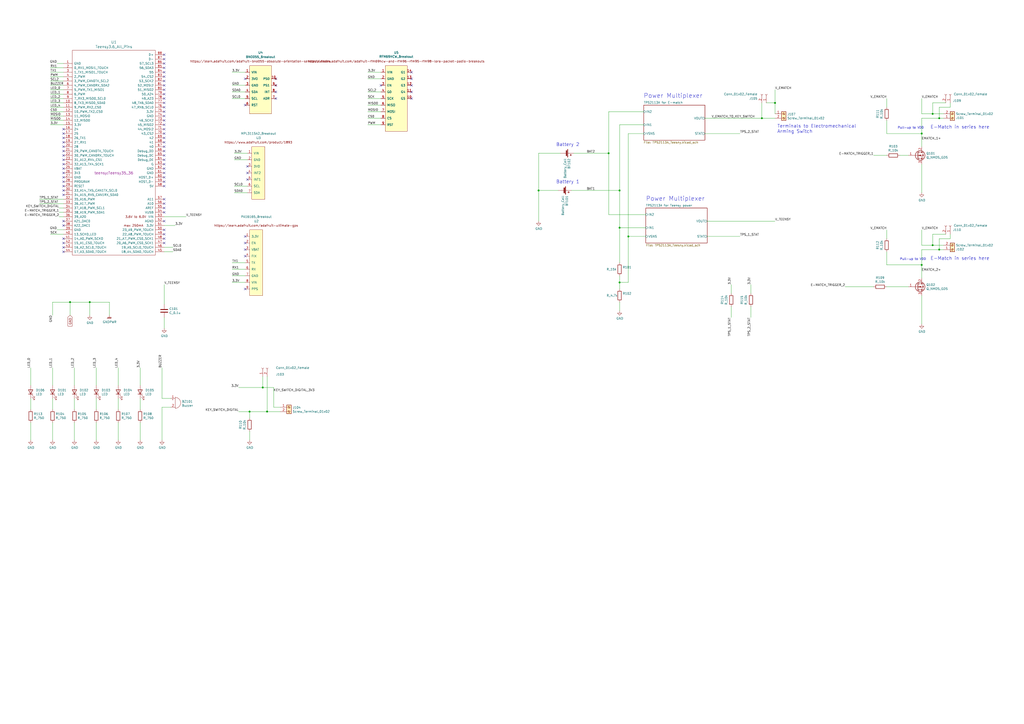
<source format=kicad_sch>
(kicad_sch (version 20211123) (generator eeschema)

  (uuid d89b21c9-8ac9-4a7f-862d-6aba0331ca7b)

  (paper "A2")

  (lib_symbols
    (symbol "Connector:Conn_01x02_Female" (pin_names (offset 1.016) hide) (in_bom yes) (on_board yes)
      (property "Reference" "J" (id 0) (at 0 2.54 0)
        (effects (font (size 1.27 1.27)))
      )
      (property "Value" "Conn_01x02_Female" (id 1) (at 0 -5.08 0)
        (effects (font (size 1.27 1.27)))
      )
      (property "Footprint" "" (id 2) (at 0 0 0)
        (effects (font (size 1.27 1.27)) hide)
      )
      (property "Datasheet" "~" (id 3) (at 0 0 0)
        (effects (font (size 1.27 1.27)) hide)
      )
      (property "ki_keywords" "connector" (id 4) (at 0 0 0)
        (effects (font (size 1.27 1.27)) hide)
      )
      (property "ki_description" "Generic connector, single row, 01x02, script generated (kicad-library-utils/schlib/autogen/connector/)" (id 5) (at 0 0 0)
        (effects (font (size 1.27 1.27)) hide)
      )
      (property "ki_fp_filters" "Connector*:*_1x??_*" (id 6) (at 0 0 0)
        (effects (font (size 1.27 1.27)) hide)
      )
      (symbol "Conn_01x02_Female_1_1"
        (arc (start 0 -2.032) (mid -0.508 -2.54) (end 0 -3.048)
          (stroke (width 0.1524) (type default) (color 0 0 0 0))
          (fill (type none))
        )
        (polyline
          (pts
            (xy -1.27 -2.54)
            (xy -0.508 -2.54)
          )
          (stroke (width 0.1524) (type default) (color 0 0 0 0))
          (fill (type none))
        )
        (polyline
          (pts
            (xy -1.27 0)
            (xy -0.508 0)
          )
          (stroke (width 0.1524) (type default) (color 0 0 0 0))
          (fill (type none))
        )
        (arc (start 0 0.508) (mid -0.508 0) (end 0 -0.508)
          (stroke (width 0.1524) (type default) (color 0 0 0 0))
          (fill (type none))
        )
        (pin passive line (at -5.08 0 0) (length 3.81)
          (name "Pin_1" (effects (font (size 1.27 1.27))))
          (number "1" (effects (font (size 1.27 1.27))))
        )
        (pin passive line (at -5.08 -2.54 0) (length 3.81)
          (name "Pin_2" (effects (font (size 1.27 1.27))))
          (number "2" (effects (font (size 1.27 1.27))))
        )
      )
    )
    (symbol "Connector:Screw_Terminal_01x02" (pin_names (offset 1.016) hide) (in_bom yes) (on_board yes)
      (property "Reference" "J" (id 0) (at 0 2.54 0)
        (effects (font (size 1.27 1.27)))
      )
      (property "Value" "Screw_Terminal_01x02" (id 1) (at 0 -5.08 0)
        (effects (font (size 1.27 1.27)))
      )
      (property "Footprint" "" (id 2) (at 0 0 0)
        (effects (font (size 1.27 1.27)) hide)
      )
      (property "Datasheet" "~" (id 3) (at 0 0 0)
        (effects (font (size 1.27 1.27)) hide)
      )
      (property "ki_keywords" "screw terminal" (id 4) (at 0 0 0)
        (effects (font (size 1.27 1.27)) hide)
      )
      (property "ki_description" "Generic screw terminal, single row, 01x02, script generated (kicad-library-utils/schlib/autogen/connector/)" (id 5) (at 0 0 0)
        (effects (font (size 1.27 1.27)) hide)
      )
      (property "ki_fp_filters" "TerminalBlock*:*" (id 6) (at 0 0 0)
        (effects (font (size 1.27 1.27)) hide)
      )
      (symbol "Screw_Terminal_01x02_1_1"
        (rectangle (start -1.27 1.27) (end 1.27 -3.81)
          (stroke (width 0.254) (type default) (color 0 0 0 0))
          (fill (type background))
        )
        (circle (center 0 -2.54) (radius 0.635)
          (stroke (width 0.1524) (type default) (color 0 0 0 0))
          (fill (type none))
        )
        (polyline
          (pts
            (xy -0.5334 -2.2098)
            (xy 0.3302 -3.048)
          )
          (stroke (width 0.1524) (type default) (color 0 0 0 0))
          (fill (type none))
        )
        (polyline
          (pts
            (xy -0.5334 0.3302)
            (xy 0.3302 -0.508)
          )
          (stroke (width 0.1524) (type default) (color 0 0 0 0))
          (fill (type none))
        )
        (polyline
          (pts
            (xy -0.3556 -2.032)
            (xy 0.508 -2.8702)
          )
          (stroke (width 0.1524) (type default) (color 0 0 0 0))
          (fill (type none))
        )
        (polyline
          (pts
            (xy -0.3556 0.508)
            (xy 0.508 -0.3302)
          )
          (stroke (width 0.1524) (type default) (color 0 0 0 0))
          (fill (type none))
        )
        (circle (center 0 0) (radius 0.635)
          (stroke (width 0.1524) (type default) (color 0 0 0 0))
          (fill (type none))
        )
        (pin passive line (at -5.08 0 0) (length 3.81)
          (name "Pin_1" (effects (font (size 1.27 1.27))))
          (number "1" (effects (font (size 1.27 1.27))))
        )
        (pin passive line (at -5.08 -2.54 0) (length 3.81)
          (name "Pin_2" (effects (font (size 1.27 1.27))))
          (number "2" (effects (font (size 1.27 1.27))))
        )
      )
    )
    (symbol "Device:Battery_Cell" (pin_numbers hide) (pin_names (offset 0) hide) (in_bom yes) (on_board yes)
      (property "Reference" "BT" (id 0) (at 2.54 2.54 0)
        (effects (font (size 1.27 1.27)) (justify left))
      )
      (property "Value" "Battery_Cell" (id 1) (at 2.54 0 0)
        (effects (font (size 1.27 1.27)) (justify left))
      )
      (property "Footprint" "" (id 2) (at 0 1.524 90)
        (effects (font (size 1.27 1.27)) hide)
      )
      (property "Datasheet" "~" (id 3) (at 0 1.524 90)
        (effects (font (size 1.27 1.27)) hide)
      )
      (property "ki_keywords" "battery cell" (id 4) (at 0 0 0)
        (effects (font (size 1.27 1.27)) hide)
      )
      (property "ki_description" "Single-cell battery" (id 5) (at 0 0 0)
        (effects (font (size 1.27 1.27)) hide)
      )
      (symbol "Battery_Cell_0_1"
        (rectangle (start -2.286 1.778) (end 2.286 1.524)
          (stroke (width 0) (type default) (color 0 0 0 0))
          (fill (type outline))
        )
        (rectangle (start -1.5748 1.1938) (end 1.4732 0.6858)
          (stroke (width 0) (type default) (color 0 0 0 0))
          (fill (type outline))
        )
        (polyline
          (pts
            (xy 0 0.762)
            (xy 0 0)
          )
          (stroke (width 0) (type default) (color 0 0 0 0))
          (fill (type none))
        )
        (polyline
          (pts
            (xy 0 1.778)
            (xy 0 2.54)
          )
          (stroke (width 0) (type default) (color 0 0 0 0))
          (fill (type none))
        )
        (polyline
          (pts
            (xy 0.508 3.429)
            (xy 1.524 3.429)
          )
          (stroke (width 0.254) (type default) (color 0 0 0 0))
          (fill (type none))
        )
        (polyline
          (pts
            (xy 1.016 3.937)
            (xy 1.016 2.921)
          )
          (stroke (width 0.254) (type default) (color 0 0 0 0))
          (fill (type none))
        )
      )
      (symbol "Battery_Cell_1_1"
        (pin passive line (at 0 5.08 270) (length 2.54)
          (name "+" (effects (font (size 1.27 1.27))))
          (number "1" (effects (font (size 1.27 1.27))))
        )
        (pin passive line (at 0 -2.54 90) (length 2.54)
          (name "-" (effects (font (size 1.27 1.27))))
          (number "2" (effects (font (size 1.27 1.27))))
        )
      )
    )
    (symbol "Device:Buzzer" (pin_names (offset 0.0254) hide) (in_bom yes) (on_board yes)
      (property "Reference" "BZ" (id 0) (at 3.81 1.27 0)
        (effects (font (size 1.27 1.27)) (justify left))
      )
      (property "Value" "Buzzer" (id 1) (at 3.81 -1.27 0)
        (effects (font (size 1.27 1.27)) (justify left))
      )
      (property "Footprint" "" (id 2) (at -0.635 2.54 90)
        (effects (font (size 1.27 1.27)) hide)
      )
      (property "Datasheet" "~" (id 3) (at -0.635 2.54 90)
        (effects (font (size 1.27 1.27)) hide)
      )
      (property "ki_keywords" "quartz resonator ceramic" (id 4) (at 0 0 0)
        (effects (font (size 1.27 1.27)) hide)
      )
      (property "ki_description" "Buzzer, polarized" (id 5) (at 0 0 0)
        (effects (font (size 1.27 1.27)) hide)
      )
      (property "ki_fp_filters" "*Buzzer*" (id 6) (at 0 0 0)
        (effects (font (size 1.27 1.27)) hide)
      )
      (symbol "Buzzer_0_1"
        (arc (start 0 -3.175) (mid 3.175 0) (end 0 3.175)
          (stroke (width 0) (type default) (color 0 0 0 0))
          (fill (type none))
        )
        (polyline
          (pts
            (xy -1.651 1.905)
            (xy -1.143 1.905)
          )
          (stroke (width 0) (type default) (color 0 0 0 0))
          (fill (type none))
        )
        (polyline
          (pts
            (xy -1.397 2.159)
            (xy -1.397 1.651)
          )
          (stroke (width 0) (type default) (color 0 0 0 0))
          (fill (type none))
        )
        (polyline
          (pts
            (xy 0 3.175)
            (xy 0 -3.175)
          )
          (stroke (width 0) (type default) (color 0 0 0 0))
          (fill (type none))
        )
      )
      (symbol "Buzzer_1_1"
        (pin passive line (at -2.54 2.54 0) (length 2.54)
          (name "-" (effects (font (size 1.27 1.27))))
          (number "1" (effects (font (size 1.27 1.27))))
        )
        (pin passive line (at -2.54 -2.54 0) (length 2.54)
          (name "+" (effects (font (size 1.27 1.27))))
          (number "2" (effects (font (size 1.27 1.27))))
        )
      )
    )
    (symbol "Device:C" (pin_numbers hide) (pin_names (offset 0.254)) (in_bom yes) (on_board yes)
      (property "Reference" "C" (id 0) (at 0.635 2.54 0)
        (effects (font (size 1.27 1.27)) (justify left))
      )
      (property "Value" "C" (id 1) (at 0.635 -2.54 0)
        (effects (font (size 1.27 1.27)) (justify left))
      )
      (property "Footprint" "" (id 2) (at 0.9652 -3.81 0)
        (effects (font (size 1.27 1.27)) hide)
      )
      (property "Datasheet" "~" (id 3) (at 0 0 0)
        (effects (font (size 1.27 1.27)) hide)
      )
      (property "ki_keywords" "cap capacitor" (id 4) (at 0 0 0)
        (effects (font (size 1.27 1.27)) hide)
      )
      (property "ki_description" "Unpolarized capacitor" (id 5) (at 0 0 0)
        (effects (font (size 1.27 1.27)) hide)
      )
      (property "ki_fp_filters" "C_*" (id 6) (at 0 0 0)
        (effects (font (size 1.27 1.27)) hide)
      )
      (symbol "C_0_1"
        (polyline
          (pts
            (xy -2.032 -0.762)
            (xy 2.032 -0.762)
          )
          (stroke (width 0.508) (type default) (color 0 0 0 0))
          (fill (type none))
        )
        (polyline
          (pts
            (xy -2.032 0.762)
            (xy 2.032 0.762)
          )
          (stroke (width 0.508) (type default) (color 0 0 0 0))
          (fill (type none))
        )
      )
      (symbol "C_1_1"
        (pin passive line (at 0 3.81 270) (length 2.794)
          (name "~" (effects (font (size 1.27 1.27))))
          (number "1" (effects (font (size 1.27 1.27))))
        )
        (pin passive line (at 0 -3.81 90) (length 2.794)
          (name "~" (effects (font (size 1.27 1.27))))
          (number "2" (effects (font (size 1.27 1.27))))
        )
      )
    )
    (symbol "Device:LED" (pin_numbers hide) (pin_names (offset 1.016) hide) (in_bom yes) (on_board yes)
      (property "Reference" "D" (id 0) (at 0 2.54 0)
        (effects (font (size 1.27 1.27)))
      )
      (property "Value" "LED" (id 1) (at 0 -2.54 0)
        (effects (font (size 1.27 1.27)))
      )
      (property "Footprint" "" (id 2) (at 0 0 0)
        (effects (font (size 1.27 1.27)) hide)
      )
      (property "Datasheet" "~" (id 3) (at 0 0 0)
        (effects (font (size 1.27 1.27)) hide)
      )
      (property "ki_keywords" "LED diode" (id 4) (at 0 0 0)
        (effects (font (size 1.27 1.27)) hide)
      )
      (property "ki_description" "Light emitting diode" (id 5) (at 0 0 0)
        (effects (font (size 1.27 1.27)) hide)
      )
      (property "ki_fp_filters" "LED* LED_SMD:* LED_THT:*" (id 6) (at 0 0 0)
        (effects (font (size 1.27 1.27)) hide)
      )
      (symbol "LED_0_1"
        (polyline
          (pts
            (xy -1.27 -1.27)
            (xy -1.27 1.27)
          )
          (stroke (width 0.254) (type default) (color 0 0 0 0))
          (fill (type none))
        )
        (polyline
          (pts
            (xy -1.27 0)
            (xy 1.27 0)
          )
          (stroke (width 0) (type default) (color 0 0 0 0))
          (fill (type none))
        )
        (polyline
          (pts
            (xy 1.27 -1.27)
            (xy 1.27 1.27)
            (xy -1.27 0)
            (xy 1.27 -1.27)
          )
          (stroke (width 0.254) (type default) (color 0 0 0 0))
          (fill (type none))
        )
        (polyline
          (pts
            (xy -3.048 -0.762)
            (xy -4.572 -2.286)
            (xy -3.81 -2.286)
            (xy -4.572 -2.286)
            (xy -4.572 -1.524)
          )
          (stroke (width 0) (type default) (color 0 0 0 0))
          (fill (type none))
        )
        (polyline
          (pts
            (xy -1.778 -0.762)
            (xy -3.302 -2.286)
            (xy -2.54 -2.286)
            (xy -3.302 -2.286)
            (xy -3.302 -1.524)
          )
          (stroke (width 0) (type default) (color 0 0 0 0))
          (fill (type none))
        )
      )
      (symbol "LED_1_1"
        (pin passive line (at -3.81 0 0) (length 2.54)
          (name "K" (effects (font (size 1.27 1.27))))
          (number "1" (effects (font (size 1.27 1.27))))
        )
        (pin passive line (at 3.81 0 180) (length 2.54)
          (name "A" (effects (font (size 1.27 1.27))))
          (number "2" (effects (font (size 1.27 1.27))))
        )
      )
    )
    (symbol "Device:Q_NMOS_GDS" (pin_names (offset 0) hide) (in_bom yes) (on_board yes)
      (property "Reference" "Q" (id 0) (at 5.08 1.27 0)
        (effects (font (size 1.27 1.27)) (justify left))
      )
      (property "Value" "Q_NMOS_GDS" (id 1) (at 5.08 -1.27 0)
        (effects (font (size 1.27 1.27)) (justify left))
      )
      (property "Footprint" "" (id 2) (at 5.08 2.54 0)
        (effects (font (size 1.27 1.27)) hide)
      )
      (property "Datasheet" "~" (id 3) (at 0 0 0)
        (effects (font (size 1.27 1.27)) hide)
      )
      (property "ki_keywords" "transistor NMOS N-MOS N-MOSFET" (id 4) (at 0 0 0)
        (effects (font (size 1.27 1.27)) hide)
      )
      (property "ki_description" "N-MOSFET transistor, gate/drain/source" (id 5) (at 0 0 0)
        (effects (font (size 1.27 1.27)) hide)
      )
      (symbol "Q_NMOS_GDS_0_1"
        (polyline
          (pts
            (xy 0.254 0)
            (xy -2.54 0)
          )
          (stroke (width 0) (type default) (color 0 0 0 0))
          (fill (type none))
        )
        (polyline
          (pts
            (xy 0.254 1.905)
            (xy 0.254 -1.905)
          )
          (stroke (width 0.254) (type default) (color 0 0 0 0))
          (fill (type none))
        )
        (polyline
          (pts
            (xy 0.762 -1.27)
            (xy 0.762 -2.286)
          )
          (stroke (width 0.254) (type default) (color 0 0 0 0))
          (fill (type none))
        )
        (polyline
          (pts
            (xy 0.762 0.508)
            (xy 0.762 -0.508)
          )
          (stroke (width 0.254) (type default) (color 0 0 0 0))
          (fill (type none))
        )
        (polyline
          (pts
            (xy 0.762 2.286)
            (xy 0.762 1.27)
          )
          (stroke (width 0.254) (type default) (color 0 0 0 0))
          (fill (type none))
        )
        (polyline
          (pts
            (xy 2.54 2.54)
            (xy 2.54 1.778)
          )
          (stroke (width 0) (type default) (color 0 0 0 0))
          (fill (type none))
        )
        (polyline
          (pts
            (xy 2.54 -2.54)
            (xy 2.54 0)
            (xy 0.762 0)
          )
          (stroke (width 0) (type default) (color 0 0 0 0))
          (fill (type none))
        )
        (polyline
          (pts
            (xy 0.762 -1.778)
            (xy 3.302 -1.778)
            (xy 3.302 1.778)
            (xy 0.762 1.778)
          )
          (stroke (width 0) (type default) (color 0 0 0 0))
          (fill (type none))
        )
        (polyline
          (pts
            (xy 1.016 0)
            (xy 2.032 0.381)
            (xy 2.032 -0.381)
            (xy 1.016 0)
          )
          (stroke (width 0) (type default) (color 0 0 0 0))
          (fill (type outline))
        )
        (polyline
          (pts
            (xy 2.794 0.508)
            (xy 2.921 0.381)
            (xy 3.683 0.381)
            (xy 3.81 0.254)
          )
          (stroke (width 0) (type default) (color 0 0 0 0))
          (fill (type none))
        )
        (polyline
          (pts
            (xy 3.302 0.381)
            (xy 2.921 -0.254)
            (xy 3.683 -0.254)
            (xy 3.302 0.381)
          )
          (stroke (width 0) (type default) (color 0 0 0 0))
          (fill (type none))
        )
        (circle (center 1.651 0) (radius 2.794)
          (stroke (width 0.254) (type default) (color 0 0 0 0))
          (fill (type none))
        )
        (circle (center 2.54 -1.778) (radius 0.254)
          (stroke (width 0) (type default) (color 0 0 0 0))
          (fill (type outline))
        )
        (circle (center 2.54 1.778) (radius 0.254)
          (stroke (width 0) (type default) (color 0 0 0 0))
          (fill (type outline))
        )
      )
      (symbol "Q_NMOS_GDS_1_1"
        (pin input line (at -5.08 0 0) (length 2.54)
          (name "G" (effects (font (size 1.27 1.27))))
          (number "1" (effects (font (size 1.27 1.27))))
        )
        (pin passive line (at 2.54 5.08 270) (length 2.54)
          (name "D" (effects (font (size 1.27 1.27))))
          (number "2" (effects (font (size 1.27 1.27))))
        )
        (pin passive line (at 2.54 -5.08 90) (length 2.54)
          (name "S" (effects (font (size 1.27 1.27))))
          (number "3" (effects (font (size 1.27 1.27))))
        )
      )
    )
    (symbol "Device:R" (pin_numbers hide) (pin_names (offset 0)) (in_bom yes) (on_board yes)
      (property "Reference" "R" (id 0) (at 2.032 0 90)
        (effects (font (size 1.27 1.27)))
      )
      (property "Value" "R" (id 1) (at 0 0 90)
        (effects (font (size 1.27 1.27)))
      )
      (property "Footprint" "" (id 2) (at -1.778 0 90)
        (effects (font (size 1.27 1.27)) hide)
      )
      (property "Datasheet" "~" (id 3) (at 0 0 0)
        (effects (font (size 1.27 1.27)) hide)
      )
      (property "ki_keywords" "R res resistor" (id 4) (at 0 0 0)
        (effects (font (size 1.27 1.27)) hide)
      )
      (property "ki_description" "Resistor" (id 5) (at 0 0 0)
        (effects (font (size 1.27 1.27)) hide)
      )
      (property "ki_fp_filters" "R_*" (id 6) (at 0 0 0)
        (effects (font (size 1.27 1.27)) hide)
      )
      (symbol "R_0_1"
        (rectangle (start -1.016 -2.54) (end 1.016 2.54)
          (stroke (width 0.254) (type default) (color 0 0 0 0))
          (fill (type none))
        )
      )
      (symbol "R_1_1"
        (pin passive line (at 0 3.81 270) (length 1.27)
          (name "~" (effects (font (size 1.27 1.27))))
          (number "1" (effects (font (size 1.27 1.27))))
        )
        (pin passive line (at 0 -3.81 90) (length 1.27)
          (name "~" (effects (font (size 1.27 1.27))))
          (number "2" (effects (font (size 1.27 1.27))))
        )
      )
    )
    (symbol "REV2_SPRING_2022-rescue:BNO055_Breakout-Sensors_2021_2022" (pin_names (offset 1.016)) (in_bom yes) (on_board yes)
      (property "Reference" "U" (id 0) (at 0 17.78 0)
        (effects (font (size 1.27 1.27)))
      )
      (property "Value" "BNO055_Breakout-Sensors_2021_2022" (id 1) (at 0 20.32 0)
        (effects (font (size 1.27 1.27)))
      )
      (property "Footprint" "" (id 2) (at 0 17.78 0)
        (effects (font (size 1.27 1.27)) hide)
      )
      (property "Datasheet" "" (id 3) (at 0 17.78 0)
        (effects (font (size 1.27 1.27)) hide)
      )
      (symbol "BNO055_Breakout-Sensors_2021_2022_0_0"
        (text "https://learn.adafruit.com/adafruit-bno055-absolute-orientation-sensor/overview" (at 0 15.24 0)
          (effects (font (size 1.27 1.27)))
        )
      )
      (symbol "BNO055_Breakout-Sensors_2021_2022_1_1"
        (rectangle (start -6.35 12.7) (end 6.35 -15.24)
          (stroke (width 0) (type default) (color 0 0 0 0))
          (fill (type background))
        )
        (pin power_in line (at -8.89 8.89 0) (length 2.54)
          (name "VIN" (effects (font (size 1.27 1.27))))
          (number "1" (effects (font (size 1.27 1.27))))
        )
        (pin no_connect line (at 8.89 5.08 180) (length 2.54)
          (name "PS0" (effects (font (size 1.27 1.27))))
          (number "10" (effects (font (size 1.27 1.27))))
        )
        (pin power_out line (at -8.89 5.08 0) (length 2.54)
          (name "3VO" (effects (font (size 1.27 1.27))))
          (number "2" (effects (font (size 1.27 1.27))))
        )
        (pin power_in line (at -8.89 1.27 0) (length 2.54)
          (name "GND" (effects (font (size 1.27 1.27))))
          (number "3" (effects (font (size 1.27 1.27))))
        )
        (pin input line (at -8.89 -2.54 0) (length 2.54)
          (name "SDA" (effects (font (size 1.27 1.27))))
          (number "4" (effects (font (size 1.27 1.27))))
        )
        (pin input line (at -8.89 -6.35 0) (length 2.54)
          (name "SCL" (effects (font (size 1.27 1.27))))
          (number "5" (effects (font (size 1.27 1.27))))
        )
        (pin bidirectional line (at -8.89 -10.16 0) (length 2.54)
          (name "RST" (effects (font (size 1.27 1.27))))
          (number "6" (effects (font (size 1.27 1.27))))
        )
        (pin bidirectional line (at 8.89 -6.35 180) (length 2.54)
          (name "ADR" (effects (font (size 1.27 1.27))))
          (number "7" (effects (font (size 1.27 1.27))))
        )
        (pin output line (at 8.89 -2.54 180) (length 2.54)
          (name "INT" (effects (font (size 1.27 1.27))))
          (number "8" (effects (font (size 1.27 1.27))))
        )
        (pin no_connect line (at 8.89 1.27 180) (length 2.54)
          (name "PS1" (effects (font (size 1.27 1.27))))
          (number "9" (effects (font (size 1.27 1.27))))
        )
      )
    )
    (symbol "REV2_SPRING_2022-rescue:MPL3115A2_Breakout-Sensors_2021_2022" (pin_names (offset 1.016)) (in_bom yes) (on_board yes)
      (property "Reference" "U" (id 0) (at 0 20.32 0)
        (effects (font (size 1.27 1.27)))
      )
      (property "Value" "MPL3115A2_Breakout-Sensors_2021_2022" (id 1) (at 0 22.86 0)
        (effects (font (size 1.27 1.27)))
      )
      (property "Footprint" "" (id 2) (at 0 11.43 0)
        (effects (font (size 1.27 1.27)) hide)
      )
      (property "Datasheet" "" (id 3) (at 0 11.43 0)
        (effects (font (size 1.27 1.27)) hide)
      )
      (symbol "MPL3115A2_Breakout-Sensors_2021_2022_0_0"
        (text "https://www.adafruit.com/product/1893" (at 0 17.78 0)
          (effects (font (size 1.27 1.27)))
        )
      )
      (symbol "MPL3115A2_Breakout-Sensors_2021_2022_0_1"
        (rectangle (start -3.81 15.24) (end 3.81 -15.24)
          (stroke (width 0) (type default) (color 0 0 0 0))
          (fill (type background))
        )
      )
      (symbol "MPL3115A2_Breakout-Sensors_2021_2022_1_1"
        (pin power_in line (at -6.35 11.43 0) (length 2.54)
          (name "VIN" (effects (font (size 1.27 1.27))))
          (number "1" (effects (font (size 1.27 1.27))))
        )
        (pin power_in line (at -6.35 7.62 0) (length 2.54)
          (name "GND" (effects (font (size 1.27 1.27))))
          (number "2" (effects (font (size 1.27 1.27))))
        )
        (pin power_in line (at -6.35 3.81 0) (length 2.54)
          (name "3VO" (effects (font (size 1.27 1.27))))
          (number "3" (effects (font (size 1.27 1.27))))
        )
        (pin output line (at -6.35 0 0) (length 2.54)
          (name "INT2" (effects (font (size 1.27 1.27))))
          (number "4" (effects (font (size 1.27 1.27))))
        )
        (pin output line (at -6.35 -3.81 0) (length 2.54)
          (name "INT1" (effects (font (size 1.27 1.27))))
          (number "5" (effects (font (size 1.27 1.27))))
        )
        (pin input line (at -6.35 -7.62 0) (length 2.54)
          (name "SCL" (effects (font (size 1.27 1.27))))
          (number "6" (effects (font (size 1.27 1.27))))
        )
        (pin bidirectional line (at -6.35 -11.43 0) (length 2.54)
          (name "SDA" (effects (font (size 1.27 1.27))))
          (number "7" (effects (font (size 1.27 1.27))))
        )
      )
    )
    (symbol "REV2_SPRING_2022-rescue:PA16165_Breakout-Sensors_2021_2022" (pin_names (offset 1.016)) (in_bom yes) (on_board yes)
      (property "Reference" "U" (id 0) (at 0 24.13 0)
        (effects (font (size 1.27 1.27)))
      )
      (property "Value" "PA16165_Breakout-Sensors_2021_2022" (id 1) (at 0 26.67 0)
        (effects (font (size 1.27 1.27)))
      )
      (property "Footprint" "" (id 2) (at -1.27 16.51 0)
        (effects (font (size 1.27 1.27)) hide)
      )
      (property "Datasheet" "" (id 3) (at -1.27 16.51 0)
        (effects (font (size 1.27 1.27)) hide)
      )
      (symbol "PA16165_Breakout-Sensors_2021_2022_0_0"
        (text "https://learn.adafruit.com/adafruit-ultimate-gps" (at 0 21.59 0)
          (effects (font (size 1.27 1.27)))
        )
      )
      (symbol "PA16165_Breakout-Sensors_2021_2022_1_1"
        (rectangle (start -3.81 19.05) (end 3.81 -19.05)
          (stroke (width 0) (type default) (color 0 0 0 0))
          (fill (type background))
        )
        (pin power_out line (at -6.35 15.24 0) (length 2.54)
          (name "3.3V" (effects (font (size 1.27 1.27))))
          (number "1" (effects (font (size 1.27 1.27))))
        )
        (pin input line (at -6.35 11.43 0) (length 2.54)
          (name "EN" (effects (font (size 1.27 1.27))))
          (number "2" (effects (font (size 1.27 1.27))))
        )
        (pin power_in line (at -6.35 7.62 0) (length 2.54)
          (name "VBAT" (effects (font (size 1.27 1.27))))
          (number "3" (effects (font (size 1.27 1.27))))
        )
        (pin output line (at -6.35 3.81 0) (length 2.54)
          (name "FIX" (effects (font (size 1.27 1.27))))
          (number "4" (effects (font (size 1.27 1.27))))
        )
        (pin output line (at -6.35 0 0) (length 2.54)
          (name "TX" (effects (font (size 1.27 1.27))))
          (number "5" (effects (font (size 1.27 1.27))))
        )
        (pin input line (at -6.35 -3.81 0) (length 2.54)
          (name "RX" (effects (font (size 1.27 1.27))))
          (number "6" (effects (font (size 1.27 1.27))))
        )
        (pin power_in line (at -6.35 -7.62 0) (length 2.54)
          (name "GND" (effects (font (size 1.27 1.27))))
          (number "7" (effects (font (size 1.27 1.27))))
        )
        (pin power_in line (at -6.35 -11.43 0) (length 2.54)
          (name "VIN" (effects (font (size 1.27 1.27))))
          (number "8" (effects (font (size 1.27 1.27))))
        )
        (pin output line (at -6.35 -15.24 0) (length 2.54)
          (name "PPS" (effects (font (size 1.27 1.27))))
          (number "9" (effects (font (size 1.27 1.27))))
        )
      )
    )
    (symbol "REV2_SPRING_2022-rescue:RFM69HCW_Breakout-Sensors_2021_2022" (pin_names (offset 1.016)) (in_bom yes) (on_board yes)
      (property "Reference" "U" (id 0) (at 0 24.13 0)
        (effects (font (size 1.27 1.27)))
      )
      (property "Value" "RFM69HCW_Breakout-Sensors_2021_2022" (id 1) (at 0 26.67 0)
        (effects (font (size 1.27 1.27)))
      )
      (property "Footprint" "" (id 2) (at -3.81 20.32 0)
        (effects (font (size 1.27 1.27)) hide)
      )
      (property "Datasheet" "" (id 3) (at -3.81 20.32 0)
        (effects (font (size 1.27 1.27)) hide)
      )
      (symbol "RFM69HCW_Breakout-Sensors_2021_2022_0_0"
        (text "https://learn.adafruit.com/adafruit-rfm69hcw-and-rfm96-rfm95-rfm98-lora-packet-padio-breakouts" (at 0 21.59 0)
          (effects (font (size 1.27 1.27)))
        )
      )
      (symbol "RFM69HCW_Breakout-Sensors_2021_2022_0_1"
        (rectangle (start -6.35 19.05) (end 6.35 -19.05)
          (stroke (width 0) (type default) (color 0 0 0 0))
          (fill (type background))
        )
      )
      (symbol "RFM69HCW_Breakout-Sensors_2021_2022_1_1"
        (pin power_in line (at -8.89 15.24 0) (length 2.54)
          (name "VIN" (effects (font (size 1.27 1.27))))
          (number "1" (effects (font (size 1.27 1.27))))
        )
        (pin bidirectional line (at 8.89 0 180) (length 2.54)
          (name "G5" (effects (font (size 1.27 1.27))))
          (number "10" (effects (font (size 1.27 1.27))))
        )
        (pin bidirectional line (at 8.89 3.81 180) (length 2.54)
          (name "G4" (effects (font (size 1.27 1.27))))
          (number "11" (effects (font (size 1.27 1.27))))
        )
        (pin bidirectional line (at 8.89 7.62 180) (length 2.54)
          (name "G3" (effects (font (size 1.27 1.27))))
          (number "12" (effects (font (size 1.27 1.27))))
        )
        (pin bidirectional line (at 8.89 11.43 180) (length 2.54)
          (name "G2" (effects (font (size 1.27 1.27))))
          (number "13" (effects (font (size 1.27 1.27))))
        )
        (pin bidirectional line (at 8.89 15.24 180) (length 2.54)
          (name "G1" (effects (font (size 1.27 1.27))))
          (number "14" (effects (font (size 1.27 1.27))))
        )
        (pin power_in line (at -8.89 11.43 0) (length 2.54)
          (name "GND" (effects (font (size 1.27 1.27))))
          (number "2" (effects (font (size 1.27 1.27))))
        )
        (pin input line (at -8.89 7.62 0) (length 2.54)
          (name "EN" (effects (font (size 1.27 1.27))))
          (number "3" (effects (font (size 1.27 1.27))))
        )
        (pin output line (at -8.89 3.81 0) (length 2.54)
          (name "G0" (effects (font (size 1.27 1.27))))
          (number "4" (effects (font (size 1.27 1.27))))
        )
        (pin input line (at -8.89 0 0) (length 2.54)
          (name "SCK" (effects (font (size 1.27 1.27))))
          (number "5" (effects (font (size 1.27 1.27))))
        )
        (pin output line (at -8.89 -3.81 0) (length 2.54)
          (name "MISO" (effects (font (size 1.27 1.27))))
          (number "6" (effects (font (size 1.27 1.27))))
        )
        (pin input line (at -8.89 -7.62 0) (length 2.54)
          (name "MOSI" (effects (font (size 1.27 1.27))))
          (number "7" (effects (font (size 1.27 1.27))))
        )
        (pin input line (at -8.89 -11.43 0) (length 2.54)
          (name "CS" (effects (font (size 1.27 1.27))))
          (number "8" (effects (font (size 1.27 1.27))))
        )
        (pin input line (at -8.89 -15.24 0) (length 2.54)
          (name "RST" (effects (font (size 1.27 1.27))))
          (number "9" (effects (font (size 1.27 1.27))))
        )
      )
    )
    (symbol "REV2_SPRING_2022-rescue:Teensy3.6_All_Pins-teensy" (pin_names (offset 1.016)) (in_bom yes) (on_board yes)
      (property "Reference" "U" (id 0) (at 0 64.135 0)
        (effects (font (size 1.524 1.524)))
      )
      (property "Value" "Teensy3.6_All_Pins-teensy" (id 1) (at 0 -59.69 0)
        (effects (font (size 1.524 1.524)))
      )
      (property "Footprint" "" (id 2) (at 0 1.27 0)
        (effects (font (size 1.524 1.524)))
      )
      (property "Datasheet" "" (id 3) (at 0 1.27 0)
        (effects (font (size 1.524 1.524)))
      )
      (symbol "Teensy3.6_All_Pins-teensy_0_0"
        (rectangle (start -24.13 62.23) (end 24.13 -56.515)
          (stroke (width 0) (type default) (color 0 0 0 0))
          (fill (type none))
        )
        (text "3.6V to 6.0V" (at 12.7 -34.29 0)
          (effects (font (size 1.27 1.27)))
        )
        (text "max 250mA" (at 11.43 -39.37 0)
          (effects (font (size 1.27 1.27)))
        )
      )
      (symbol "Teensy3.6_All_Pins-teensy_1_1"
        (pin power_in line (at -29.21 54.61 0) (length 5.08)
          (name "GND" (effects (font (size 1.27 1.27))))
          (number "1" (effects (font (size 1.27 1.27))))
        )
        (pin bidirectional line (at -29.21 31.75 0) (length 5.08)
          (name "8_TX3_MISO0_SDA0" (effects (font (size 1.27 1.27))))
          (number "10" (effects (font (size 1.27 1.27))))
        )
        (pin bidirectional line (at -29.21 29.21 0) (length 5.08)
          (name "9_PWM_RX2_CS0" (effects (font (size 1.27 1.27))))
          (number "11" (effects (font (size 1.27 1.27))))
        )
        (pin bidirectional line (at -29.21 26.67 0) (length 5.08)
          (name "10_PWM_TX2_CS0" (effects (font (size 1.27 1.27))))
          (number "12" (effects (font (size 1.27 1.27))))
        )
        (pin bidirectional line (at -29.21 24.13 0) (length 5.08)
          (name "11_MOSI0" (effects (font (size 1.27 1.27))))
          (number "13" (effects (font (size 1.27 1.27))))
        )
        (pin bidirectional line (at -29.21 21.59 0) (length 5.08)
          (name "12_MISO0" (effects (font (size 1.27 1.27))))
          (number "14" (effects (font (size 1.27 1.27))))
        )
        (pin power_in line (at -29.21 19.05 0) (length 5.08)
          (name "3.3V" (effects (font (size 1.27 1.27))))
          (number "15" (effects (font (size 1.27 1.27))))
        )
        (pin bidirectional line (at -29.21 16.51 0) (length 5.08)
          (name "24" (effects (font (size 1.27 1.27))))
          (number "16" (effects (font (size 1.27 1.27))))
        )
        (pin bidirectional line (at -29.21 13.97 0) (length 5.08)
          (name "25" (effects (font (size 1.27 1.27))))
          (number "17" (effects (font (size 1.27 1.27))))
        )
        (pin bidirectional line (at -29.21 11.43 0) (length 5.08)
          (name "26_TX1" (effects (font (size 1.27 1.27))))
          (number "18" (effects (font (size 1.27 1.27))))
        )
        (pin bidirectional line (at -29.21 8.89 0) (length 5.08)
          (name "27_RX1" (effects (font (size 1.27 1.27))))
          (number "19" (effects (font (size 1.27 1.27))))
        )
        (pin bidirectional line (at -29.21 52.07 0) (length 5.08)
          (name "0_RX1_MOSI1_TOUCH" (effects (font (size 1.27 1.27))))
          (number "2" (effects (font (size 1.27 1.27))))
        )
        (pin bidirectional line (at -29.21 6.35 0) (length 5.08)
          (name "28" (effects (font (size 1.27 1.27))))
          (number "20" (effects (font (size 1.27 1.27))))
        )
        (pin bidirectional line (at -29.21 3.81 0) (length 5.08)
          (name "29_PWM_CAN0TX_TOUCH" (effects (font (size 1.27 1.27))))
          (number "21" (effects (font (size 1.27 1.27))))
        )
        (pin bidirectional line (at -29.21 1.27 0) (length 5.08)
          (name "30_PWM_CAN0RX_TOUCH" (effects (font (size 1.27 1.27))))
          (number "22" (effects (font (size 1.27 1.27))))
        )
        (pin bidirectional line (at -29.21 -1.27 0) (length 5.08)
          (name "31_A12_RX4_CS1" (effects (font (size 1.27 1.27))))
          (number "23" (effects (font (size 1.27 1.27))))
        )
        (pin bidirectional line (at -29.21 -3.81 0) (length 5.08)
          (name "32_A13_TX4_SCK1" (effects (font (size 1.27 1.27))))
          (number "24" (effects (font (size 1.27 1.27))))
        )
        (pin power_in line (at -29.21 -6.35 0) (length 5.08)
          (name "VBAT" (effects (font (size 1.27 1.27))))
          (number "25" (effects (font (size 1.27 1.27))))
        )
        (pin power_in line (at -29.21 -8.89 0) (length 5.08)
          (name "3V3" (effects (font (size 1.27 1.27))))
          (number "26" (effects (font (size 1.27 1.27))))
        )
        (pin power_in line (at -29.21 -11.43 0) (length 5.08)
          (name "GND" (effects (font (size 1.27 1.27))))
          (number "27" (effects (font (size 1.27 1.27))))
        )
        (pin input line (at -29.21 -13.97 0) (length 5.08)
          (name "PROGRAM" (effects (font (size 1.27 1.27))))
          (number "28" (effects (font (size 1.27 1.27))))
        )
        (pin input line (at -29.21 -16.51 0) (length 5.08)
          (name "RESET" (effects (font (size 1.27 1.27))))
          (number "29" (effects (font (size 1.27 1.27))))
        )
        (pin bidirectional line (at -29.21 49.53 0) (length 5.08)
          (name "1_TX1_MISO1_TOUCH" (effects (font (size 1.27 1.27))))
          (number "3" (effects (font (size 1.27 1.27))))
        )
        (pin bidirectional line (at -29.21 -19.05 0) (length 5.08)
          (name "33_A14_TX5_CAN1TX_SCL0" (effects (font (size 1.27 1.27))))
          (number "30" (effects (font (size 1.27 1.27))))
        )
        (pin bidirectional line (at -29.21 -21.59 0) (length 5.08)
          (name "34_A15_RX5_CAN1RX_SDA0" (effects (font (size 1.27 1.27))))
          (number "31" (effects (font (size 1.27 1.27))))
        )
        (pin bidirectional line (at -29.21 -24.13 0) (length 5.08)
          (name "35_A16_PWM" (effects (font (size 1.27 1.27))))
          (number "32" (effects (font (size 1.27 1.27))))
        )
        (pin bidirectional line (at -29.21 -26.67 0) (length 5.08)
          (name "36_A17_PWM" (effects (font (size 1.27 1.27))))
          (number "33" (effects (font (size 1.27 1.27))))
        )
        (pin bidirectional line (at -29.21 -29.21 0) (length 5.08)
          (name "37_A18_PWM_SCL1" (effects (font (size 1.27 1.27))))
          (number "34" (effects (font (size 1.27 1.27))))
        )
        (pin bidirectional line (at -29.21 -31.75 0) (length 5.08)
          (name "38_A19_PWM_SDA1" (effects (font (size 1.27 1.27))))
          (number "35" (effects (font (size 1.27 1.27))))
        )
        (pin bidirectional line (at -29.21 -34.29 0) (length 5.08)
          (name "39_A20" (effects (font (size 1.27 1.27))))
          (number "36" (effects (font (size 1.27 1.27))))
        )
        (pin bidirectional line (at -29.21 -36.83 0) (length 5.08)
          (name "A21_DAC0" (effects (font (size 1.27 1.27))))
          (number "37" (effects (font (size 1.27 1.27))))
        )
        (pin bidirectional line (at -29.21 -39.37 0) (length 5.08)
          (name "A22_DAC1" (effects (font (size 1.27 1.27))))
          (number "38" (effects (font (size 1.27 1.27))))
        )
        (pin power_in line (at -29.21 -41.91 0) (length 5.08)
          (name "GND" (effects (font (size 1.27 1.27))))
          (number "39" (effects (font (size 1.27 1.27))))
        )
        (pin bidirectional line (at -29.21 46.99 0) (length 5.08)
          (name "2_PWM" (effects (font (size 1.27 1.27))))
          (number "4" (effects (font (size 1.27 1.27))))
        )
        (pin bidirectional line (at -29.21 -44.45 0) (length 5.08)
          (name "13_SCK0_LED" (effects (font (size 1.27 1.27))))
          (number "40" (effects (font (size 1.27 1.27))))
        )
        (pin bidirectional line (at -29.21 -46.99 0) (length 5.08)
          (name "14_A0_PWM_SCK0" (effects (font (size 1.27 1.27))))
          (number "41" (effects (font (size 1.27 1.27))))
        )
        (pin bidirectional line (at -29.21 -49.53 0) (length 5.08)
          (name "15_A1_CS0_TOUCH" (effects (font (size 1.27 1.27))))
          (number "42" (effects (font (size 1.27 1.27))))
        )
        (pin bidirectional line (at -29.21 -52.07 0) (length 5.08)
          (name "16_A2_SCL0_TOUCH" (effects (font (size 1.27 1.27))))
          (number "43" (effects (font (size 1.27 1.27))))
        )
        (pin bidirectional line (at -29.21 -54.61 0) (length 5.08)
          (name "17_A3_SDA0_TOUCH" (effects (font (size 1.27 1.27))))
          (number "44" (effects (font (size 1.27 1.27))))
        )
        (pin bidirectional line (at 29.21 -54.61 180) (length 5.08)
          (name "18_A4_SDA0_TOUCH" (effects (font (size 1.27 1.27))))
          (number "45" (effects (font (size 1.27 1.27))))
        )
        (pin bidirectional line (at 29.21 -52.07 180) (length 5.08)
          (name "19_A5_SCL0_TOUCH" (effects (font (size 1.27 1.27))))
          (number "46" (effects (font (size 1.27 1.27))))
        )
        (pin bidirectional line (at 29.21 -49.53 180) (length 5.08)
          (name "20_A6_PWM_CS0_SCK1" (effects (font (size 1.27 1.27))))
          (number "47" (effects (font (size 1.27 1.27))))
        )
        (pin bidirectional line (at 29.21 -46.99 180) (length 5.08)
          (name "21_A7_PWM_CS0_SCK1" (effects (font (size 1.27 1.27))))
          (number "48" (effects (font (size 1.27 1.27))))
        )
        (pin bidirectional line (at 29.21 -44.45 180) (length 5.08)
          (name "22_A8_PWM_TOUCH" (effects (font (size 1.27 1.27))))
          (number "49" (effects (font (size 1.27 1.27))))
        )
        (pin bidirectional line (at -29.21 44.45 0) (length 5.08)
          (name "3_PWM_CAN0TX_SCL2" (effects (font (size 1.27 1.27))))
          (number "5" (effects (font (size 1.27 1.27))))
        )
        (pin bidirectional line (at 29.21 -41.91 180) (length 5.08)
          (name "23_A9_PWM_TOUCH" (effects (font (size 1.27 1.27))))
          (number "50" (effects (font (size 1.27 1.27))))
        )
        (pin power_out line (at 29.21 -39.37 180) (length 5.08)
          (name "3.3V" (effects (font (size 1.27 1.27))))
          (number "51" (effects (font (size 1.27 1.27))))
        )
        (pin power_out line (at 29.21 -36.83 180) (length 5.08)
          (name "AGND" (effects (font (size 1.27 1.27))))
          (number "52" (effects (font (size 1.27 1.27))))
        )
        (pin power_in line (at 29.21 -34.29 180) (length 5.08)
          (name "VIN" (effects (font (size 1.27 1.27))))
          (number "53" (effects (font (size 1.27 1.27))))
        )
        (pin power_in line (at 29.21 -31.75 180) (length 5.08)
          (name "VUSB" (effects (font (size 1.27 1.27))))
          (number "54" (effects (font (size 1.27 1.27))))
        )
        (pin input line (at 29.21 -29.21 180) (length 5.08)
          (name "AREF" (effects (font (size 1.27 1.27))))
          (number "55" (effects (font (size 1.27 1.27))))
        )
        (pin bidirectional line (at 29.21 -26.67 180) (length 5.08)
          (name "A10" (effects (font (size 1.27 1.27))))
          (number "56" (effects (font (size 1.27 1.27))))
        )
        (pin bidirectional line (at 29.21 -24.13 180) (length 5.08)
          (name "A11" (effects (font (size 1.27 1.27))))
          (number "57" (effects (font (size 1.27 1.27))))
        )
        (pin power_in line (at 29.21 -16.51 180) (length 5.08)
          (name "5V" (effects (font (size 1.27 1.27))))
          (number "58" (effects (font (size 1.27 1.27))))
        )
        (pin bidirectional line (at 29.21 -13.97 180) (length 5.08)
          (name "HOST_D-" (effects (font (size 1.27 1.27))))
          (number "59" (effects (font (size 1.27 1.27))))
        )
        (pin bidirectional line (at -29.21 41.91 0) (length 5.08)
          (name "4_PWM_CAN0RX_SDA2" (effects (font (size 1.27 1.27))))
          (number "6" (effects (font (size 1.27 1.27))))
        )
        (pin bidirectional line (at 29.21 -11.43 180) (length 5.08)
          (name "HOST_D+" (effects (font (size 1.27 1.27))))
          (number "60" (effects (font (size 1.27 1.27))))
        )
        (pin power_in line (at 29.21 -8.89 180) (length 5.08)
          (name "GND" (effects (font (size 1.27 1.27))))
          (number "61" (effects (font (size 1.27 1.27))))
        )
        (pin power_in line (at 29.21 -6.35 180) (length 5.08)
          (name "GND" (effects (font (size 1.27 1.27))))
          (number "62" (effects (font (size 1.27 1.27))))
        )
        (pin power_in line (at 29.21 -3.81 180) (length 5.08)
          (name "G" (effects (font (size 1.27 1.27))))
          (number "63" (effects (font (size 1.27 1.27))))
        )
        (pin input line (at 29.21 -1.27 180) (length 5.08)
          (name "Debug_DE" (effects (font (size 1.27 1.27))))
          (number "64" (effects (font (size 1.27 1.27))))
        )
        (pin input line (at 29.21 1.27 180) (length 5.08)
          (name "Debug_DC" (effects (font (size 1.27 1.27))))
          (number "65" (effects (font (size 1.27 1.27))))
        )
        (pin input line (at 29.21 3.81 180) (length 5.08)
          (name "Debug_DD" (effects (font (size 1.27 1.27))))
          (number "66" (effects (font (size 1.27 1.27))))
        )
        (pin bidirectional line (at 29.21 6.35 180) (length 5.08)
          (name "40" (effects (font (size 1.27 1.27))))
          (number "67" (effects (font (size 1.27 1.27))))
        )
        (pin bidirectional line (at 29.21 8.89 180) (length 5.08)
          (name "41" (effects (font (size 1.27 1.27))))
          (number "68" (effects (font (size 1.27 1.27))))
        )
        (pin bidirectional line (at 29.21 11.43 180) (length 5.08)
          (name "42" (effects (font (size 1.27 1.27))))
          (number "69" (effects (font (size 1.27 1.27))))
        )
        (pin bidirectional line (at -29.21 39.37 0) (length 5.08)
          (name "5_PWM_TX1_MISO1" (effects (font (size 1.27 1.27))))
          (number "7" (effects (font (size 1.27 1.27))))
        )
        (pin bidirectional line (at 29.21 13.97 180) (length 5.08)
          (name "43_CS2" (effects (font (size 1.27 1.27))))
          (number "70" (effects (font (size 1.27 1.27))))
        )
        (pin bidirectional line (at 29.21 16.51 180) (length 5.08)
          (name "44_MOSI2" (effects (font (size 1.27 1.27))))
          (number "71" (effects (font (size 1.27 1.27))))
        )
        (pin bidirectional line (at 29.21 19.05 180) (length 5.08)
          (name "45_MISO2" (effects (font (size 1.27 1.27))))
          (number "72" (effects (font (size 1.27 1.27))))
        )
        (pin bidirectional line (at 29.21 21.59 180) (length 5.08)
          (name "46_SCK2" (effects (font (size 1.27 1.27))))
          (number "73" (effects (font (size 1.27 1.27))))
        )
        (pin power_in line (at 29.21 24.13 180) (length 5.08)
          (name "GND" (effects (font (size 1.27 1.27))))
          (number "74" (effects (font (size 1.27 1.27))))
        )
        (pin power_in line (at 29.21 26.67 180) (length 5.08)
          (name "3.3V" (effects (font (size 1.27 1.27))))
          (number "75" (effects (font (size 1.27 1.27))))
        )
        (pin bidirectional line (at 29.21 29.21 180) (length 5.08)
          (name "47_RX6_SCL0" (effects (font (size 1.27 1.27))))
          (number "76" (effects (font (size 1.27 1.27))))
        )
        (pin bidirectional line (at 29.21 31.75 180) (length 5.08)
          (name "48_TX6_SDA0" (effects (font (size 1.27 1.27))))
          (number "77" (effects (font (size 1.27 1.27))))
        )
        (pin bidirectional line (at 29.21 34.29 180) (length 5.08)
          (name "49_A23" (effects (font (size 1.27 1.27))))
          (number "78" (effects (font (size 1.27 1.27))))
        )
        (pin bidirectional line (at 29.21 36.83 180) (length 5.08)
          (name "50_A24" (effects (font (size 1.27 1.27))))
          (number "79" (effects (font (size 1.27 1.27))))
        )
        (pin bidirectional line (at -29.21 36.83 0) (length 5.08)
          (name "6_PWM" (effects (font (size 1.27 1.27))))
          (number "8" (effects (font (size 1.27 1.27))))
        )
        (pin bidirectional line (at 29.21 39.37 180) (length 5.08)
          (name "51_MISO2" (effects (font (size 1.27 1.27))))
          (number "80" (effects (font (size 1.27 1.27))))
        )
        (pin bidirectional line (at 29.21 41.91 180) (length 5.08)
          (name "52_MOSI2" (effects (font (size 1.27 1.27))))
          (number "81" (effects (font (size 1.27 1.27))))
        )
        (pin bidirectional line (at 29.21 44.45 180) (length 5.08)
          (name "53_SCK2" (effects (font (size 1.27 1.27))))
          (number "82" (effects (font (size 1.27 1.27))))
        )
        (pin bidirectional line (at 29.21 46.99 180) (length 5.08)
          (name "54_CS2" (effects (font (size 1.27 1.27))))
          (number "83" (effects (font (size 1.27 1.27))))
        )
        (pin bidirectional line (at 29.21 49.53 180) (length 5.08)
          (name "55" (effects (font (size 1.27 1.27))))
          (number "84" (effects (font (size 1.27 1.27))))
        )
        (pin bidirectional line (at 29.21 52.07 180) (length 5.08)
          (name "56_SDA3" (effects (font (size 1.27 1.27))))
          (number "85" (effects (font (size 1.27 1.27))))
        )
        (pin bidirectional line (at 29.21 54.61 180) (length 5.08)
          (name "57_SCL3" (effects (font (size 1.27 1.27))))
          (number "86" (effects (font (size 1.27 1.27))))
        )
        (pin input line (at 29.21 57.15 180) (length 5.08)
          (name "D-" (effects (font (size 1.27 1.27))))
          (number "87" (effects (font (size 1.27 1.27))))
        )
        (pin input line (at 29.21 59.69 180) (length 5.08)
          (name "D+" (effects (font (size 1.27 1.27))))
          (number "88" (effects (font (size 1.27 1.27))))
        )
        (pin bidirectional line (at -29.21 34.29 0) (length 5.08)
          (name "7_RX3_MISO0_SCL0" (effects (font (size 1.27 1.27))))
          (number "9" (effects (font (size 1.27 1.27))))
        )
      )
    )
    (symbol "power:GND" (power) (pin_names (offset 0)) (in_bom yes) (on_board yes)
      (property "Reference" "#PWR" (id 0) (at 0 -6.35 0)
        (effects (font (size 1.27 1.27)) hide)
      )
      (property "Value" "GND" (id 1) (at 0 -3.81 0)
        (effects (font (size 1.27 1.27)))
      )
      (property "Footprint" "" (id 2) (at 0 0 0)
        (effects (font (size 1.27 1.27)) hide)
      )
      (property "Datasheet" "" (id 3) (at 0 0 0)
        (effects (font (size 1.27 1.27)) hide)
      )
      (property "ki_keywords" "power-flag" (id 4) (at 0 0 0)
        (effects (font (size 1.27 1.27)) hide)
      )
      (property "ki_description" "Power symbol creates a global label with name \"GND\" , ground" (id 5) (at 0 0 0)
        (effects (font (size 1.27 1.27)) hide)
      )
      (symbol "GND_0_1"
        (polyline
          (pts
            (xy 0 0)
            (xy 0 -1.27)
            (xy 1.27 -1.27)
            (xy 0 -2.54)
            (xy -1.27 -1.27)
            (xy 0 -1.27)
          )
          (stroke (width 0) (type default) (color 0 0 0 0))
          (fill (type none))
        )
      )
      (symbol "GND_1_1"
        (pin power_in line (at 0 0 270) (length 0) hide
          (name "GND" (effects (font (size 1.27 1.27))))
          (number "1" (effects (font (size 1.27 1.27))))
        )
      )
    )
    (symbol "power:GNDPWR" (power) (pin_names (offset 0)) (in_bom yes) (on_board yes)
      (property "Reference" "#PWR" (id 0) (at 0 -5.08 0)
        (effects (font (size 1.27 1.27)) hide)
      )
      (property "Value" "GNDPWR" (id 1) (at 0 -3.302 0)
        (effects (font (size 1.27 1.27)))
      )
      (property "Footprint" "" (id 2) (at 0 -1.27 0)
        (effects (font (size 1.27 1.27)) hide)
      )
      (property "Datasheet" "" (id 3) (at 0 -1.27 0)
        (effects (font (size 1.27 1.27)) hide)
      )
      (property "ki_keywords" "power-flag" (id 4) (at 0 0 0)
        (effects (font (size 1.27 1.27)) hide)
      )
      (property "ki_description" "Power symbol creates a global label with name \"GNDPWR\" , power ground" (id 5) (at 0 0 0)
        (effects (font (size 1.27 1.27)) hide)
      )
      (symbol "GNDPWR_0_1"
        (polyline
          (pts
            (xy 0 -1.27)
            (xy 0 0)
          )
          (stroke (width 0) (type default) (color 0 0 0 0))
          (fill (type none))
        )
        (polyline
          (pts
            (xy -1.016 -1.27)
            (xy -1.27 -2.032)
            (xy -1.27 -2.032)
          )
          (stroke (width 0.2032) (type default) (color 0 0 0 0))
          (fill (type none))
        )
        (polyline
          (pts
            (xy -0.508 -1.27)
            (xy -0.762 -2.032)
            (xy -0.762 -2.032)
          )
          (stroke (width 0.2032) (type default) (color 0 0 0 0))
          (fill (type none))
        )
        (polyline
          (pts
            (xy 0 -1.27)
            (xy -0.254 -2.032)
            (xy -0.254 -2.032)
          )
          (stroke (width 0.2032) (type default) (color 0 0 0 0))
          (fill (type none))
        )
        (polyline
          (pts
            (xy 0.508 -1.27)
            (xy 0.254 -2.032)
            (xy 0.254 -2.032)
          )
          (stroke (width 0.2032) (type default) (color 0 0 0 0))
          (fill (type none))
        )
        (polyline
          (pts
            (xy 1.016 -1.27)
            (xy -1.016 -1.27)
            (xy -1.016 -1.27)
          )
          (stroke (width 0.2032) (type default) (color 0 0 0 0))
          (fill (type none))
        )
        (polyline
          (pts
            (xy 1.016 -1.27)
            (xy 0.762 -2.032)
            (xy 0.762 -2.032)
            (xy 0.762 -2.032)
          )
          (stroke (width 0.2032) (type default) (color 0 0 0 0))
          (fill (type none))
        )
      )
      (symbol "GNDPWR_1_1"
        (pin power_in line (at 0 0 270) (length 0) hide
          (name "GNDPWR" (effects (font (size 1.27 1.27))))
          (number "1" (effects (font (size 1.27 1.27))))
        )
      )
    )
  )

  (junction (at 359.41 132.08) (diameter 0) (color 0 0 0 0)
    (uuid 0ff4b580-cad0-4b60-9021-a63062720409)
  )
  (junction (at 544.83 68.58) (diameter 0) (color 0 0 0 0)
    (uuid 1e28ac02-dee3-42df-a6ba-97ecc803c0e4)
  )
  (junction (at 144.78 238.76) (diameter 0) (color 0 0 0 0)
    (uuid 1f14598a-a7b1-4a4f-be60-698373726567)
  )
  (junction (at 364.49 137.16) (diameter 0) (color 0 0 0 0)
    (uuid 2716b94f-7c06-4834-999c-a84f46f4229f)
  )
  (junction (at 359.41 163.83) (diameter 0) (color 0 0 0 0)
    (uuid 2f83205f-b652-4379-9e81-fd14de87f358)
  )
  (junction (at 541.02 142.24) (diameter 0) (color 0 0 0 0)
    (uuid 3106837a-f3f4-47c3-b142-dbf2625df8f2)
  )
  (junction (at 152.4 224.79) (diameter 0) (color 0 0 0 0)
    (uuid 76cc1710-0fde-49fd-92b3-1d21c12da784)
  )
  (junction (at 534.67 153.67) (diameter 0) (color 0 0 0 0)
    (uuid 89c31030-1b15-4b0c-842c-0f46d05502d1)
  )
  (junction (at 449.58 59.69) (diameter 0) (color 0 0 0 0)
    (uuid 8ad53c20-d79b-473a-bc40-af09aa200b6b)
  )
  (junction (at 441.96 68.58) (diameter 0) (color 0 0 0 0)
    (uuid 96eca7ca-67fe-4bf2-bf15-a5fa557afec1)
  )
  (junction (at 353.06 88.9) (diameter 0) (color 0 0 0 0)
    (uuid 9a2625b2-95d6-4f87-a348-790cf12de40b)
  )
  (junction (at 40.64 175.26) (diameter 0) (color 0 0 0 0)
    (uuid b1a67ca2-ff6e-434d-a1c4-664dcc59ae7f)
  )
  (junction (at 312.42 110.49) (diameter 0) (color 0 0 0 0)
    (uuid b1d21b87-e90c-4ccc-8112-188f2853a90c)
  )
  (junction (at 359.41 110.49) (diameter 0) (color 0 0 0 0)
    (uuid cd0f8151-46a3-4097-971a-73f806c23264)
  )
  (junction (at 52.07 175.26) (diameter 0) (color 0 0 0 0)
    (uuid d0a870b6-c737-4e8b-9e33-4e59dda957b7)
  )
  (junction (at 541.02 66.04) (diameter 0) (color 0 0 0 0)
    (uuid d0f09f9f-f3d4-44ce-981f-b6432f7cb34c)
  )
  (junction (at 544.83 144.78) (diameter 0) (color 0 0 0 0)
    (uuid e96c14f2-df9a-4120-bb39-8dc3cd51e581)
  )
  (junction (at 154.94 238.76) (diameter 0) (color 0 0 0 0)
    (uuid eb163a9f-a29d-48f0-b5b8-73349ef8302b)
  )
  (junction (at 534.67 77.47) (diameter 0) (color 0 0 0 0)
    (uuid f4964af6-0196-43a1-ae13-bc25ce6a7914)
  )

  (no_connect (at 95.25 107.95) (uuid 017d0e3e-63a6-418c-bc08-85964218ae67))
  (no_connect (at 95.25 138.43) (uuid 08979732-c33d-426b-9ce8-9f79248a43b5))
  (no_connect (at 36.83 102.87) (uuid 0ce1917c-1d9c-4ff7-9d4a-4ae5c7d91570))
  (no_connect (at 238.76 49.53) (uuid 1174a445-8343-4d3f-bdd0-86e6fa001be5))
  (no_connect (at 95.25 62.23) (uuid 16ebbaa9-ed89-44ae-b4d1-d35476ad918b))
  (no_connect (at 142.24 60.96) (uuid 19e54caf-f299-477d-993c-d1beb511eba5))
  (no_connect (at 95.25 39.37) (uuid 1ae1b3fa-acc9-4dec-aafa-b40e006211e6))
  (no_connect (at 143.51 100.33) (uuid 1b4aea75-64a1-4d8a-87a1-4883f9334e1e))
  (no_connect (at 95.25 67.31) (uuid 1b6762b6-1034-43eb-97ad-32b5061056af))
  (no_connect (at 36.83 113.03) (uuid 1b9241eb-a8e9-471b-96d3-f19bd946d7c5))
  (no_connect (at 143.51 96.52) (uuid 1f5d496e-545d-4c60-a1d0-5c682647ca48))
  (no_connect (at 36.83 92.71) (uuid 1faac73f-966e-4098-9009-7717b195da72))
  (no_connect (at 95.25 59.69) (uuid 1fdb445d-12a3-42a3-9e69-4155125d1904))
  (no_connect (at 95.25 118.11) (uuid 2d774fc2-fb71-4e5d-a58f-c7ec98046aed))
  (no_connect (at 36.83 85.09) (uuid 2ff07406-504d-49c7-8d61-156f1b7040ff))
  (no_connect (at 160.02 57.15) (uuid 30ce0944-778e-4820-b152-3b37d2c16a5e))
  (no_connect (at 95.25 133.35) (uuid 30df205a-ae35-4bb2-b880-ccce0b015019))
  (no_connect (at 36.83 140.97) (uuid 34d40eb6-b298-4141-b5f8-b7c60b5a12fa))
  (no_connect (at 95.25 95.25) (uuid 34dbbcb8-f7f2-4f6b-9bcc-d03d676e9230))
  (no_connect (at 238.76 57.15) (uuid 35e59e3d-2c6f-4316-bb3a-adf3ea764c85))
  (no_connect (at 142.24 140.97) (uuid 37c21a76-2f94-446f-9af3-6f6808f389e2))
  (no_connect (at 95.25 135.89) (uuid 3c83a5fd-6794-4c23-906c-8808300aca2f))
  (no_connect (at 95.25 105.41) (uuid 3de15447-dc21-4a10-bf87-81971fdfca33))
  (no_connect (at 95.25 69.85) (uuid 4f6c487b-defc-409a-ad15-b684eaf3f934))
  (no_connect (at 36.83 74.93) (uuid 514750fe-afe3-4764-b9bd-9a6cef509215))
  (no_connect (at 95.25 36.83) (uuid 54031d14-22c8-4936-9cbd-c0eb26400402))
  (no_connect (at 142.24 167.64) (uuid 59bd7534-57fb-4d2d-b2cc-bbb74982167e))
  (no_connect (at 36.83 82.55) (uuid 59efc635-25ef-4da5-a578-c6aa6d02dbe9))
  (no_connect (at 95.25 72.39) (uuid 5b886c75-edde-404e-9cf7-840e083428c2))
  (no_connect (at 36.83 143.51) (uuid 613fe7a3-2225-48a2-ae38-4006425d5601))
  (no_connect (at 160.02 49.53) (uuid 6253c75c-d8fc-43d4-b202-be5f708b7d0f))
  (no_connect (at 36.83 146.05) (uuid 62667e41-7fbd-4039-92f1-2dc55f6ad089))
  (no_connect (at 142.24 45.72) (uuid 63cbf9ca-69d4-42c6-95fd-cb3ef80a32b7))
  (no_connect (at 95.25 115.57) (uuid 64801063-30f4-4abf-8a8b-d50874c5991a))
  (no_connect (at 95.25 140.97) (uuid 66524f54-f634-416d-a6e4-8201f617fd8e))
  (no_connect (at 142.24 137.16) (uuid 6f0312bd-a491-4e46-bbd1-9b9118175647))
  (no_connect (at 95.25 54.61) (uuid 78c7bb70-ef61-4c6d-b9d5-47d05b178d13))
  (no_connect (at 36.83 100.33) (uuid 7967dff6-c2f5-40d2-b2f9-c1421b25d905))
  (no_connect (at 95.25 74.93) (uuid 7d0eee5b-3110-44fa-8d2e-a498bf398a80))
  (no_connect (at 36.83 138.43) (uuid 7d9e0d87-8b06-43bb-85b4-8722779643ed))
  (no_connect (at 36.83 80.01) (uuid 7f35790d-5188-4ad3-aff4-3b25ce81e552))
  (no_connect (at 36.83 97.79) (uuid 86f0de8f-be87-4d33-b534-a5acf7ec422f))
  (no_connect (at 36.83 95.25) (uuid 89b8cc75-681e-434e-b9dd-93f4137f8071))
  (no_connect (at 36.83 110.49) (uuid 8a3f8865-27a2-4c40-b11a-ffd3970071e3))
  (no_connect (at 36.83 128.27) (uuid 8af8f3b0-b14d-4836-80e9-ac08d356ee6d))
  (no_connect (at 95.25 92.71) (uuid 90d343e7-0a6b-4b2e-a8c8-6ddb6463e0f4))
  (no_connect (at 142.24 148.59) (uuid 93a54e7b-d72f-429d-8d49-9d787e6f4ba6))
  (no_connect (at 95.25 80.01) (uuid 9637db35-82da-4759-8c9e-8207a59c8ebe))
  (no_connect (at 95.25 87.63) (uuid 97c612ac-6bd0-4576-8c31-9d69baaf4e0a))
  (no_connect (at 95.25 102.87) (uuid 992128e2-4aa9-4974-bc1c-3a4736da8863))
  (no_connect (at 95.25 128.27) (uuid 9bef1b81-9d1f-4c5e-b26c-dc868ed9d826))
  (no_connect (at 143.51 104.14) (uuid a053f894-35e5-47b3-9059-97d691c4b26f))
  (no_connect (at 95.25 31.75) (uuid a6f81f7e-be1c-4875-9f59-b10ce1adbc56))
  (no_connect (at 95.25 49.53) (uuid ab660d3d-2e42-4c12-8c30-0bc85049750f))
  (no_connect (at 95.25 100.33) (uuid ac8b9da7-f602-478f-a5dc-47e1db740cc9))
  (no_connect (at 95.25 64.77) (uuid af0f4713-40dc-4d6d-9ad5-9ec49212dd4c))
  (no_connect (at 160.02 53.34) (uuid b034a486-ed22-445f-bbd1-62e09790dc2d))
  (no_connect (at 238.76 45.72) (uuid b1431059-ad7a-4afa-9de8-5fc4a7b82c18))
  (no_connect (at 36.83 105.41) (uuid b95319db-f393-4e71-a64b-4e2f7ab0123f))
  (no_connect (at 160.02 45.72) (uuid ba2fe2b2-e9ae-4743-b864-a3e962f3a9e0))
  (no_connect (at 95.25 90.17) (uuid bc29f0e2-817a-4823-88a2-261b1e47b775))
  (no_connect (at 238.76 41.91) (uuid bcc143ac-7522-4f9c-9370-9d1a102f6665))
  (no_connect (at 95.25 77.47) (uuid be11eae7-58a2-4039-baee-23db7e0c1e64))
  (no_connect (at 95.25 123.19) (uuid cc656860-948e-4672-907b-6e0cab3419a4))
  (no_connect (at 36.83 87.63) (uuid cd58c3c7-36f8-4e42-8e34-1fbabec2f04e))
  (no_connect (at 95.25 85.09) (uuid cf3fc3c4-ed1d-4bfb-9c3a-92240dd1e4cf))
  (no_connect (at 95.25 120.65) (uuid d4d79aff-31d0-4dcb-ae61-656254129d10))
  (no_connect (at 95.25 82.55) (uuid d6dfe5e8-ffdc-4e0b-b342-51636466fe60))
  (no_connect (at 36.83 130.81) (uuid d84fc2ef-cf2f-480e-88bd-bff91af6d281))
  (no_connect (at 95.25 52.07) (uuid da37ea84-a485-4446-baf3-2c0987cdf386))
  (no_connect (at 95.25 97.79) (uuid de007270-97a5-4d22-9bd7-f09549473de3))
  (no_connect (at 36.83 107.95) (uuid e0bf0e16-a7ab-43ca-bd84-16c22efb6f66))
  (no_connect (at 142.24 144.78) (uuid e1309c0c-9665-4f81-a3f3-736b58bdb52e))
  (no_connect (at 95.25 57.15) (uuid e5303e6f-63e8-4380-8fad-235e80d44a5d))
  (no_connect (at 238.76 53.34) (uuid e86b6b98-8596-4f2b-b8f2-67f15d39b923))
  (no_connect (at 95.25 46.99) (uuid e934632b-8ddd-4bd0-938b-e61b3be5266e))
  (no_connect (at 95.25 34.29) (uuid ea89fe15-d2ff-488f-a746-af93a20326c5))
  (no_connect (at 36.83 90.17) (uuid eb09ae7e-0537-43e8-996b-61a67e2fc773))
  (no_connect (at 220.98 49.53) (uuid efb9cbaf-1a11-4563-a413-0a03a14f7daf))
  (no_connect (at 95.25 41.91) (uuid f5c1798d-129e-48ea-8aa0-98fdf544e355))
  (no_connect (at 36.83 77.47) (uuid f8373a3a-ebdd-4161-bf0c-13cb8536a1f5))
  (no_connect (at 95.25 44.45) (uuid fdc9aaea-6bb1-49a8-8fc7-c7254e90dd06))

  (wire (pts (xy 514.35 133.35) (xy 514.35 138.43))
    (stroke (width 0) (type default) (color 0 0 0 0))
    (uuid 01332159-f4ee-45ea-a239-6fc18cb4f750)
  )
  (wire (pts (xy 95.25 130.81) (xy 101.6 130.81))
    (stroke (width 0) (type default) (color 0 0 0 0))
    (uuid 026c4c34-9a4a-4e3e-b2a6-46bb0947d494)
  )
  (wire (pts (xy 332.74 88.9) (xy 353.06 88.9))
    (stroke (width 0) (type default) (color 0 0 0 0))
    (uuid 056e1e67-030e-4e8d-b85a-76a18ca67673)
  )
  (wire (pts (xy 364.49 137.16) (xy 364.49 77.47))
    (stroke (width 0) (type default) (color 0 0 0 0))
    (uuid 09365c93-92c1-4817-a918-ea1896d0f048)
  )
  (wire (pts (xy 100.33 146.05) (xy 95.25 146.05))
    (stroke (width 0) (type default) (color 0 0 0 0))
    (uuid 0b955b75-d606-459f-b7cc-3d789de118f8)
  )
  (wire (pts (xy 36.83 54.61) (xy 29.21 54.61))
    (stroke (width 0) (type default) (color 0 0 0 0))
    (uuid 0c3df71f-4a07-490c-8ee9-64dbdffdcf90)
  )
  (wire (pts (xy 514.35 166.37) (xy 527.05 166.37))
    (stroke (width 0) (type default) (color 0 0 0 0))
    (uuid 10754bc1-7bbe-4c24-8050-e3af91ebf877)
  )
  (wire (pts (xy 81.28 213.36) (xy 81.28 223.52))
    (stroke (width 0) (type default) (color 0 0 0 0))
    (uuid 11410a59-5c30-401d-8ccb-e88b65955aec)
  )
  (wire (pts (xy 152.4 218.44) (xy 152.4 224.79))
    (stroke (width 0) (type default) (color 0 0 0 0))
    (uuid 1175755a-5507-4f14-9755-7127996caa5c)
  )
  (wire (pts (xy 152.4 224.79) (xy 138.43 224.79))
    (stroke (width 0) (type default) (color 0 0 0 0))
    (uuid 1248c242-5f7d-4ca3-8c51-56c27e243980)
  )
  (wire (pts (xy 40.64 175.26) (xy 40.64 182.88))
    (stroke (width 0) (type default) (color 0 0 0 0))
    (uuid 12d9586f-d25b-4989-ab5a-358ceb031308)
  )
  (wire (pts (xy 359.41 72.39) (xy 373.38 72.39))
    (stroke (width 0) (type default) (color 0 0 0 0))
    (uuid 136c9745-0587-4ef7-bc43-dd3ec5fff2e7)
  )
  (wire (pts (xy 534.67 153.67) (xy 514.35 153.67))
    (stroke (width 0) (type default) (color 0 0 0 0))
    (uuid 18352f62-e1d3-4b36-800e-9365a0080d15)
  )
  (wire (pts (xy 408.94 77.47) (xy 429.26 77.47))
    (stroke (width 0) (type default) (color 0 0 0 0))
    (uuid 1c70d353-f70b-4e55-825c-94eb824b9bac)
  )
  (wire (pts (xy 29.21 44.45) (xy 36.83 44.45))
    (stroke (width 0) (type default) (color 0 0 0 0))
    (uuid 1f7ca946-bfe3-4135-b093-310b5d3b25e4)
  )
  (wire (pts (xy 135.89 88.9) (xy 143.51 88.9))
    (stroke (width 0) (type default) (color 0 0 0 0))
    (uuid 20d7bd34-01da-47bc-b0a5-eb96082ce7e6)
  )
  (wire (pts (xy 36.83 125.73) (xy 34.29 125.73))
    (stroke (width 0) (type default) (color 0 0 0 0))
    (uuid 218ee4ba-6d12-40f1-9714-18b358794df1)
  )
  (wire (pts (xy 514.35 62.23) (xy 514.35 57.15))
    (stroke (width 0) (type default) (color 0 0 0 0))
    (uuid 23353c65-29f3-4116-b2bb-9fb0ba95cd2b)
  )
  (wire (pts (xy 29.21 69.85) (xy 36.83 69.85))
    (stroke (width 0) (type default) (color 0 0 0 0))
    (uuid 236b78aa-ff18-4720-9564-bb0ca36b5063)
  )
  (wire (pts (xy 36.83 118.11) (xy 22.86 118.11))
    (stroke (width 0) (type default) (color 0 0 0 0))
    (uuid 25d185ed-21e0-4961-a393-8788cc1bbb55)
  )
  (wire (pts (xy 353.06 124.46) (xy 374.65 124.46))
    (stroke (width 0) (type default) (color 0 0 0 0))
    (uuid 275f3bd1-f173-4299-9b9b-49c77b61e001)
  )
  (wire (pts (xy 36.83 64.77) (xy 29.21 64.77))
    (stroke (width 0) (type default) (color 0 0 0 0))
    (uuid 278d2e9c-6541-4947-a928-19780285d640)
  )
  (wire (pts (xy 410.21 137.16) (xy 429.26 137.16))
    (stroke (width 0) (type default) (color 0 0 0 0))
    (uuid 2b7dbb0e-88e9-497c-9b08-c37d42bcd158)
  )
  (wire (pts (xy 312.42 88.9) (xy 312.42 110.49))
    (stroke (width 0) (type default) (color 0 0 0 0))
    (uuid 2b827183-3cc9-427e-8755-6a25724685a1)
  )
  (wire (pts (xy 514.35 77.47) (xy 534.67 77.47))
    (stroke (width 0) (type default) (color 0 0 0 0))
    (uuid 2c57edce-f668-4612-8955-58bc8eea716a)
  )
  (wire (pts (xy 36.83 133.35) (xy 33.02 133.35))
    (stroke (width 0) (type default) (color 0 0 0 0))
    (uuid 2e5cb8c4-f1ee-439a-89c5-0d399a8987da)
  )
  (wire (pts (xy 534.67 77.47) (xy 534.67 68.58))
    (stroke (width 0) (type default) (color 0 0 0 0))
    (uuid 30f52449-fd2f-4ebc-90e3-973cc77d251a)
  )
  (wire (pts (xy 323.85 110.49) (xy 312.42 110.49))
    (stroke (width 0) (type default) (color 0 0 0 0))
    (uuid 324a7a5e-1a4c-4871-9cbc-9c10394a0228)
  )
  (wire (pts (xy 36.83 62.23) (xy 29.21 62.23))
    (stroke (width 0) (type default) (color 0 0 0 0))
    (uuid 32835675-fcf3-4108-96e3-aa06f0b53751)
  )
  (wire (pts (xy 144.78 238.76) (xy 144.78 242.57))
    (stroke (width 0) (type default) (color 0 0 0 0))
    (uuid 36fa99b2-d018-4219-8dbb-eca219c90aad)
  )
  (wire (pts (xy 374.65 137.16) (xy 364.49 137.16))
    (stroke (width 0) (type default) (color 0 0 0 0))
    (uuid 377b9724-43a9-4702-8793-770ddf18dfb6)
  )
  (wire (pts (xy 63.5 182.88) (xy 63.5 175.26))
    (stroke (width 0) (type default) (color 0 0 0 0))
    (uuid 38fcd681-b7a3-4356-8c7c-f13215fb5a54)
  )
  (wire (pts (xy 424.18 165.1) (xy 424.18 170.18))
    (stroke (width 0) (type default) (color 0 0 0 0))
    (uuid 39f6e1e3-7905-4a5d-a1b6-1bad5de3ff81)
  )
  (wire (pts (xy 154.94 218.44) (xy 154.94 238.76))
    (stroke (width 0) (type default) (color 0 0 0 0))
    (uuid 3b9184ee-d5b3-49cb-b6e7-1b1ca8b99197)
  )
  (wire (pts (xy 441.96 68.58) (xy 449.58 68.58))
    (stroke (width 0) (type default) (color 0 0 0 0))
    (uuid 3cb6bd2e-416d-4326-9efe-69e7865f88e3)
  )
  (wire (pts (xy 534.67 187.96) (xy 534.67 171.45))
    (stroke (width 0) (type default) (color 0 0 0 0))
    (uuid 3cec27d7-87a3-4366-b4fb-af1da9b8b86d)
  )
  (wire (pts (xy 36.83 120.65) (xy 34.29 120.65))
    (stroke (width 0) (type default) (color 0 0 0 0))
    (uuid 3e2a1a3e-b832-42b6-9bea-a37dbd567e5c)
  )
  (wire (pts (xy 353.06 64.77) (xy 373.38 64.77))
    (stroke (width 0) (type default) (color 0 0 0 0))
    (uuid 3ed1e997-76f5-44e1-9447-5d9bffc7a2d2)
  )
  (wire (pts (xy 353.06 88.9) (xy 353.06 124.46))
    (stroke (width 0) (type default) (color 0 0 0 0))
    (uuid 3f06855b-66c9-4d31-a134-1b7103f582b7)
  )
  (wire (pts (xy 36.83 52.07) (xy 29.21 52.07))
    (stroke (width 0) (type default) (color 0 0 0 0))
    (uuid 3f678a07-072c-4bf4-b063-4d1f822e3c34)
  )
  (wire (pts (xy 544.83 68.58) (xy 547.37 68.58))
    (stroke (width 0) (type default) (color 0 0 0 0))
    (uuid 425bf3fc-0b42-4f18-988d-cd2254f5ae7e)
  )
  (wire (pts (xy 544.83 62.23) (xy 544.83 68.58))
    (stroke (width 0) (type default) (color 0 0 0 0))
    (uuid 4508afb9-be40-4093-84d6-d323835dcd06)
  )
  (wire (pts (xy 81.28 231.14) (xy 81.28 237.49))
    (stroke (width 0) (type default) (color 0 0 0 0))
    (uuid 45279166-f6d1-4219-b1a9-8412f9d29439)
  )
  (wire (pts (xy 534.67 111.76) (xy 534.67 95.25))
    (stroke (width 0) (type default) (color 0 0 0 0))
    (uuid 45c47252-7f96-4196-8b4b-8a4d54fffa36)
  )
  (wire (pts (xy 551.18 135.89) (xy 551.18 138.43))
    (stroke (width 0) (type default) (color 0 0 0 0))
    (uuid 472a6710-bee8-4955-9bc6-59f8603119f4)
  )
  (wire (pts (xy 534.67 153.67) (xy 534.67 161.29))
    (stroke (width 0) (type default) (color 0 0 0 0))
    (uuid 485be12b-ac00-43b2-aa68-faa0138bcdc3)
  )
  (wire (pts (xy 551.18 59.69) (xy 551.18 62.23))
    (stroke (width 0) (type default) (color 0 0 0 0))
    (uuid 4af341b9-6ea1-42cd-86b6-29cfff69433e)
  )
  (wire (pts (xy 144.78 238.76) (xy 154.94 238.76))
    (stroke (width 0) (type default) (color 0 0 0 0))
    (uuid 4c3f5582-3145-4f6b-9931-b868df08efce)
  )
  (wire (pts (xy 36.83 59.69) (xy 29.21 59.69))
    (stroke (width 0) (type default) (color 0 0 0 0))
    (uuid 4d0f56ed-c256-46a9-8cf4-e4e1f76c0fd2)
  )
  (wire (pts (xy 142.24 163.83) (xy 134.62 163.83))
    (stroke (width 0) (type default) (color 0 0 0 0))
    (uuid 4e715b33-b345-4adc-a63b-1c02b0832d23)
  )
  (wire (pts (xy 93.98 236.22) (xy 93.98 255.27))
    (stroke (width 0) (type default) (color 0 0 0 0))
    (uuid 4fa0baa0-d5d4-473c-b0bc-ae50088507cd)
  )
  (wire (pts (xy 143.51 111.76) (xy 135.89 111.76))
    (stroke (width 0) (type default) (color 0 0 0 0))
    (uuid 5127c331-8afc-4be3-b870-d3caef5b8d18)
  )
  (wire (pts (xy 359.41 175.26) (xy 359.41 180.34))
    (stroke (width 0) (type default) (color 0 0 0 0))
    (uuid 534e24d9-a583-4908-8afd-009d26bbb0df)
  )
  (wire (pts (xy 30.48 231.14) (xy 30.48 237.49))
    (stroke (width 0) (type default) (color 0 0 0 0))
    (uuid 55374f59-8b3a-4754-a22b-9c8cf8078723)
  )
  (wire (pts (xy 17.78 245.11) (xy 17.78 255.27))
    (stroke (width 0) (type default) (color 0 0 0 0))
    (uuid 564e4cfa-6d3f-4157-bd73-dbfd01016804)
  )
  (wire (pts (xy 444.5 59.69) (xy 449.58 59.69))
    (stroke (width 0) (type default) (color 0 0 0 0))
    (uuid 5720a6e7-ef50-4efc-b4dc-cb1eb5d794f9)
  )
  (wire (pts (xy 30.48 182.88) (xy 30.48 175.26))
    (stroke (width 0) (type default) (color 0 0 0 0))
    (uuid 60155299-d0ea-4b57-8c98-b5b35bf238c3)
  )
  (wire (pts (xy 81.28 245.11) (xy 81.28 255.27))
    (stroke (width 0) (type default) (color 0 0 0 0))
    (uuid 63a2ec4a-64f2-4d5d-a0d9-a6a58356fbba)
  )
  (wire (pts (xy 547.37 142.24) (xy 541.02 142.24))
    (stroke (width 0) (type default) (color 0 0 0 0))
    (uuid 63e1c0f1-3b3b-444e-89ad-2a4c2d2f3694)
  )
  (wire (pts (xy 541.02 135.89) (xy 548.64 135.89))
    (stroke (width 0) (type default) (color 0 0 0 0))
    (uuid 6715ab9c-a4f1-45a6-8e01-befc9381885e)
  )
  (wire (pts (xy 95.25 184.15) (xy 95.25 190.5))
    (stroke (width 0) (type default) (color 0 0 0 0))
    (uuid 67310a3e-9b94-48e3-b2d1-dfdb9a4573e5)
  )
  (wire (pts (xy 144.78 250.19) (xy 144.78 255.27))
    (stroke (width 0) (type default) (color 0 0 0 0))
    (uuid 67dbf1c0-5e0c-4cbc-8e5a-26292f143ead)
  )
  (wire (pts (xy 541.02 59.69) (xy 541.02 66.04))
    (stroke (width 0) (type default) (color 0 0 0 0))
    (uuid 6925c253-a2c3-4c29-a155-2fbaceae42bd)
  )
  (wire (pts (xy 55.88 231.14) (xy 55.88 237.49))
    (stroke (width 0) (type default) (color 0 0 0 0))
    (uuid 6d3639f2-3b3e-4ccc-8199-bcb0b375eadd)
  )
  (wire (pts (xy 410.21 128.27) (xy 449.58 128.27))
    (stroke (width 0) (type default) (color 0 0 0 0))
    (uuid 6d89dba8-2d14-4cb6-a2b2-727210de0a7b)
  )
  (wire (pts (xy 435.61 165.1) (xy 435.61 170.18))
    (stroke (width 0) (type default) (color 0 0 0 0))
    (uuid 6f33fe3f-01e9-4a6e-8dc6-da6f3d6381ac)
  )
  (wire (pts (xy 158.75 236.22) (xy 158.75 224.79))
    (stroke (width 0) (type default) (color 0 0 0 0))
    (uuid 6fbf2348-dd8e-4968-b9a8-07e44b25d840)
  )
  (wire (pts (xy 521.97 90.17) (xy 527.05 90.17))
    (stroke (width 0) (type default) (color 0 0 0 0))
    (uuid 72c215e5-cb2a-4a85-8b16-6a4c7b737289)
  )
  (wire (pts (xy 359.41 163.83) (xy 359.41 160.02))
    (stroke (width 0) (type default) (color 0 0 0 0))
    (uuid 73e7f79f-7ed6-44b3-a5f3-aa60bdb4629e)
  )
  (wire (pts (xy 548.64 59.69) (xy 541.02 59.69))
    (stroke (width 0) (type default) (color 0 0 0 0))
    (uuid 7a4a6401-873c-49ca-88af-4ccd88066686)
  )
  (wire (pts (xy 134.62 156.21) (xy 142.24 156.21))
    (stroke (width 0) (type default) (color 0 0 0 0))
    (uuid 7b515985-46cb-4541-b32a-c9c6a3bc12a9)
  )
  (wire (pts (xy 162.56 236.22) (xy 158.75 236.22))
    (stroke (width 0) (type default) (color 0 0 0 0))
    (uuid 7e0436b9-754a-49e8-9451-ad24ce9fa848)
  )
  (wire (pts (xy 36.83 46.99) (xy 29.21 46.99))
    (stroke (width 0) (type default) (color 0 0 0 0))
    (uuid 809007f2-6315-45a7-ab0f-a4438b0f9eb2)
  )
  (wire (pts (xy 43.18 213.36) (xy 43.18 223.52))
    (stroke (width 0) (type default) (color 0 0 0 0))
    (uuid 8258ca7d-b86a-4d4c-92bb-f8be37a0225d)
  )
  (wire (pts (xy 213.36 64.77) (xy 220.98 64.77))
    (stroke (width 0) (type default) (color 0 0 0 0))
    (uuid 826defaf-425e-4b32-9e2d-5dd5bccbb0db)
  )
  (wire (pts (xy 55.88 245.11) (xy 55.88 255.27))
    (stroke (width 0) (type default) (color 0 0 0 0))
    (uuid 82e5a9c2-bf3b-4cb8-9be2-ce559bd53650)
  )
  (wire (pts (xy 359.41 110.49) (xy 359.41 132.08))
    (stroke (width 0) (type default) (color 0 0 0 0))
    (uuid 83dbc5e7-c25a-4265-8754-04b37a5f2724)
  )
  (wire (pts (xy 17.78 231.14) (xy 17.78 237.49))
    (stroke (width 0) (type default) (color 0 0 0 0))
    (uuid 892f4c7b-9cfd-424f-af45-96d5d1adfa83)
  )
  (wire (pts (xy 36.83 39.37) (xy 29.21 39.37))
    (stroke (width 0) (type default) (color 0 0 0 0))
    (uuid 893d5049-92fb-49d5-b4a5-b4489ce7d2b4)
  )
  (wire (pts (xy 36.83 67.31) (xy 29.21 67.31))
    (stroke (width 0) (type default) (color 0 0 0 0))
    (uuid 8cd4d446-1f62-4843-bf86-d1ca07ab5240)
  )
  (wire (pts (xy 220.98 53.34) (xy 213.36 53.34))
    (stroke (width 0) (type default) (color 0 0 0 0))
    (uuid 8e459352-1192-470d-8660-6696d9e19d03)
  )
  (wire (pts (xy 22.86 115.57) (xy 36.83 115.57))
    (stroke (width 0) (type default) (color 0 0 0 0))
    (uuid 8efcbad3-788d-46f6-b5b9-727cd67c4a1d)
  )
  (wire (pts (xy 43.18 231.14) (xy 43.18 237.49))
    (stroke (width 0) (type default) (color 0 0 0 0))
    (uuid 8f7adb21-c215-4219-b458-18156ba9ce1a)
  )
  (wire (pts (xy 490.22 166.37) (xy 506.73 166.37))
    (stroke (width 0) (type default) (color 0 0 0 0))
    (uuid 8f8a45a1-e5cc-438c-aa1b-75fddf181067)
  )
  (wire (pts (xy 142.24 53.34) (xy 134.62 53.34))
    (stroke (width 0) (type default) (color 0 0 0 0))
    (uuid 9035841b-85f5-4c6e-81b4-1402a73241b7)
  )
  (wire (pts (xy 43.18 245.11) (xy 43.18 255.27))
    (stroke (width 0) (type default) (color 0 0 0 0))
    (uuid 908d39f2-4779-43a3-960d-6ed0865c138e)
  )
  (wire (pts (xy 213.36 72.39) (xy 220.98 72.39))
    (stroke (width 0) (type default) (color 0 0 0 0))
    (uuid 928357cb-9896-4298-be9b-7e35da6d70a0)
  )
  (wire (pts (xy 134.62 57.15) (xy 142.24 57.15))
    (stroke (width 0) (type default) (color 0 0 0 0))
    (uuid 94f2312c-995d-49c5-87e4-b3186871c860)
  )
  (wire (pts (xy 213.36 45.72) (xy 220.98 45.72))
    (stroke (width 0) (type default) (color 0 0 0 0))
    (uuid 95ec9c3f-513b-4dde-ab67-183f0cf94efb)
  )
  (wire (pts (xy 541.02 142.24) (xy 541.02 135.89))
    (stroke (width 0) (type default) (color 0 0 0 0))
    (uuid 968afeb3-6636-42d6-bc96-5ea12444446a)
  )
  (wire (pts (xy 449.58 66.04) (xy 449.58 59.69))
    (stroke (width 0) (type default) (color 0 0 0 0))
    (uuid 982fbedd-a0bf-4748-8f23-3a7bc3da6288)
  )
  (wire (pts (xy 55.88 213.36) (xy 55.88 223.52))
    (stroke (width 0) (type default) (color 0 0 0 0))
    (uuid 9cac8882-3980-4313-a61a-b18e7faf03a1)
  )
  (wire (pts (xy 36.83 135.89) (xy 29.21 135.89))
    (stroke (width 0) (type default) (color 0 0 0 0))
    (uuid 9ebe11a5-5f6c-4d84-9cd5-55b6f12040b6)
  )
  (wire (pts (xy 52.07 175.26) (xy 52.07 182.88))
    (stroke (width 0) (type default) (color 0 0 0 0))
    (uuid 9f3c598a-ddf4-44c2-9f35-40114bed8be2)
  )
  (wire (pts (xy 544.83 138.43) (xy 544.83 144.78))
    (stroke (width 0) (type default) (color 0 0 0 0))
    (uuid 9f651b54-237a-432d-b123-11fdfddc5397)
  )
  (wire (pts (xy 534.67 68.58) (xy 544.83 68.58))
    (stroke (width 0) (type default) (color 0 0 0 0))
    (uuid 9fca6242-e40b-4fa8-b5cf-3993574fae71)
  )
  (wire (pts (xy 534.67 85.09) (xy 534.67 77.47))
    (stroke (width 0) (type default) (color 0 0 0 0))
    (uuid 9fdcb7e2-1b6a-40c4-86d0-e3eab3fe09c9)
  )
  (wire (pts (xy 213.36 57.15) (xy 220.98 57.15))
    (stroke (width 0) (type default) (color 0 0 0 0))
    (uuid a3b62854-0319-44c6-b070-b84af19641d0)
  )
  (wire (pts (xy 374.65 132.08) (xy 359.41 132.08))
    (stroke (width 0) (type default) (color 0 0 0 0))
    (uuid a7659ee4-fee0-4519-b936-cf64cc7c731b)
  )
  (wire (pts (xy 30.48 175.26) (xy 40.64 175.26))
    (stroke (width 0) (type default) (color 0 0 0 0))
    (uuid aa6eb296-6fe0-412b-81e0-ab063dd4a501)
  )
  (wire (pts (xy 36.83 41.91) (xy 29.21 41.91))
    (stroke (width 0) (type default) (color 0 0 0 0))
    (uuid aa8f7dcd-be6f-4d40-9296-1b0da843596e)
  )
  (wire (pts (xy 99.06 231.14) (xy 93.98 231.14))
    (stroke (width 0) (type default) (color 0 0 0 0))
    (uuid aeca3cd8-665f-4c85-a726-3f65f72aa0c3)
  )
  (wire (pts (xy 312.42 110.49) (xy 312.42 128.27))
    (stroke (width 0) (type default) (color 0 0 0 0))
    (uuid b2ca3c7e-a8f1-42b1-b977-1e8f4b5806a7)
  )
  (wire (pts (xy 534.67 142.24) (xy 534.67 133.35))
    (stroke (width 0) (type default) (color 0 0 0 0))
    (uuid b3d5b4e6-2e97-4321-99cd-53bfcbe86089)
  )
  (wire (pts (xy 408.94 68.58) (xy 441.96 68.58))
    (stroke (width 0) (type default) (color 0 0 0 0))
    (uuid b3ee3074-d68f-4566-8f9f-c3912c0f1b91)
  )
  (wire (pts (xy 359.41 110.49) (xy 359.41 72.39))
    (stroke (width 0) (type default) (color 0 0 0 0))
    (uuid b7499969-3324-4534-b2f3-41bbb364d0bd)
  )
  (wire (pts (xy 220.98 68.58) (xy 213.36 68.58))
    (stroke (width 0) (type default) (color 0 0 0 0))
    (uuid bcb5846d-5f53-4902-8011-9af91d3988e0)
  )
  (wire (pts (xy 364.49 137.16) (xy 364.49 163.83))
    (stroke (width 0) (type default) (color 0 0 0 0))
    (uuid bd38222f-70db-4e35-82da-b1133c4ed6cc)
  )
  (wire (pts (xy 99.06 236.22) (xy 93.98 236.22))
    (stroke (width 0) (type default) (color 0 0 0 0))
    (uuid bd911c16-eace-48b0-b195-550b15837788)
  )
  (wire (pts (xy 68.58 213.36) (xy 68.58 223.52))
    (stroke (width 0) (type default) (color 0 0 0 0))
    (uuid bfff8e5a-f0e6-4015-aa94-0f6b28e92fea)
  )
  (wire (pts (xy 68.58 245.11) (xy 68.58 255.27))
    (stroke (width 0) (type default) (color 0 0 0 0))
    (uuid c2bb3ab8-78a6-472d-ad6c-4f7711b0ccc2)
  )
  (wire (pts (xy 40.64 175.26) (xy 52.07 175.26))
    (stroke (width 0) (type default) (color 0 0 0 0))
    (uuid c41820c9-d88b-4ad2-b07e-cd0a026c710d)
  )
  (wire (pts (xy 534.67 144.78) (xy 544.83 144.78))
    (stroke (width 0) (type default) (color 0 0 0 0))
    (uuid c5779a5a-2bfb-4eac-90eb-4c5a3dc935db)
  )
  (wire (pts (xy 95.25 125.73) (xy 107.95 125.73))
    (stroke (width 0) (type default) (color 0 0 0 0))
    (uuid c6c678f1-6843-4917-8f2f-e450ae28c7ea)
  )
  (wire (pts (xy 138.43 238.76) (xy 144.78 238.76))
    (stroke (width 0) (type default) (color 0 0 0 0))
    (uuid c7ea2175-1302-430c-b942-e8cef1386904)
  )
  (wire (pts (xy 17.78 213.36) (xy 17.78 223.52))
    (stroke (width 0) (type default) (color 0 0 0 0))
    (uuid c9787250-fca8-42cf-a65b-dc7e71e9ec63)
  )
  (wire (pts (xy 506.73 90.17) (xy 514.35 90.17))
    (stroke (width 0) (type default) (color 0 0 0 0))
    (uuid c9f8f03e-46a6-4aab-a0f2-06dc59c7620f)
  )
  (wire (pts (xy 541.02 66.04) (xy 534.67 66.04))
    (stroke (width 0) (type default) (color 0 0 0 0))
    (uuid cb6f1304-4d38-437c-8aff-c549ede10ad3)
  )
  (wire (pts (xy 364.49 163.83) (xy 359.41 163.83))
    (stroke (width 0) (type default) (color 0 0 0 0))
    (uuid cbe5be01-7e04-4e90-8ff8-a52e766f9c12)
  )
  (wire (pts (xy 534.67 144.78) (xy 534.67 153.67))
    (stroke (width 0) (type default) (color 0 0 0 0))
    (uuid cc7092cb-1288-4abb-a9fb-a9206202c138)
  )
  (wire (pts (xy 142.24 160.02) (xy 134.62 160.02))
    (stroke (width 0) (type default) (color 0 0 0 0))
    (uuid cd523777-9b37-4037-a30b-3b785d71e8eb)
  )
  (wire (pts (xy 331.47 110.49) (xy 359.41 110.49))
    (stroke (width 0) (type default) (color 0 0 0 0))
    (uuid cdc2ac1e-228d-4093-a9a1-8eff2708d812)
  )
  (wire (pts (xy 220.98 60.96) (xy 213.36 60.96))
    (stroke (width 0) (type default) (color 0 0 0 0))
    (uuid d008c63f-de00-4d91-9ea3-560dd6495297)
  )
  (wire (pts (xy 544.83 144.78) (xy 547.37 144.78))
    (stroke (width 0) (type default) (color 0 0 0 0))
    (uuid d19dcf6e-73da-4203-adf9-9fab492f3d20)
  )
  (wire (pts (xy 154.94 238.76) (xy 162.56 238.76))
    (stroke (width 0) (type default) (color 0 0 0 0))
    (uuid d1f3a5b0-06ce-43fe-9a21-3107f7dbf245)
  )
  (wire (pts (xy 220.98 41.91) (xy 213.36 41.91))
    (stroke (width 0) (type default) (color 0 0 0 0))
    (uuid d2919f0f-df4f-4f71-8898-1487f1f8b4b5)
  )
  (wire (pts (xy 36.83 49.53) (xy 29.21 49.53))
    (stroke (width 0) (type default) (color 0 0 0 0))
    (uuid d3b2d3d4-f39f-4448-acd3-2ee3a5d2c78c)
  )
  (wire (pts (xy 30.48 245.11) (xy 30.48 255.27))
    (stroke (width 0) (type default) (color 0 0 0 0))
    (uuid d43683df-197a-4ba5-9197-cd361cd1bbb4)
  )
  (wire (pts (xy 36.83 36.83) (xy 33.02 36.83))
    (stroke (width 0) (type default) (color 0 0 0 0))
    (uuid d60b3505-0525-4d4f-9820-c1193771ce98)
  )
  (wire (pts (xy 541.02 142.24) (xy 534.67 142.24))
    (stroke (width 0) (type default) (color 0 0 0 0))
    (uuid d63d7b9a-6204-4a77-b4e7-5326a426a26b)
  )
  (wire (pts (xy 63.5 175.26) (xy 52.07 175.26))
    (stroke (width 0) (type default) (color 0 0 0 0))
    (uuid d683bcf1-3a08-4805-9d64-a922d4f81df8)
  )
  (wire (pts (xy 364.49 77.47) (xy 373.38 77.47))
    (stroke (width 0) (type default) (color 0 0 0 0))
    (uuid d705dc9f-4e2b-42b2-9b9b-110d4cdf04d8)
  )
  (wire (pts (xy 514.35 69.85) (xy 514.35 77.47))
    (stroke (width 0) (type default) (color 0 0 0 0))
    (uuid db1d829b-1e6c-4340-b41f-99bdd8c36d24)
  )
  (wire (pts (xy 36.83 72.39) (xy 29.21 72.39))
    (stroke (width 0) (type default) (color 0 0 0 0))
    (uuid df7ed14b-9cae-42ce-9706-5e3439f9f6f4)
  )
  (wire (pts (xy 551.18 138.43) (xy 544.83 138.43))
    (stroke (width 0) (type default) (color 0 0 0 0))
    (uuid dfc45137-6978-4109-b79b-d237aeadd119)
  )
  (wire (pts (xy 142.24 152.4) (xy 134.62 152.4))
    (stroke (width 0) (type default) (color 0 0 0 0))
    (uuid e22fbd73-cd15-4684-be6c-8fdb627a9ac0)
  )
  (wire (pts (xy 36.83 57.15) (xy 29.21 57.15))
    (stroke (width 0) (type default) (color 0 0 0 0))
    (uuid e427ee92-9bc0-4a50-b46e-3eb4c91774a6)
  )
  (wire (pts (xy 359.41 132.08) (xy 359.41 152.4))
    (stroke (width 0) (type default) (color 0 0 0 0))
    (uuid e63fd308-f865-4008-98f0-416911dc7ce1)
  )
  (wire (pts (xy 158.75 224.79) (xy 152.4 224.79))
    (stroke (width 0) (type default) (color 0 0 0 0))
    (uuid e6f5d91a-58c7-4f11-a4d6-1a073795fb45)
  )
  (wire (pts (xy 142.24 49.53) (xy 134.62 49.53))
    (stroke (width 0) (type default) (color 0 0 0 0))
    (uuid e77690d6-063e-46f7-92fc-6803b16f97cb)
  )
  (wire (pts (xy 30.48 213.36) (xy 30.48 223.52))
    (stroke (width 0) (type default) (color 0 0 0 0))
    (uuid e7c3151b-3869-4e6b-b3f9-7cac2f01e3b0)
  )
  (wire (pts (xy 435.61 177.8) (xy 435.61 184.15))
    (stroke (width 0) (type default) (color 0 0 0 0))
    (uuid e825b201-c779-4593-8942-426aa7fb2138)
  )
  (wire (pts (xy 93.98 231.14) (xy 93.98 213.36))
    (stroke (width 0) (type default) (color 0 0 0 0))
    (uuid ea9625b2-f5c1-41dd-9ec3-7f40f4b6d01c)
  )
  (wire (pts (xy 359.41 167.64) (xy 359.41 163.83))
    (stroke (width 0) (type default) (color 0 0 0 0))
    (uuid ee2bb0e0-148d-4ac2-8120-64a41b7458a7)
  )
  (wire (pts (xy 68.58 231.14) (xy 68.58 237.49))
    (stroke (width 0) (type default) (color 0 0 0 0))
    (uuid eedb2473-6e00-4775-948a-fc3a3e556ea7)
  )
  (wire (pts (xy 143.51 92.71) (xy 135.89 92.71))
    (stroke (width 0) (type default) (color 0 0 0 0))
    (uuid efe957fb-5eb6-4c72-9c47-71688e4729f1)
  )
  (wire (pts (xy 135.89 107.95) (xy 143.51 107.95))
    (stroke (width 0) (type default) (color 0 0 0 0))
    (uuid f0abbb1e-84b1-4e34-ba97-689ea86441ec)
  )
  (wire (pts (xy 142.24 41.91) (xy 134.62 41.91))
    (stroke (width 0) (type default) (color 0 0 0 0))
    (uuid f0cca05a-9db5-4e2b-999d-66b20ed0c64f)
  )
  (wire (pts (xy 441.96 59.69) (xy 441.96 68.58))
    (stroke (width 0) (type default) (color 0 0 0 0))
    (uuid f31abdac-cc1c-43f1-bffc-17b14f6964ec)
  )
  (wire (pts (xy 424.18 177.8) (xy 424.18 184.15))
    (stroke (width 0) (type default) (color 0 0 0 0))
    (uuid f3fbb63b-64b0-4397-9580-552e1a9c705f)
  )
  (wire (pts (xy 100.33 143.51) (xy 95.25 143.51))
    (stroke (width 0) (type default) (color 0 0 0 0))
    (uuid f419ade3-e78b-4ac8-b4a9-ebb411f916af)
  )
  (wire (pts (xy 514.35 153.67) (xy 514.35 146.05))
    (stroke (width 0) (type default) (color 0 0 0 0))
    (uuid f4bf0acc-2ead-49ca-8f4a-01e5755ed99c)
  )
  (wire (pts (xy 449.58 59.69) (xy 449.58 52.07))
    (stroke (width 0) (type default) (color 0 0 0 0))
    (uuid f4c27488-e8e3-43af-9340-372e003fd01a)
  )
  (wire (pts (xy 547.37 66.04) (xy 541.02 66.04))
    (stroke (width 0) (type default) (color 0 0 0 0))
    (uuid f593948b-b6ce-44cc-8972-f59885f503db)
  )
  (wire (pts (xy 95.25 165.1) (xy 95.25 176.53))
    (stroke (width 0) (type default) (color 0 0 0 0))
    (uuid f5af38dc-ada6-4da8-a64b-c323f1d486cf)
  )
  (wire (pts (xy 534.67 66.04) (xy 534.67 57.15))
    (stroke (width 0) (type default) (color 0 0 0 0))
    (uuid f7150ad3-b1ee-4c01-bc6e-8c49ff915405)
  )
  (wire (pts (xy 551.18 62.23) (xy 544.83 62.23))
    (stroke (width 0) (type default) (color 0 0 0 0))
    (uuid f828a77a-d690-4145-a1bf-f877081eea7d)
  )
  (wire (pts (xy 353.06 88.9) (xy 353.06 64.77))
    (stroke (width 0) (type default) (color 0 0 0 0))
    (uuid f9d03027-904e-45f1-862f-8f5275662a2e)
  )
  (wire (pts (xy 325.12 88.9) (xy 312.42 88.9))
    (stroke (width 0) (type default) (color 0 0 0 0))
    (uuid f9e6bc97-88b9-4b06-a77f-58d885072952)
  )
  (wire (pts (xy 34.29 123.19) (xy 36.83 123.19))
    (stroke (width 0) (type default) (color 0 0 0 0))
    (uuid fd216a94-081a-49c6-8da0-bf4e0926f3a0)
  )

  (text "Power Multiplexer" (at 374.65 116.84 0)
    (effects (font (size 2.54 2.54)) (justify left bottom))
    (uuid 2155df4d-7fe9-408e-a279-8f5b24f9c3f4)
  )
  (text "Pull-up to VDD" (at 521.97 151.13 0)
    (effects (font (size 1.27 1.27)) (justify left bottom))
    (uuid 3465d018-d09b-458c-b76d-7b70ee10851c)
  )
  (text "Battery 1" (at 322.58 106.68 0)
    (effects (font (size 1.905 1.905)) (justify left bottom))
    (uuid 41bacc76-7d25-4107-ae9f-725db39655f1)
  )
  (text "Battery 2" (at 322.58 85.09 0)
    (effects (font (size 1.905 1.905)) (justify left bottom))
    (uuid 5c399935-d41b-474c-9c70-b26700d26725)
  )
  (text "E-Match in series here" (at 539.75 151.13 0)
    (effects (font (size 1.905 1.905)) (justify left bottom))
    (uuid 91068563-040c-4bb9-b4c9-38fa8ebf9724)
  )
  (text "Pull-up to VDD" (at 520.7 74.93 0)
    (effects (font (size 1.27 1.27)) (justify left bottom))
    (uuid d30cb2c4-f653-40e6-9517-cb861a3228be)
  )
  (text "E-Match in series here" (at 539.75 74.93 0)
    (effects (font (size 1.905 1.905)) (justify left bottom))
    (uuid e4331591-cf89-4952-8640-bc8617e1d73e)
  )
  (text "Power Multiplexer" (at 373.38 57.15 0)
    (effects (font (size 2.54 2.54)) (justify left bottom))
    (uuid edbcf430-10d3-4d29-bb99-d691c2bb4073)
  )
  (text "Terminals to Electromechanical \nArming Switch" (at 450.85 77.47 0)
    (effects (font (size 1.905 1.905)) (justify left bottom))
    (uuid ffc4d9b7-d8b6-43cb-bd15-340b0a4ec858)
  )

  (label "TX1" (at 29.21 41.91 0)
    (effects (font (size 1.27 1.27)) (justify left bottom))
    (uuid 00ed0e1f-df27-4b47-bef2-add1b2329ac5)
  )
  (label "V_TEENSY" (at 107.95 125.73 0)
    (effects (font (size 1.27 1.27)) (justify left bottom))
    (uuid 0307c835-85f3-4b99-9dcd-0ce6f164a768)
  )
  (label "BUZZER" (at 93.98 213.36 90)
    (effects (font (size 1.27 1.27)) (justify left bottom))
    (uuid 05f97167-f174-4b94-a049-dacfef4bc3d6)
  )
  (label "SDA0" (at 134.62 53.34 0)
    (effects (font (size 1.27 1.27)) (justify left bottom))
    (uuid 0ca19e05-2139-4640-a363-3971834e18ec)
  )
  (label "SCK" (at 213.36 57.15 0)
    (effects (font (size 1.27 1.27)) (justify left bottom))
    (uuid 0e013891-93e6-4c33-b664-c86e4d28cb9d)
  )
  (label "TPS_1_STAT" (at 429.26 137.16 0)
    (effects (font (size 1.27 1.27)) (justify left bottom))
    (uuid 0e83a96e-4002-4e4d-9e14-549c18727d1e)
  )
  (label "V_EMATCH" (at 534.67 57.15 0)
    (effects (font (size 1.27 1.27)) (justify left bottom))
    (uuid 1925f7a9-6e1e-40b4-b03d-d27cd5666413)
  )
  (label "3.3V" (at 81.28 213.36 90)
    (effects (font (size 1.27 1.27)) (justify left bottom))
    (uuid 1bfd9253-bdd3-4de1-9825-021aca82ee0a)
  )
  (label "SDA0" (at 135.89 111.76 0)
    (effects (font (size 1.27 1.27)) (justify left bottom))
    (uuid 1d0596fd-4568-40f9-8283-b334264a538e)
  )
  (label "GND" (at 30.48 182.88 270)
    (effects (font (size 1.27 1.27)) (justify right bottom))
    (uuid 25d3919b-a28c-479a-ac63-6e62712b47cc)
  )
  (label "3.3V" (at 138.43 224.79 180)
    (effects (font (size 1.27 1.27)) (justify right bottom))
    (uuid 28127fec-f0d6-49cd-a1da-3b65169a6971)
  )
  (label "TPS_2_STAT" (at 22.86 118.11 0)
    (effects (font (size 1.27 1.27)) (justify left bottom))
    (uuid 2af93add-6202-43e0-be49-0033648f3b97)
  )
  (label "GND" (at 33.02 133.35 180)
    (effects (font (size 1.27 1.27)) (justify right bottom))
    (uuid 2b1173a9-4c4e-4247-a452-ea5b775b400e)
  )
  (label "GND" (at 213.36 45.72 0)
    (effects (font (size 1.27 1.27)) (justify left bottom))
    (uuid 2b2baee0-5b96-41ea-ac6e-c4e6cc0eaffa)
  )
  (label "KEY_SWITCH_DIGITAL" (at 34.29 120.65 180)
    (effects (font (size 1.27 1.27)) (justify right bottom))
    (uuid 34b7ba89-a101-486f-bbd3-04a2614f6ecc)
  )
  (label "BAT1" (at 340.36 110.49 0)
    (effects (font (size 1.27 1.27)) (justify left bottom))
    (uuid 37547a18-3d21-48ee-9c9f-5b6bd3d6a859)
  )
  (label "3.3V" (at 29.21 72.39 0)
    (effects (font (size 1.27 1.27)) (justify left bottom))
    (uuid 3d7c97e3-35a9-496e-a7a2-077f8b50261d)
  )
  (label "SDA0" (at 100.33 146.05 0)
    (effects (font (size 1.27 1.27)) (justify left bottom))
    (uuid 416075e8-11c0-4adb-9fd8-f3acd6815cf3)
  )
  (label "PWM" (at 29.21 44.45 0)
    (effects (font (size 1.27 1.27)) (justify left bottom))
    (uuid 419a9ef1-dbe9-4a43-b7dd-11112ca7fe9e)
  )
  (label "GND" (at 33.02 36.83 180)
    (effects (font (size 1.27 1.27)) (justify right bottom))
    (uuid 43a014b9-f7aa-4090-9a2a-9a8194cdebe7)
  )
  (label "MISO0" (at 29.21 69.85 0)
    (effects (font (size 1.27 1.27)) (justify left bottom))
    (uuid 4804dd42-21dc-4eb3-82ed-540b2c723911)
  )
  (label "3.3V" (at 424.18 165.1 90)
    (effects (font (size 1.27 1.27)) (justify left bottom))
    (uuid 49a4c1ec-3d76-418c-9869-97b38b9c365a)
  )
  (label "V_TEENSY" (at 449.58 128.27 0)
    (effects (font (size 1.27 1.27)) (justify left bottom))
    (uuid 4a843a65-f609-439a-b2e1-69f8ee69b5fe)
  )
  (label "E-MATCH_TRIGGER_1" (at 34.29 123.19 180)
    (effects (font (size 1.27 1.27)) (justify right bottom))
    (uuid 4d27335e-a9da-4f22-b03e-8d75a36330d1)
  )
  (label "SCL2" (at 213.36 53.34 0)
    (effects (font (size 1.27 1.27)) (justify left bottom))
    (uuid 526a81a1-417a-4465-aece-db8e4f6f6673)
  )
  (label "V_EMATCH_TO_KEY_SWITCH" (at 412.75 68.58 0)
    (effects (font (size 1.27 1.27)) (justify left bottom))
    (uuid 53495980-054e-49a1-955c-20bbbfe44e45)
  )
  (label "MOSI0" (at 213.36 64.77 0)
    (effects (font (size 1.27 1.27)) (justify left bottom))
    (uuid 57221a28-b110-477a-81a8-c8512e1914b4)
  )
  (label "LED_0" (at 29.21 52.07 0)
    (effects (font (size 1.27 1.27)) (justify left bottom))
    (uuid 58509945-a758-4acb-9dcb-1643084c3562)
  )
  (label "3.3V" (at 134.62 41.91 0)
    (effects (font (size 1.27 1.27)) (justify left bottom))
    (uuid 5afcb548-dad3-4e23-b7c5-2c564192138b)
  )
  (label "MOSI0" (at 29.21 67.31 0)
    (effects (font (size 1.27 1.27)) (justify left bottom))
    (uuid 5dc8f298-4aad-4095-924c-10a2beffbe4d)
  )
  (label "3.3V" (at 135.89 88.9 0)
    (effects (font (size 1.27 1.27)) (justify left bottom))
    (uuid 682021fe-656d-4025-9905-11ebe7800b08)
  )
  (label "TPS_2_STAT" (at 429.26 77.47 0)
    (effects (font (size 1.27 1.27)) (justify left bottom))
    (uuid 6942575a-9057-4809-9cd0-49fae9e7b7ce)
  )
  (label "TPS_1_STAT" (at 424.18 184.15 270)
    (effects (font (size 1.27 1.27)) (justify right bottom))
    (uuid 6a98e5d9-79d8-4c8a-bdb7-968920fdf8ac)
  )
  (label "LED_3" (at 55.88 213.36 90)
    (effects (font (size 1.27 1.27)) (justify left bottom))
    (uuid 6f260e70-a3f2-465d-91a9-c4c6a5cd985e)
  )
  (label "LED_2" (at 29.21 57.15 0)
    (effects (font (size 1.27 1.27)) (justify left bottom))
    (uuid 7689cca0-902a-4547-8fd5-fc65d18762e0)
  )
  (label "3.3V" (at 213.36 41.91 0)
    (effects (font (size 1.27 1.27)) (justify left bottom))
    (uuid 7d139dc2-ceab-45f1-b22c-aad55515cbb3)
  )
  (label "LED_4" (at 68.58 213.36 90)
    (effects (font (size 1.27 1.27)) (justify left bottom))
    (uuid 84580b5d-fef1-498c-be9c-75bab7f87738)
  )
  (label "CS0" (at 213.36 68.58 0)
    (effects (font (size 1.27 1.27)) (justify left bottom))
    (uuid 86970c3a-a1b6-44cd-96be-18bd554ad0e0)
  )
  (label "PWM" (at 213.36 72.39 0)
    (effects (font (size 1.27 1.27)) (justify left bottom))
    (uuid 91e2b956-40cd-4c59-9ba6-4b169adb5b99)
  )
  (label "V_EMATCH" (at 514.35 133.35 180)
    (effects (font (size 1.27 1.27)) (justify right bottom))
    (uuid 9bda5740-d338-480b-84aa-70a9cd730bfe)
  )
  (label "TPS_2_STAT" (at 435.61 184.15 270)
    (effects (font (size 1.27 1.27)) (justify right bottom))
    (uuid 9de062e6-eb69-4a72-bcbc-d48ec265f0ba)
  )
  (label "GND" (at 134.62 49.53 0)
    (effects (font (size 1.27 1.27)) (justify left bottom))
    (uuid a61918d1-30ff-4941-a860-6e049fa228ae)
  )
  (label "LED_0" (at 17.78 213.36 90)
    (effects (font (size 1.27 1.27)) (justify left bottom))
    (uuid a7472576-6ea2-42f4-a67a-57f7b428a845)
  )
  (label "EMATCH_1+" (at 534.67 81.28 0)
    (effects (font (size 1.27 1.27)) (justify left bottom))
    (uuid a80ddd0c-e4ef-417b-bc77-141de204aee7)
  )
  (label "KEY_SWITCH_DIGITAL" (at 138.43 238.76 180)
    (effects (font (size 1.27 1.27)) (justify right bottom))
    (uuid a9581fda-c718-436c-b235-f0e1f83ae390)
  )
  (label "3.3V" (at 101.6 130.81 0)
    (effects (font (size 1.27 1.27)) (justify left bottom))
    (uuid aaea6eb0-ea4e-4e7c-8938-19db5a7a6ef6)
  )
  (label "CS0" (at 29.21 64.77 0)
    (effects (font (size 1.27 1.27)) (justify left bottom))
    (uuid ac422fc7-3840-4f71-9760-292dbba7df68)
  )
  (label "GND" (at 135.89 92.71 0)
    (effects (font (size 1.27 1.27)) (justify left bottom))
    (uuid ac9e220f-c4df-45f2-897c-0c8daa4ae27d)
  )
  (label "GND" (at 134.62 160.02 0)
    (effects (font (size 1.27 1.27)) (justify left bottom))
    (uuid aea49dcd-b208-405a-8594-e40bb6a05cca)
  )
  (label "LED_1" (at 30.48 213.36 90)
    (effects (font (size 1.27 1.27)) (justify left bottom))
    (uuid b1371ac7-2265-4b4b-946a-9b1a2bfd2a5c)
  )
  (label "SCL0" (at 100.33 143.51 0)
    (effects (font (size 1.27 1.27)) (justify left bottom))
    (uuid b1e8137f-3760-4722-be28-65b491468940)
  )
  (label "SCL2" (at 29.21 46.99 0)
    (effects (font (size 1.27 1.27)) (justify left bottom))
    (uuid b8e06afb-f1c2-4383-b57e-5633a5d6f122)
  )
  (label "E-MATCH_TRIGGER_2" (at 34.29 125.73 180)
    (effects (font (size 1.27 1.27)) (justify right bottom))
    (uuid ba50c854-cfb0-44ff-99a5-eb0399aeb2ea)
  )
  (label "RX1" (at 29.21 39.37 0)
    (effects (font (size 1.27 1.27)) (justify left bottom))
    (uuid bceb97a8-017d-4eeb-933e-31fc7a74d11d)
  )
  (label "3.3V" (at 435.61 165.1 90)
    (effects (font (size 1.27 1.27)) (justify left bottom))
    (uuid be80f836-9ac1-4abd-af75-1b84a8c32ea4)
  )
  (label "LED_4" (at 29.21 62.23 0)
    (effects (font (size 1.27 1.27)) (justify left bottom))
    (uuid c48e4e40-aef7-4213-bb96-1bb3d39242e0)
  )
  (label "E-MATCH_TRIGGER_2" (at 490.22 166.37 180)
    (effects (font (size 1.27 1.27)) (justify right bottom))
    (uuid c4bd26a8-6ccd-4706-8a6e-4ef2e7583964)
  )
  (label "LED_3" (at 29.21 59.69 0)
    (effects (font (size 1.27 1.27)) (justify left bottom))
    (uuid c5032df7-60ae-4e4b-851e-8805c0de66fa)
  )
  (label "LED_2" (at 43.18 213.36 90)
    (effects (font (size 1.27 1.27)) (justify left bottom))
    (uuid c7df773b-9501-4685-b868-58befe7095cb)
  )
  (label "TPS_1_STAT" (at 22.86 115.57 0)
    (effects (font (size 1.27 1.27)) (justify left bottom))
    (uuid cabe63b9-92db-4885-98ea-fe42b6e215b8)
  )
  (label "LED_1" (at 29.21 54.61 0)
    (effects (font (size 1.27 1.27)) (justify left bottom))
    (uuid cc5cfa09-0b01-4953-99ca-ce3a1ae2e691)
  )
  (label "BAT2" (at 340.36 88.9 0)
    (effects (font (size 1.27 1.27)) (justify left bottom))
    (uuid cff20202-109c-4291-b64e-311a7e8cd340)
  )
  (label "TX1" (at 134.62 152.4 0)
    (effects (font (size 1.27 1.27)) (justify left bottom))
    (uuid d07a413c-83a8-4cdc-945d-a86276a9f7ac)
  )
  (label "3.3V" (at 134.62 163.83 0)
    (effects (font (size 1.27 1.27)) (justify left bottom))
    (uuid d1d462da-836d-4eb7-99f3-774408a4e69f)
  )
  (label "RX1" (at 134.62 156.21 0)
    (effects (font (size 1.27 1.27)) (justify left bottom))
    (uuid d3efbeec-cd28-4f1e-b2d4-517595eaf850)
  )
  (label "V_EMATCH" (at 514.35 57.15 180)
    (effects (font (size 1.27 1.27)) (justify right bottom))
    (uuid d42baf70-6439-4f09-afda-3aac28716296)
  )
  (label "E-MATCH_TRIGGER_1" (at 506.73 90.17 180)
    (effects (font (size 1.27 1.27)) (justify right bottom))
    (uuid d6e322a7-0009-4cc5-8153-583736f8bffe)
  )
  (label "SCL0" (at 135.89 107.95 0)
    (effects (font (size 1.27 1.27)) (justify left bottom))
    (uuid d91be896-84d1-4c63-a666-5ecfbbabe29c)
  )
  (label "SCL0" (at 134.62 57.15 0)
    (effects (font (size 1.27 1.27)) (justify left bottom))
    (uuid e1710a75-108b-481a-9dd6-8511ced5d4a7)
  )
  (label "KEY_SWITCH_DIGITAL_3V3" (at 158.75 227.33 0)
    (effects (font (size 1.27 1.27)) (justify left bottom))
    (uuid e312750e-d3ee-4ddb-a114-30851375fc3c)
  )
  (label "V_EMATCH" (at 534.67 133.35 0)
    (effects (font (size 1.27 1.27)) (justify left bottom))
    (uuid eb9c4e6f-8e9a-4fbe-af21-bf51b42bd51e)
  )
  (label "BUZZER" (at 29.21 49.53 0)
    (effects (font (size 1.27 1.27)) (justify left bottom))
    (uuid ebc63b70-2af3-4558-96a3-a700e632ce76)
  )
  (label "MISO0" (at 213.36 60.96 0)
    (effects (font (size 1.27 1.27)) (justify left bottom))
    (uuid f302d97f-bf28-4ac2-8743-25381b3a8d53)
  )
  (label "V_EMATCH" (at 449.58 52.07 0)
    (effects (font (size 1.27 1.27)) (justify left bottom))
    (uuid f5f07e5d-3efa-47d6-b1e3-c60b913bb0e8)
  )
  (label "SCK" (at 29.21 135.89 0)
    (effects (font (size 1.27 1.27)) (justify left bottom))
    (uuid f6848253-0a1d-4cb5-ba8f-50dc076ef637)
  )
  (label "EMATCH_2+" (at 534.67 157.48 0)
    (effects (font (size 1.27 1.27)) (justify left bottom))
    (uuid f756fc7e-539e-4616-b96e-f8231f16d524)
  )
  (label "V_TEENSY" (at 95.25 165.1 0)
    (effects (font (size 1.27 1.27)) (justify left bottom))
    (uuid f8e05ce5-a6db-49c8-86ca-c62c98397a4d)
  )

  (global_label "GND" (shape input) (at 40.64 182.88 270) (fields_autoplaced)
    (effects (font (size 1.27 1.27)) (justify right))
    (uuid 6f233335-6eb0-4003-aef4-10d2310d1782)
    (property "Intersheet References" "${INTERSHEET_REFS}" (id 0) (at 0 0 0)
      (effects (font (size 1.27 1.27)) hide)
    )
  )

  (symbol (lib_id "REV2_SPRING_2022-rescue:RFM69HCW_Breakout-Sensors_2021_2022") (at 229.87 57.15 0) (unit 1)
    (in_bom yes) (on_board yes)
    (uuid 00000000-0000-0000-0000-00006194aad4)
    (property "Reference" "U5" (id 0) (at 229.87 30.5308 0))
    (property "Value" "" (id 1) (at 229.87 32.8422 0))
    (property "Footprint" "" (id 2) (at 226.06 36.83 0)
      (effects (font (size 1.27 1.27)) hide)
    )
    (property "Datasheet" "" (id 3) (at 226.06 36.83 0)
      (effects (font (size 1.27 1.27)) hide)
    )
    (pin "1" (uuid 23cfa2aa-99d1-4c38-b549-8d6e6e5f673a))
    (pin "10" (uuid f792fb7d-39fd-46f6-bc6e-39a560470126))
    (pin "11" (uuid 6a40bc94-b1cd-43ac-a761-6318b8428819))
    (pin "12" (uuid 1b9e56ae-4bb7-44e0-834e-391f0aa35e7f))
    (pin "13" (uuid f1fd14ae-8c90-4597-bbf8-5fbeef18947d))
    (pin "14" (uuid dc5d21bc-eb4c-4667-b825-f597fbff50f5))
    (pin "2" (uuid 31cd3538-7167-4324-adff-cadaef93a2f4))
    (pin "3" (uuid 249df1ad-939b-4428-9e5d-17da00cfb8e6))
    (pin "4" (uuid 3f4052c3-bf2b-46e0-890c-1557443928ca))
    (pin "5" (uuid 4632eff1-6a47-4e03-8d17-ff37c5b687e0))
    (pin "6" (uuid 7d64d37b-c689-4981-a324-9c50e49a6cc1))
    (pin "7" (uuid 4c1c37d9-958b-41da-8638-93441d4b22ee))
    (pin "8" (uuid 80903a28-b330-4684-8237-88cff9020c59))
    (pin "9" (uuid 894e7749-5989-4858-a49d-0dbce56d36c0))
  )

  (symbol (lib_id "REV2_SPRING_2022-rescue:Teensy3.6_All_Pins-teensy") (at 66.04 91.44 0) (unit 1)
    (in_bom yes) (on_board yes)
    (uuid 00000000-0000-0000-0000-00006198eeb0)
    (property "Reference" "U1" (id 0) (at 66.04 24.4602 0)
      (effects (font (size 1.524 1.524)))
    )
    (property "Value" "" (id 1) (at 66.04 27.1526 0)
      (effects (font (size 1.524 1.524)))
    )
    (property "Footprint" "" (id 2) (at 66.04 100.33 0)
      (effects (font (size 1.524 1.524)))
    )
    (property "Datasheet" "" (id 3) (at 66.04 90.17 0)
      (effects (font (size 1.524 1.524)))
    )
    (pin "1" (uuid 2f41262a-5e51-4c43-80a4-c592d7438f43))
    (pin "10" (uuid a2c6f20e-17e2-4ce0-af94-28d003c6eeca))
    (pin "11" (uuid e6bf8d03-82f9-4f5e-a4a6-8140959d52cb))
    (pin "12" (uuid 304a26cc-ecf0-4122-9cc5-8473f5ce0a14))
    (pin "13" (uuid f94b1f6b-bc3e-4234-b823-3b3c34dc178c))
    (pin "14" (uuid 86f0cd1a-0038-4d53-b280-e90282386d68))
    (pin "15" (uuid 2f29a231-6aac-41a5-afa5-365037a5bdce))
    (pin "16" (uuid c5b43205-eed8-47d1-8952-ada037c17865))
    (pin "17" (uuid 1f151480-9e17-46e7-8811-46e9449e9614))
    (pin "18" (uuid 5f6a9625-6767-4cbe-afd4-7369610e3b2d))
    (pin "19" (uuid 747d856b-4c2a-4423-bb70-d794d2955e30))
    (pin "2" (uuid bd98e411-8885-47fa-9cb5-4dbee14a2617))
    (pin "20" (uuid 47f2726c-fef5-4f3f-8220-737efbb84cda))
    (pin "21" (uuid f7de265a-d47c-457e-873c-7dc31e9333bc))
    (pin "22" (uuid e4d50c7d-9013-48cf-85c5-45170e78938a))
    (pin "23" (uuid 4191ebd2-3e60-44f1-8dcd-3da2f5f6c3b3))
    (pin "24" (uuid 8a8b27c2-3898-4f01-b922-212392f327bd))
    (pin "25" (uuid ef0b631d-5ef5-4f98-b84c-2b3853f18ab2))
    (pin "26" (uuid 6da2caee-8e67-46df-9dcf-aa445d4843b0))
    (pin "27" (uuid cb3e1b84-29cd-4434-8183-2841be3ab39d))
    (pin "28" (uuid 8f05c0e1-5260-4fe4-894f-8fb496be4993))
    (pin "29" (uuid b7c98813-de49-4fab-b9f3-30fa55966944))
    (pin "3" (uuid 6b146fca-f180-416b-9e63-61b9516a4d17))
    (pin "30" (uuid 955d644f-caaa-4d68-b398-5da981e8ff37))
    (pin "31" (uuid b0fbc0ce-28b0-4cf3-952e-5d69f5657971))
    (pin "32" (uuid 025a92a9-f179-413f-a1bb-73a0c9575c12))
    (pin "33" (uuid 31f9ab09-8eca-4f7b-a16a-60f42d6e2ce8))
    (pin "34" (uuid c6b99066-d030-47c0-9688-b87b2bfc2354))
    (pin "35" (uuid 64627b56-4d2a-4146-b9cf-8be97b18d95b))
    (pin "36" (uuid 3d0a3544-feda-4614-948b-3cb1698eb4c2))
    (pin "37" (uuid f7ba77d9-dd1f-44ce-b5a6-ed97ad80f5f6))
    (pin "38" (uuid abc9c70d-69f5-49e0-b59d-7b0b6ebc6cb4))
    (pin "39" (uuid 93ae21f9-6abe-469d-84ad-7cac7205894f))
    (pin "4" (uuid 0ed6fde6-dd0b-400e-8c94-182c6e5fa0b2))
    (pin "40" (uuid 62cde114-8d89-4b04-bf62-f9d6386b0651))
    (pin "41" (uuid 30f8be5b-60b6-4934-ac76-fa73688b6098))
    (pin "42" (uuid d9d82ce6-4e50-480a-a0c4-89f9a0ec866b))
    (pin "43" (uuid 29a5fc3f-1d81-4429-bcc3-3a40d565fc25))
    (pin "44" (uuid 2a22e627-f9f3-4c23-95e5-f6bd0d2cb3d2))
    (pin "45" (uuid 7ad38e68-547e-4fcf-a1b8-4616a493d503))
    (pin "46" (uuid 844ed360-7806-489e-8de8-33166edaf958))
    (pin "47" (uuid bcd2b784-bec9-4b15-adf0-a481e8a695c7))
    (pin "48" (uuid 58e70055-6661-49e8-b8ab-55be107442e7))
    (pin "49" (uuid e60b15c6-6ae6-49ee-9844-119559a121c1))
    (pin "5" (uuid 1f06431c-900b-4708-982b-8cc3a13a8469))
    (pin "50" (uuid 1b9f8cb9-15fe-46fe-8da0-ff7d02c22f4a))
    (pin "51" (uuid f0ecbbe9-4018-4ee8-9ca3-286dea2962c7))
    (pin "52" (uuid 0771ac6a-bc2c-40af-93a7-349f507f787b))
    (pin "53" (uuid a5c34dd4-96db-4ff8-a7b8-59dbd9adb238))
    (pin "54" (uuid df76705e-350e-4247-b534-b50162bc3786))
    (pin "55" (uuid 64115f35-bf6c-456f-944b-2e4762342df7))
    (pin "56" (uuid 257fe3bb-95cc-4172-8d70-53909002e8e4))
    (pin "57" (uuid 1d8d16f3-d7d9-4c87-bfce-38af297c2184))
    (pin "58" (uuid ab46ef60-3b33-49b1-9e63-f532c06dfca3))
    (pin "59" (uuid 1bf21e53-d417-4d68-86aa-5b67f6ee901f))
    (pin "6" (uuid aa9a54a4-118a-4124-a83e-a8c38126996e))
    (pin "60" (uuid 86b73d7f-3d7a-42cb-a740-99443cc54627))
    (pin "61" (uuid b2689617-af4b-436a-b3d0-afdfb6401506))
    (pin "62" (uuid eccbfb00-db42-4541-91da-206dc18d32f2))
    (pin "63" (uuid 407147f8-ea91-464d-88e8-440b36ce26a0))
    (pin "64" (uuid 3572b59e-f045-4a89-994e-3fc9b7c430c5))
    (pin "65" (uuid 0f731f28-e5d1-427d-90d6-3886fa99cd98))
    (pin "66" (uuid d1e22de6-2711-4ac6-a344-70e3a49d5061))
    (pin "67" (uuid d21d3471-546c-4a0e-ac50-67d1f543827b))
    (pin "68" (uuid ac19d40f-7139-43bd-9d10-fa1ac02ae06c))
    (pin "69" (uuid 37b66e59-2079-4d36-ada7-b08b0a5ff8ae))
    (pin "7" (uuid 12571855-74f6-477e-a1f6-58e1f0a37ab0))
    (pin "70" (uuid b2fdba4e-5950-412b-aaad-bf802b4ef3fe))
    (pin "71" (uuid 76985e52-5aba-495c-9635-db83f0ed58c6))
    (pin "72" (uuid f1d09869-31b1-4435-ab4c-81ef9508907a))
    (pin "73" (uuid 8062560f-cb29-4415-a555-d54b7889226e))
    (pin "74" (uuid 9c85b2b5-24ac-42d2-8530-091d519b3fa7))
    (pin "75" (uuid 6e4b84b3-dba0-4496-a3f1-fdfd61356257))
    (pin "76" (uuid 2165f7dd-0d72-4c83-b2cf-b503b3564676))
    (pin "77" (uuid ff364e04-f22f-4c9b-87f6-51c7b6377b11))
    (pin "78" (uuid 8870a661-e992-432f-b6c0-65f55d53622f))
    (pin "79" (uuid a769dabf-0889-462c-b0c2-d706b28bd651))
    (pin "8" (uuid c69c9c5b-ccd9-4a97-9920-f84daa1bc848))
    (pin "80" (uuid 1bfe3f8e-32c0-4eda-820c-ad6e72793bb3))
    (pin "81" (uuid ca280300-a361-4cf9-8ff7-ed5388313f5e))
    (pin "82" (uuid 10506161-a872-43ce-807c-a9951cd5a559))
    (pin "83" (uuid 10135f78-6d03-4da8-934c-cd33418e0572))
    (pin "84" (uuid 3e6b8108-b370-454a-9919-2bf56d57771e))
    (pin "85" (uuid 56ba75d0-b3e7-477c-97a8-036d740e71bf))
    (pin "86" (uuid b59786cd-bc7e-49d9-82c6-27a0d011078f))
    (pin "87" (uuid e5f1973c-4e54-44b0-9b88-c51f451d6516))
    (pin "88" (uuid b1797f3b-1366-4955-8cd2-9e48d1763a80))
    (pin "9" (uuid fd9ed630-2a56-422d-812c-e1f53fbe0449))
  )

  (symbol (lib_id "REV2_SPRING_2022-rescue:BNO055_Breakout-Sensors_2021_2022") (at 151.13 50.8 0) (unit 1)
    (in_bom yes) (on_board yes)
    (uuid 00000000-0000-0000-0000-000061992b5e)
    (property "Reference" "U4" (id 0) (at 151.13 30.48 0))
    (property "Value" "" (id 1) (at 151.13 33.02 0))
    (property "Footprint" "" (id 2) (at 151.13 31.75 0)
      (effects (font (size 1.27 1.27)) hide)
    )
    (property "Datasheet" "" (id 3) (at 151.13 31.75 0)
      (effects (font (size 1.27 1.27)) hide)
    )
    (pin "1" (uuid 5a03a0f3-3ccb-4b65-b310-725942a152c4))
    (pin "10" (uuid 955ad428-096c-4ab2-9c2e-6214b04c5972))
    (pin "2" (uuid 3cb5273d-3fad-4da5-8bf4-929f842b73a7))
    (pin "3" (uuid 1763251f-32f8-4af5-8151-6b65705f4869))
    (pin "4" (uuid b2cdf018-fad8-495d-9ad0-f65a5bebfae9))
    (pin "5" (uuid fa3c62c5-f1f8-414a-a5dd-bae098882873))
    (pin "6" (uuid c187da0e-1ac6-436d-ab63-e47614505c74))
    (pin "7" (uuid 7e081a94-14d2-486b-b887-9a7fa9c3484b))
    (pin "8" (uuid 9b526d01-6c2b-4444-a29a-effb6edc6397))
    (pin "9" (uuid 80b215c2-c2bd-4bf7-8317-555945a3267e))
  )

  (symbol (lib_id "REV2_SPRING_2022-rescue:MPL3115A2_Breakout-Sensors_2021_2022") (at 149.86 100.33 0) (unit 1)
    (in_bom yes) (on_board yes)
    (uuid 00000000-0000-0000-0000-000061994643)
    (property "Reference" "U3" (id 0) (at 148.59 80.01 0)
      (effects (font (size 1.27 1.27)) (justify left))
    )
    (property "Value" "" (id 1) (at 139.7 77.47 0)
      (effects (font (size 1.27 1.27)) (justify left))
    )
    (property "Footprint" "" (id 2) (at 149.86 88.9 0)
      (effects (font (size 1.27 1.27)) hide)
    )
    (property "Datasheet" "" (id 3) (at 149.86 88.9 0)
      (effects (font (size 1.27 1.27)) hide)
    )
    (pin "1" (uuid 6ffea918-5433-44fb-b319-a131f53472b6))
    (pin "2" (uuid 78568e7f-ae5b-49c0-b7df-f3f9cae1f371))
    (pin "3" (uuid e23d136b-07c9-4241-98a8-c85d6d6d7332))
    (pin "4" (uuid 388b0d80-6e23-4e3c-8fcd-b1313bff14b3))
    (pin "5" (uuid 7c9a0cc8-a14c-423d-97f5-ca612f27cd7c))
    (pin "6" (uuid a52b53e5-e1cb-440f-aac7-ba85367aac3d))
    (pin "7" (uuid 7360e21a-3bc9-4785-9d15-04d0c127773f))
  )

  (symbol (lib_id "REV2_SPRING_2022-rescue:PA16165_Breakout-Sensors_2021_2022") (at 148.59 152.4 0) (unit 1)
    (in_bom yes) (on_board yes)
    (uuid 00000000-0000-0000-0000-00006199b8c8)
    (property "Reference" "U2" (id 0) (at 147.32 128.27 0)
      (effects (font (size 1.27 1.27)) (justify left))
    )
    (property "Value" "" (id 1) (at 139.7 125.73 0)
      (effects (font (size 1.27 1.27)) (justify left))
    )
    (property "Footprint" "" (id 2) (at 147.32 135.89 0)
      (effects (font (size 1.27 1.27)) hide)
    )
    (property "Datasheet" "https://www.adafruit.com/product/746" (id 3) (at 147.32 135.89 0)
      (effects (font (size 1.27 1.27)) hide)
    )
    (pin "1" (uuid bd4628ac-9689-43ee-bc77-bcc73849bd96))
    (pin "2" (uuid af76d9a7-f5f7-4811-aae6-d92ebbcceff8))
    (pin "3" (uuid 880eb38c-5a94-4652-8004-3fb0a8db0c06))
    (pin "4" (uuid 87a904fc-0388-4f4e-9c44-0ad93af05142))
    (pin "5" (uuid 28a1d9fa-6716-4510-b78e-9d22aee9c113))
    (pin "6" (uuid 52f2d98b-66ac-461d-bcef-f1bd7910183b))
    (pin "7" (uuid b35ab2c9-8424-4074-b2d3-e6ae4feb7325))
    (pin "8" (uuid d2230e66-122d-410c-81b0-1af7652c939d))
    (pin "9" (uuid 9562ca8e-ce97-44ae-8bb3-2313a625f074))
  )

  (symbol (lib_id "Device:LED") (at 30.48 227.33 90) (unit 1)
    (in_bom yes) (on_board yes)
    (uuid 00000000-0000-0000-0000-0000619c7c94)
    (property "Reference" "D101" (id 0) (at 33.4772 226.3394 90)
      (effects (font (size 1.27 1.27)) (justify right))
    )
    (property "Value" "" (id 1) (at 33.4772 228.6508 90)
      (effects (font (size 1.27 1.27)) (justify right))
    )
    (property "Footprint" "" (id 2) (at 30.48 227.33 0)
      (effects (font (size 1.27 1.27)) hide)
    )
    (property "Datasheet" "https://datasheet.lcsc.com/lcsc/1806130620_Hubei-KENTO-Elec-C2293_C2293.pdf" (id 3) (at 30.48 227.33 0)
      (effects (font (size 1.27 1.27)) hide)
    )
    (pin "1" (uuid 0da7333f-983b-4083-8e22-0467d0050513))
    (pin "2" (uuid 6fbcceb0-5a22-44ff-9004-3756d785f40f))
  )

  (symbol (lib_id "Device:R") (at 359.41 156.21 0) (unit 1)
    (in_bom yes) (on_board yes)
    (uuid 00000000-0000-0000-0000-0000619c884f)
    (property "Reference" "R101" (id 0) (at 361.188 155.0416 0)
      (effects (font (size 1.27 1.27)) (justify left))
    )
    (property "Value" "" (id 1) (at 351.79 156.21 0)
      (effects (font (size 1.27 1.27)) (justify left))
    )
    (property "Footprint" "" (id 2) (at 357.632 156.21 90)
      (effects (font (size 1.27 1.27)) hide)
    )
    (property "Datasheet" "~" (id 3) (at 359.41 156.21 0)
      (effects (font (size 1.27 1.27)) hide)
    )
    (property "LCSC" "0805W8F1502T5E" (id 4) (at 359.41 156.21 0)
      (effects (font (size 1.27 1.27)) hide)
    )
    (pin "1" (uuid f66bd92f-38df-453f-bf85-70e5c738ebd3))
    (pin "2" (uuid 601dac58-560e-4aef-8d88-ff05fae95b08))
  )

  (symbol (lib_id "Device:R") (at 359.41 171.45 0) (unit 1)
    (in_bom yes) (on_board yes)
    (uuid 00000000-0000-0000-0000-0000619c8855)
    (property "Reference" "R102" (id 0) (at 361.188 170.2816 0)
      (effects (font (size 1.27 1.27)) (justify left))
    )
    (property "Value" "" (id 1) (at 351.79 171.45 0)
      (effects (font (size 1.27 1.27)) (justify left))
    )
    (property "Footprint" "" (id 2) (at 357.632 171.45 90)
      (effects (font (size 1.27 1.27)) hide)
    )
    (property "Datasheet" "~" (id 3) (at 359.41 171.45 0)
      (effects (font (size 1.27 1.27)) hide)
    )
    (property "LCSC" "0805W8F4701T5E" (id 4) (at 359.41 171.45 0)
      (effects (font (size 1.27 1.27)) hide)
    )
    (pin "1" (uuid e8f9dcba-b4c2-419f-af4b-fcf3aa59deca))
    (pin "2" (uuid 2f69c744-1819-4018-9b38-3b99c8ba7203))
  )

  (symbol (lib_id "power:GND") (at 359.41 180.34 0) (unit 1)
    (in_bom yes) (on_board yes)
    (uuid 00000000-0000-0000-0000-0000619c885b)
    (property "Reference" "#PWR0109" (id 0) (at 359.41 186.69 0)
      (effects (font (size 1.27 1.27)) hide)
    )
    (property "Value" "" (id 1) (at 359.537 184.7342 0))
    (property "Footprint" "" (id 2) (at 359.41 180.34 0)
      (effects (font (size 1.27 1.27)) hide)
    )
    (property "Datasheet" "" (id 3) (at 359.41 180.34 0)
      (effects (font (size 1.27 1.27)) hide)
    )
    (pin "1" (uuid ecfd2dd5-7f1b-414f-a0e4-de36e45d8e19))
  )

  (symbol (lib_id "Device:R") (at 30.48 241.3 0) (unit 1)
    (in_bom yes) (on_board yes)
    (uuid 00000000-0000-0000-0000-0000619cbbb6)
    (property "Reference" "R104" (id 0) (at 32.258 240.1316 0)
      (effects (font (size 1.27 1.27)) (justify left))
    )
    (property "Value" "" (id 1) (at 32.258 242.443 0)
      (effects (font (size 1.27 1.27)) (justify left))
    )
    (property "Footprint" "" (id 2) (at 28.702 241.3 90)
      (effects (font (size 1.27 1.27)) hide)
    )
    (property "Datasheet" "~" (id 3) (at 30.48 241.3 0)
      (effects (font (size 1.27 1.27)) hide)
    )
    (pin "1" (uuid e2596f3f-3c02-477f-a3ca-c54efb4f5f4f))
    (pin "2" (uuid 64759467-a578-4457-891e-fba52ff72781))
  )

  (symbol (lib_id "power:GND") (at 52.07 182.88 0) (unit 1)
    (in_bom yes) (on_board yes)
    (uuid 00000000-0000-0000-0000-0000619dabc1)
    (property "Reference" "#PWR0110" (id 0) (at 52.07 189.23 0)
      (effects (font (size 1.27 1.27)) hide)
    )
    (property "Value" "" (id 1) (at 52.197 187.2742 0))
    (property "Footprint" "" (id 2) (at 52.07 182.88 0)
      (effects (font (size 1.27 1.27)) hide)
    )
    (property "Datasheet" "" (id 3) (at 52.07 182.88 0)
      (effects (font (size 1.27 1.27)) hide)
    )
    (pin "1" (uuid f5f9f7c9-3754-4687-a43e-b9931ff703de))
  )

  (symbol (lib_id "power:GND") (at 30.48 255.27 0) (unit 1)
    (in_bom yes) (on_board yes)
    (uuid 00000000-0000-0000-0000-0000619e5d47)
    (property "Reference" "#PWR0102" (id 0) (at 30.48 261.62 0)
      (effects (font (size 1.27 1.27)) hide)
    )
    (property "Value" "" (id 1) (at 30.607 259.6642 0))
    (property "Footprint" "" (id 2) (at 30.48 255.27 0)
      (effects (font (size 1.27 1.27)) hide)
    )
    (property "Datasheet" "" (id 3) (at 30.48 255.27 0)
      (effects (font (size 1.27 1.27)) hide)
    )
    (pin "1" (uuid 1ea6b47e-25b2-4e91-9ba4-7fb7cacf2384))
  )

  (symbol (lib_id "Device:Q_NMOS_GDS") (at 532.13 90.17 0) (unit 1)
    (in_bom yes) (on_board yes)
    (uuid 00000000-0000-0000-0000-0000619e7b0c)
    (property "Reference" "Q101" (id 0) (at 537.3116 89.0016 0)
      (effects (font (size 1.27 1.27)) (justify left))
    )
    (property "Value" "" (id 1) (at 537.3116 91.313 0)
      (effects (font (size 1.27 1.27)) (justify left))
    )
    (property "Footprint" "" (id 2) (at 537.21 87.63 0)
      (effects (font (size 1.27 1.27)) hide)
    )
    (property "Datasheet" "https://www.onsemi.com/pdf/datasheet/tip120-d.pdf" (id 3) (at 532.13 90.17 0)
      (effects (font (size 1.27 1.27)) hide)
    )
    (pin "1" (uuid 8b731d53-47c0-4d1b-a6db-e8e2ce29563b))
    (pin "2" (uuid 425d5786-5bc5-41c0-8a38-7533b3fc0c87))
    (pin "3" (uuid 4c9e2ad1-b7ed-4753-87c2-6952c475504c))
  )

  (symbol (lib_id "Device:LED") (at 43.18 227.33 90) (unit 1)
    (in_bom yes) (on_board yes)
    (uuid 00000000-0000-0000-0000-0000619e9614)
    (property "Reference" "D102" (id 0) (at 46.1772 226.3394 90)
      (effects (font (size 1.27 1.27)) (justify right))
    )
    (property "Value" "" (id 1) (at 46.1772 228.6508 90)
      (effects (font (size 1.27 1.27)) (justify right))
    )
    (property "Footprint" "" (id 2) (at 43.18 227.33 0)
      (effects (font (size 1.27 1.27)) hide)
    )
    (property "Datasheet" "https://datasheet.lcsc.com/lcsc/1806130620_Hubei-KENTO-Elec-C2293_C2293.pdf" (id 3) (at 43.18 227.33 0)
      (effects (font (size 1.27 1.27)) hide)
    )
    (pin "1" (uuid 3b20684e-7caf-4900-bf93-4e5e3deafd7f))
    (pin "2" (uuid f1cbe430-436b-40a7-8ba0-f68591a36167))
  )

  (symbol (lib_id "Device:R") (at 43.18 241.3 0) (unit 1)
    (in_bom yes) (on_board yes)
    (uuid 00000000-0000-0000-0000-0000619e961a)
    (property "Reference" "R105" (id 0) (at 44.958 240.1316 0)
      (effects (font (size 1.27 1.27)) (justify left))
    )
    (property "Value" "" (id 1) (at 44.958 242.443 0)
      (effects (font (size 1.27 1.27)) (justify left))
    )
    (property "Footprint" "" (id 2) (at 41.402 241.3 90)
      (effects (font (size 1.27 1.27)) hide)
    )
    (property "Datasheet" "~" (id 3) (at 43.18 241.3 0)
      (effects (font (size 1.27 1.27)) hide)
    )
    (pin "1" (uuid 6175bbe2-548a-4c7d-aa86-b500b7e73a9b))
    (pin "2" (uuid 3d3a509b-1e22-46a4-b919-009799b82b54))
  )

  (symbol (lib_id "power:GND") (at 43.18 255.27 0) (unit 1)
    (in_bom yes) (on_board yes)
    (uuid 00000000-0000-0000-0000-0000619e9624)
    (property "Reference" "#PWR0103" (id 0) (at 43.18 261.62 0)
      (effects (font (size 1.27 1.27)) hide)
    )
    (property "Value" "" (id 1) (at 43.307 259.6642 0))
    (property "Footprint" "" (id 2) (at 43.18 255.27 0)
      (effects (font (size 1.27 1.27)) hide)
    )
    (property "Datasheet" "" (id 3) (at 43.18 255.27 0)
      (effects (font (size 1.27 1.27)) hide)
    )
    (pin "1" (uuid 9661a7e9-62e9-4f3d-8651-934326423dda))
  )

  (symbol (lib_id "Device:LED") (at 55.88 227.33 90) (unit 1)
    (in_bom yes) (on_board yes)
    (uuid 00000000-0000-0000-0000-0000619ebaf0)
    (property "Reference" "D103" (id 0) (at 58.8772 226.3394 90)
      (effects (font (size 1.27 1.27)) (justify right))
    )
    (property "Value" "" (id 1) (at 58.8772 228.6508 90)
      (effects (font (size 1.27 1.27)) (justify right))
    )
    (property "Footprint" "" (id 2) (at 55.88 227.33 0)
      (effects (font (size 1.27 1.27)) hide)
    )
    (property "Datasheet" "https://datasheet.lcsc.com/lcsc/1806130620_Hubei-KENTO-Elec-C2293_C2293.pdf" (id 3) (at 55.88 227.33 0)
      (effects (font (size 1.27 1.27)) hide)
    )
    (pin "1" (uuid 289ee3e6-d87e-46da-96d4-088249d1af86))
    (pin "2" (uuid 80a39ac7-9120-4074-a0fe-bd0d0f501ed5))
  )

  (symbol (lib_id "Device:R") (at 55.88 241.3 0) (unit 1)
    (in_bom yes) (on_board yes)
    (uuid 00000000-0000-0000-0000-0000619ebaf6)
    (property "Reference" "R106" (id 0) (at 57.658 240.1316 0)
      (effects (font (size 1.27 1.27)) (justify left))
    )
    (property "Value" "" (id 1) (at 57.658 242.443 0)
      (effects (font (size 1.27 1.27)) (justify left))
    )
    (property "Footprint" "" (id 2) (at 54.102 241.3 90)
      (effects (font (size 1.27 1.27)) hide)
    )
    (property "Datasheet" "~" (id 3) (at 55.88 241.3 0)
      (effects (font (size 1.27 1.27)) hide)
    )
    (pin "1" (uuid c698343b-d649-4941-9234-9840f25a3f87))
    (pin "2" (uuid 134006b4-2980-420c-9388-c009401bfaca))
  )

  (symbol (lib_id "power:GND") (at 55.88 255.27 0) (unit 1)
    (in_bom yes) (on_board yes)
    (uuid 00000000-0000-0000-0000-0000619ebb00)
    (property "Reference" "#PWR0104" (id 0) (at 55.88 261.62 0)
      (effects (font (size 1.27 1.27)) hide)
    )
    (property "Value" "" (id 1) (at 56.007 259.6642 0))
    (property "Footprint" "" (id 2) (at 55.88 255.27 0)
      (effects (font (size 1.27 1.27)) hide)
    )
    (property "Datasheet" "" (id 3) (at 55.88 255.27 0)
      (effects (font (size 1.27 1.27)) hide)
    )
    (pin "1" (uuid 3f8e289d-4ee1-4acb-bfc1-ba5c08aec485))
  )

  (symbol (lib_id "Device:LED") (at 68.58 227.33 90) (unit 1)
    (in_bom yes) (on_board yes)
    (uuid 00000000-0000-0000-0000-0000619ee1c7)
    (property "Reference" "D104" (id 0) (at 71.5772 226.3394 90)
      (effects (font (size 1.27 1.27)) (justify right))
    )
    (property "Value" "" (id 1) (at 71.5772 228.6508 90)
      (effects (font (size 1.27 1.27)) (justify right))
    )
    (property "Footprint" "" (id 2) (at 68.58 227.33 0)
      (effects (font (size 1.27 1.27)) hide)
    )
    (property "Datasheet" "https://datasheet.lcsc.com/lcsc/1806130620_Hubei-KENTO-Elec-C2293_C2293.pdf" (id 3) (at 68.58 227.33 0)
      (effects (font (size 1.27 1.27)) hide)
    )
    (pin "1" (uuid 4ff3ea4b-ffb0-43c7-853d-61dd9ffadbe6))
    (pin "2" (uuid c6ca2aef-882c-440f-9e70-2eb454de8f5f))
  )

  (symbol (lib_id "Device:R") (at 68.58 241.3 0) (unit 1)
    (in_bom yes) (on_board yes)
    (uuid 00000000-0000-0000-0000-0000619ee1cd)
    (property "Reference" "R107" (id 0) (at 70.358 240.1316 0)
      (effects (font (size 1.27 1.27)) (justify left))
    )
    (property "Value" "" (id 1) (at 70.358 242.443 0)
      (effects (font (size 1.27 1.27)) (justify left))
    )
    (property "Footprint" "" (id 2) (at 66.802 241.3 90)
      (effects (font (size 1.27 1.27)) hide)
    )
    (property "Datasheet" "~" (id 3) (at 68.58 241.3 0)
      (effects (font (size 1.27 1.27)) hide)
    )
    (pin "1" (uuid df9be7eb-0031-4278-b5ea-e31063fa2e4e))
    (pin "2" (uuid 7830c478-e8a7-4a10-9075-6195fb9f2f7d))
  )

  (symbol (lib_id "power:GND") (at 68.58 255.27 0) (unit 1)
    (in_bom yes) (on_board yes)
    (uuid 00000000-0000-0000-0000-0000619ee1d7)
    (property "Reference" "#PWR0105" (id 0) (at 68.58 261.62 0)
      (effects (font (size 1.27 1.27)) hide)
    )
    (property "Value" "" (id 1) (at 68.707 259.6642 0))
    (property "Footprint" "" (id 2) (at 68.58 255.27 0)
      (effects (font (size 1.27 1.27)) hide)
    )
    (property "Datasheet" "" (id 3) (at 68.58 255.27 0)
      (effects (font (size 1.27 1.27)) hide)
    )
    (pin "1" (uuid 8e41efd2-cb84-40f7-aa5d-2566af82cbc3))
  )

  (symbol (lib_id "Device:LED") (at 81.28 227.33 90) (unit 1)
    (in_bom yes) (on_board yes)
    (uuid 00000000-0000-0000-0000-0000619f098b)
    (property "Reference" "D105" (id 0) (at 84.2772 226.3394 90)
      (effects (font (size 1.27 1.27)) (justify right))
    )
    (property "Value" "" (id 1) (at 84.2772 228.6508 90)
      (effects (font (size 1.27 1.27)) (justify right))
    )
    (property "Footprint" "" (id 2) (at 81.28 227.33 0)
      (effects (font (size 1.27 1.27)) hide)
    )
    (property "Datasheet" "https://datasheet.lcsc.com/lcsc/1806130620_Hubei-KENTO-Elec-C2293_C2293.pdf" (id 3) (at 81.28 227.33 0)
      (effects (font (size 1.27 1.27)) hide)
    )
    (pin "1" (uuid 23e74a0c-766c-4701-a333-3bbaa023891a))
    (pin "2" (uuid 58c42d6b-3b44-486f-999f-3a6e4788d1a7))
  )

  (symbol (lib_id "Device:R") (at 81.28 241.3 0) (unit 1)
    (in_bom yes) (on_board yes)
    (uuid 00000000-0000-0000-0000-0000619f0991)
    (property "Reference" "R108" (id 0) (at 83.058 240.1316 0)
      (effects (font (size 1.27 1.27)) (justify left))
    )
    (property "Value" "" (id 1) (at 83.058 242.443 0)
      (effects (font (size 1.27 1.27)) (justify left))
    )
    (property "Footprint" "" (id 2) (at 79.502 241.3 90)
      (effects (font (size 1.27 1.27)) hide)
    )
    (property "Datasheet" "~" (id 3) (at 81.28 241.3 0)
      (effects (font (size 1.27 1.27)) hide)
    )
    (pin "1" (uuid e3a01568-a347-476d-b2e2-f5de33ed13cd))
    (pin "2" (uuid bb664982-31a8-471d-a02f-f304c7d74308))
  )

  (symbol (lib_id "power:GND") (at 81.28 255.27 0) (unit 1)
    (in_bom yes) (on_board yes)
    (uuid 00000000-0000-0000-0000-0000619f099b)
    (property "Reference" "#PWR0106" (id 0) (at 81.28 261.62 0)
      (effects (font (size 1.27 1.27)) hide)
    )
    (property "Value" "" (id 1) (at 81.407 259.6642 0))
    (property "Footprint" "" (id 2) (at 81.28 255.27 0)
      (effects (font (size 1.27 1.27)) hide)
    )
    (property "Datasheet" "" (id 3) (at 81.28 255.27 0)
      (effects (font (size 1.27 1.27)) hide)
    )
    (pin "1" (uuid 48048980-1ed7-4779-9d0b-672a8ef7da2c))
  )

  (symbol (lib_id "power:GND") (at 534.67 187.96 0) (unit 1)
    (in_bom yes) (on_board yes)
    (uuid 00000000-0000-0000-0000-0000619f16bc)
    (property "Reference" "#PWR0108" (id 0) (at 534.67 194.31 0)
      (effects (font (size 1.27 1.27)) hide)
    )
    (property "Value" "" (id 1) (at 534.797 192.3542 0))
    (property "Footprint" "" (id 2) (at 534.67 187.96 0)
      (effects (font (size 1.27 1.27)) hide)
    )
    (property "Datasheet" "" (id 3) (at 534.67 187.96 0)
      (effects (font (size 1.27 1.27)) hide)
    )
    (pin "1" (uuid 9b69a2a3-704d-4d1b-8996-63e7e21d56f9))
  )

  (symbol (lib_id "Connector:Screw_Terminal_01x02") (at 552.45 144.78 0) (mirror x) (unit 1)
    (in_bom yes) (on_board yes)
    (uuid 00000000-0000-0000-0000-0000619f16c4)
    (property "Reference" "J102" (id 0) (at 554.482 144.5768 0)
      (effects (font (size 1.27 1.27)) (justify left))
    )
    (property "Value" "" (id 1) (at 554.482 142.2654 0)
      (effects (font (size 1.27 1.27)) (justify left))
    )
    (property "Footprint" "" (id 2) (at 552.45 144.78 0)
      (effects (font (size 1.27 1.27)) hide)
    )
    (property "Datasheet" "~" (id 3) (at 552.45 144.78 0)
      (effects (font (size 1.27 1.27)) hide)
    )
    (pin "1" (uuid e941a03e-f0fc-4832-95e7-33ec57c90dbe))
    (pin "2" (uuid 0b3574d8-115e-46ea-8778-47bf7bf082a2))
  )

  (symbol (lib_id "Device:R") (at 510.54 166.37 270) (unit 1)
    (in_bom yes) (on_board yes)
    (uuid 00000000-0000-0000-0000-0000619f16cc)
    (property "Reference" "R109" (id 0) (at 510.54 161.1122 90))
    (property "Value" "" (id 1) (at 510.54 163.4236 90))
    (property "Footprint" "" (id 2) (at 510.54 164.592 90)
      (effects (font (size 1.27 1.27)) hide)
    )
    (property "Datasheet" "~" (id 3) (at 510.54 166.37 0)
      (effects (font (size 1.27 1.27)) hide)
    )
    (pin "1" (uuid 2ae3263c-4295-436c-a988-1662b17aa1b7))
    (pin "2" (uuid ec077766-c1a8-42ae-a330-d5fd6ad443d9))
  )

  (symbol (lib_id "Device:Q_NMOS_GDS") (at 532.13 166.37 0) (unit 1)
    (in_bom yes) (on_board yes)
    (uuid 00000000-0000-0000-0000-0000619f16d2)
    (property "Reference" "Q102" (id 0) (at 537.3116 165.2016 0)
      (effects (font (size 1.27 1.27)) (justify left))
    )
    (property "Value" "" (id 1) (at 537.3116 167.513 0)
      (effects (font (size 1.27 1.27)) (justify left))
    )
    (property "Footprint" "" (id 2) (at 537.21 163.83 0)
      (effects (font (size 1.27 1.27)) hide)
    )
    (property "Datasheet" "https://www.onsemi.com/pdf/datasheet/tip120-d.pdf" (id 3) (at 532.13 166.37 0)
      (effects (font (size 1.27 1.27)) hide)
    )
    (pin "1" (uuid 5c7ccba9-5f1e-4e42-a224-4d941711aa0d))
    (pin "2" (uuid ad95411c-4941-46b9-879a-badfd6213a29))
    (pin "3" (uuid d24e482f-5027-4886-9cc9-debeead81fa6))
  )

  (symbol (lib_id "Device:C") (at 95.25 180.34 0) (unit 1)
    (in_bom yes) (on_board yes)
    (uuid 00000000-0000-0000-0000-000061a04c38)
    (property "Reference" "C101" (id 0) (at 98.171 179.1716 0)
      (effects (font (size 1.27 1.27)) (justify left))
    )
    (property "Value" "" (id 1) (at 98.171 181.483 0)
      (effects (font (size 1.27 1.27)) (justify left))
    )
    (property "Footprint" "" (id 2) (at 96.2152 184.15 0)
      (effects (font (size 1.27 1.27)) hide)
    )
    (property "Datasheet" "~" (id 3) (at 95.25 180.34 0)
      (effects (font (size 1.27 1.27)) hide)
    )
    (pin "1" (uuid cfb4b06f-f7d4-4989-95d0-ec5cf3f3b784))
    (pin "2" (uuid dc2190a8-73cf-47c8-ab4b-e17f78e0fec0))
  )

  (symbol (lib_id "power:GND") (at 95.25 190.5 0) (unit 1)
    (in_bom yes) (on_board yes)
    (uuid 00000000-0000-0000-0000-000061a05a03)
    (property "Reference" "#PWR0107" (id 0) (at 95.25 196.85 0)
      (effects (font (size 1.27 1.27)) hide)
    )
    (property "Value" "" (id 1) (at 95.377 194.8942 0))
    (property "Footprint" "" (id 2) (at 95.25 190.5 0)
      (effects (font (size 1.27 1.27)) hide)
    )
    (property "Datasheet" "" (id 3) (at 95.25 190.5 0)
      (effects (font (size 1.27 1.27)) hide)
    )
    (pin "1" (uuid 35332078-6dbd-4597-a4fd-e515f7f275b6))
  )

  (symbol (lib_id "Device:Battery_Cell") (at 327.66 88.9 270) (unit 1)
    (in_bom yes) (on_board yes)
    (uuid 00000000-0000-0000-0000-000061a11068)
    (property "Reference" "BT102" (id 0) (at 330.0984 91.8972 0)
      (effects (font (size 1.27 1.27)) (justify left))
    )
    (property "Value" "" (id 1) (at 327.787 91.8972 0)
      (effects (font (size 1.27 1.27)) (justify left))
    )
    (property "Footprint" "" (id 2) (at 329.184 88.9 90)
      (effects (font (size 1.27 1.27)) hide)
    )
    (property "Datasheet" "~" (id 3) (at 329.184 88.9 90)
      (effects (font (size 1.27 1.27)) hide)
    )
    (pin "1" (uuid 4251b6cb-9b84-4ef1-8956-bfbbadf7cca1))
    (pin "2" (uuid ee97eb6e-2d8c-4983-bfc9-400c6803d350))
  )

  (symbol (lib_id "Device:Battery_Cell") (at 326.39 110.49 270) (unit 1)
    (in_bom yes) (on_board yes)
    (uuid 00000000-0000-0000-0000-000061a130f1)
    (property "Reference" "BT101" (id 0) (at 328.8284 113.4872 0)
      (effects (font (size 1.27 1.27)) (justify left))
    )
    (property "Value" "" (id 1) (at 326.517 113.4872 0)
      (effects (font (size 1.27 1.27)) (justify left))
    )
    (property "Footprint" "" (id 2) (at 327.914 110.49 90)
      (effects (font (size 1.27 1.27)) hide)
    )
    (property "Datasheet" "~" (id 3) (at 327.914 110.49 90)
      (effects (font (size 1.27 1.27)) hide)
    )
    (pin "1" (uuid 546c718d-86b9-4e85-b648-2480438c11c8))
    (pin "2" (uuid ba2fa9af-cec8-4d4b-b514-8ec14d415f4b))
  )

  (symbol (lib_id "power:GND") (at 312.42 128.27 0) (unit 1)
    (in_bom yes) (on_board yes)
    (uuid 00000000-0000-0000-0000-000061a35eb3)
    (property "Reference" "#PWR0111" (id 0) (at 312.42 134.62 0)
      (effects (font (size 1.27 1.27)) hide)
    )
    (property "Value" "" (id 1) (at 312.547 132.6642 0))
    (property "Footprint" "" (id 2) (at 312.42 128.27 0)
      (effects (font (size 1.27 1.27)) hide)
    )
    (property "Datasheet" "" (id 3) (at 312.42 128.27 0)
      (effects (font (size 1.27 1.27)) hide)
    )
    (pin "1" (uuid 6a5a68d6-83dd-403c-a7e6-5a17d73676c4))
  )

  (symbol (lib_id "Device:R") (at 518.16 90.17 270) (unit 1)
    (in_bom yes) (on_board yes)
    (uuid 00000000-0000-0000-0000-000061a5d0c7)
    (property "Reference" "R103" (id 0) (at 518.16 84.9122 90))
    (property "Value" "" (id 1) (at 518.16 87.2236 90))
    (property "Footprint" "" (id 2) (at 518.16 88.392 90)
      (effects (font (size 1.27 1.27)) hide)
    )
    (property "Datasheet" "~" (id 3) (at 518.16 90.17 0)
      (effects (font (size 1.27 1.27)) hide)
    )
    (pin "1" (uuid 3fa19b37-87da-477a-9fb9-356ba4591328))
    (pin "2" (uuid c19bd55a-c420-4f7c-834d-d41850ce64a5))
  )

  (symbol (lib_id "Connector:Screw_Terminal_01x02") (at 552.45 68.58 0) (mirror x) (unit 1)
    (in_bom yes) (on_board yes)
    (uuid 00000000-0000-0000-0000-000061a64e05)
    (property "Reference" "J101" (id 0) (at 554.482 68.3768 0)
      (effects (font (size 1.27 1.27)) (justify left))
    )
    (property "Value" "" (id 1) (at 554.482 66.0654 0)
      (effects (font (size 1.27 1.27)) (justify left))
    )
    (property "Footprint" "" (id 2) (at 552.45 68.58 0)
      (effects (font (size 1.27 1.27)) hide)
    )
    (property "Datasheet" "~" (id 3) (at 552.45 68.58 0)
      (effects (font (size 1.27 1.27)) hide)
    )
    (pin "1" (uuid 335467cd-485e-4f87-9207-8c54f7353abe))
    (pin "2" (uuid 145b8375-c160-4327-8bce-342b2779f7d9))
  )

  (symbol (lib_id "power:GND") (at 534.67 111.76 0) (unit 1)
    (in_bom yes) (on_board yes)
    (uuid 00000000-0000-0000-0000-000061a7d7c2)
    (property "Reference" "#PWR0112" (id 0) (at 534.67 118.11 0)
      (effects (font (size 1.27 1.27)) hide)
    )
    (property "Value" "" (id 1) (at 534.797 116.1542 0))
    (property "Footprint" "" (id 2) (at 534.67 111.76 0)
      (effects (font (size 1.27 1.27)) hide)
    )
    (property "Datasheet" "" (id 3) (at 534.67 111.76 0)
      (effects (font (size 1.27 1.27)) hide)
    )
    (pin "1" (uuid aba00758-21b7-4662-9387-213268c1661e))
  )

  (symbol (lib_id "power:GNDPWR") (at 63.5 182.88 0) (unit 1)
    (in_bom yes) (on_board yes)
    (uuid 00000000-0000-0000-0000-000061b2c185)
    (property "Reference" "#PWR0101" (id 0) (at 63.5 187.96 0)
      (effects (font (size 1.27 1.27)) hide)
    )
    (property "Value" "" (id 1) (at 63.6016 186.7916 0))
    (property "Footprint" "" (id 2) (at 63.5 184.15 0)
      (effects (font (size 1.27 1.27)) hide)
    )
    (property "Datasheet" "" (id 3) (at 63.5 184.15 0)
      (effects (font (size 1.27 1.27)) hide)
    )
    (pin "1" (uuid 429546f3-263d-41ad-bed5-341e82d2c9ec))
  )

  (symbol (lib_id "Connector:Screw_Terminal_01x02") (at 454.66 66.04 0) (unit 1)
    (in_bom yes) (on_board yes)
    (uuid 00000000-0000-0000-0000-000061baebd9)
    (property "Reference" "J107" (id 0) (at 456.692 66.2432 0)
      (effects (font (size 1.27 1.27)) (justify left))
    )
    (property "Value" "" (id 1) (at 456.692 68.5546 0)
      (effects (font (size 1.27 1.27)) (justify left))
    )
    (property "Footprint" "" (id 2) (at 454.66 66.04 0)
      (effects (font (size 1.27 1.27)) hide)
    )
    (property "Datasheet" "~" (id 3) (at 454.66 66.04 0)
      (effects (font (size 1.27 1.27)) hide)
    )
    (pin "1" (uuid 27f4d343-9b6c-4474-8444-4baeff2cc712))
    (pin "2" (uuid 27858cab-5f40-47d0-bfb1-69f093bfaf27))
  )

  (symbol (lib_id "Connector:Conn_01x02_Female") (at 444.5 54.61 270) (mirror x) (unit 1)
    (in_bom yes) (on_board yes)
    (uuid 00000000-0000-0000-0000-000061ee6b30)
    (property "Reference" "J105" (id 0) (at 439.42 57.15 90)
      (effects (font (size 1.27 1.27)) (justify right))
    )
    (property "Value" "" (id 1) (at 439.42 54.61 90)
      (effects (font (size 1.27 1.27)) (justify right))
    )
    (property "Footprint" "" (id 2) (at 444.5 54.61 0)
      (effects (font (size 1.27 1.27)) hide)
    )
    (property "Datasheet" "~" (id 3) (at 444.5 54.61 0)
      (effects (font (size 1.27 1.27)) hide)
    )
    (pin "1" (uuid 1bb44be2-02a1-4ccf-b382-5e8469e7510d))
    (pin "2" (uuid c3c531e6-4bfb-41d6-b237-4dd18348007a))
  )

  (symbol (lib_id "Device:R") (at 514.35 66.04 0) (unit 1)
    (in_bom yes) (on_board yes)
    (uuid 00000000-0000-0000-0000-000061effa45)
    (property "Reference" "R111" (id 0) (at 509.0922 66.04 90))
    (property "Value" "" (id 1) (at 511.4036 66.04 90))
    (property "Footprint" "" (id 2) (at 512.572 66.04 90)
      (effects (font (size 1.27 1.27)) hide)
    )
    (property "Datasheet" "~" (id 3) (at 514.35 66.04 0)
      (effects (font (size 1.27 1.27)) hide)
    )
    (pin "1" (uuid 47f621c1-d1e9-4f3d-ada5-62c3d3c38b37))
    (pin "2" (uuid b63c015d-dd8e-4959-a24b-d6fda55496f0))
  )

  (symbol (lib_id "Device:Buzzer") (at 101.6 233.68 0) (unit 1)
    (in_bom yes) (on_board yes)
    (uuid 00000000-0000-0000-0000-000061f00fb7)
    (property "Reference" "BZ101" (id 0) (at 105.4608 232.9434 0)
      (effects (font (size 1.27 1.27)) (justify left))
    )
    (property "Value" "" (id 1) (at 105.4608 235.2548 0)
      (effects (font (size 1.27 1.27)) (justify left))
    )
    (property "Footprint" "" (id 2) (at 100.965 231.14 90)
      (effects (font (size 1.27 1.27)) hide)
    )
    (property "Datasheet" "~" (id 3) (at 100.965 231.14 90)
      (effects (font (size 1.27 1.27)) hide)
    )
    (pin "1" (uuid 2e2267aa-bb66-4eec-9e34-bab2a94a1a1f))
    (pin "2" (uuid 1a85a28b-5927-41c5-a06a-27ad7238bb89))
  )

  (symbol (lib_id "Device:R") (at 514.35 142.24 0) (unit 1)
    (in_bom yes) (on_board yes)
    (uuid 00000000-0000-0000-0000-000061f0973e)
    (property "Reference" "R112" (id 0) (at 509.0922 142.24 90))
    (property "Value" "" (id 1) (at 511.4036 142.24 90))
    (property "Footprint" "" (id 2) (at 512.572 142.24 90)
      (effects (font (size 1.27 1.27)) hide)
    )
    (property "Datasheet" "~" (id 3) (at 514.35 142.24 0)
      (effects (font (size 1.27 1.27)) hide)
    )
    (pin "1" (uuid 5c0d47c7-94c4-4a33-a03d-3bcd252f9f87))
    (pin "2" (uuid e034abf1-186a-4d70-972d-e169c1a737fe))
  )

  (symbol (lib_id "power:GND") (at 93.98 255.27 0) (unit 1)
    (in_bom yes) (on_board yes)
    (uuid 00000000-0000-0000-0000-000061f0eb81)
    (property "Reference" "#PWR0116" (id 0) (at 93.98 261.62 0)
      (effects (font (size 1.27 1.27)) hide)
    )
    (property "Value" "" (id 1) (at 94.107 259.6642 0))
    (property "Footprint" "" (id 2) (at 93.98 255.27 0)
      (effects (font (size 1.27 1.27)) hide)
    )
    (property "Datasheet" "" (id 3) (at 93.98 255.27 0)
      (effects (font (size 1.27 1.27)) hide)
    )
    (pin "1" (uuid 83b6304d-7824-4161-974a-4e010394fc49))
  )

  (symbol (lib_id "Connector:Conn_01x02_Female") (at 551.18 54.61 270) (mirror x) (unit 1)
    (in_bom yes) (on_board yes)
    (uuid 00000000-0000-0000-0000-000061f16dd4)
    (property "Reference" "J109" (id 0) (at 557.53 58.42 90)
      (effects (font (size 1.27 1.27)) (justify right))
    )
    (property "Value" "" (id 1) (at 572.77 54.61 90)
      (effects (font (size 1.27 1.27)) (justify right))
    )
    (property "Footprint" "" (id 2) (at 551.18 54.61 0)
      (effects (font (size 1.27 1.27)) hide)
    )
    (property "Datasheet" "~" (id 3) (at 551.18 54.61 0)
      (effects (font (size 1.27 1.27)) hide)
    )
    (pin "1" (uuid aa6f525a-09ab-4b03-afac-63681c7dbd90))
    (pin "2" (uuid 4d08bba0-55c9-4887-b4db-4b2b61a49994))
  )

  (symbol (lib_id "Device:LED") (at 17.78 227.33 90) (unit 1)
    (in_bom yes) (on_board yes)
    (uuid 00000000-0000-0000-0000-000061f1a35a)
    (property "Reference" "D106" (id 0) (at 20.7772 226.3394 90)
      (effects (font (size 1.27 1.27)) (justify right))
    )
    (property "Value" "" (id 1) (at 20.7772 228.6508 90)
      (effects (font (size 1.27 1.27)) (justify right))
    )
    (property "Footprint" "" (id 2) (at 17.78 227.33 0)
      (effects (font (size 1.27 1.27)) hide)
    )
    (property "Datasheet" "https://datasheet.lcsc.com/lcsc/1806130620_Hubei-KENTO-Elec-C2293_C2293.pdf" (id 3) (at 17.78 227.33 0)
      (effects (font (size 1.27 1.27)) hide)
    )
    (pin "1" (uuid 24142bd9-2426-434e-b3b1-eb69eca3432f))
    (pin "2" (uuid d0c56d23-e91a-4eec-9a6b-44b938fb6029))
  )

  (symbol (lib_id "Device:R") (at 17.78 241.3 0) (unit 1)
    (in_bom yes) (on_board yes)
    (uuid 00000000-0000-0000-0000-000061f1a360)
    (property "Reference" "R113" (id 0) (at 19.558 240.1316 0)
      (effects (font (size 1.27 1.27)) (justify left))
    )
    (property "Value" "" (id 1) (at 19.558 242.443 0)
      (effects (font (size 1.27 1.27)) (justify left))
    )
    (property "Footprint" "" (id 2) (at 16.002 241.3 90)
      (effects (font (size 1.27 1.27)) hide)
    )
    (property "Datasheet" "~" (id 3) (at 17.78 241.3 0)
      (effects (font (size 1.27 1.27)) hide)
    )
    (pin "1" (uuid 09796fae-3fe9-4903-80ae-2f310e8b115a))
    (pin "2" (uuid 14b602fd-bc9a-4c0e-9df5-aa24b277e336))
  )

  (symbol (lib_id "power:GND") (at 17.78 255.27 0) (unit 1)
    (in_bom yes) (on_board yes)
    (uuid 00000000-0000-0000-0000-000061f1a36a)
    (property "Reference" "#PWR0122" (id 0) (at 17.78 261.62 0)
      (effects (font (size 1.27 1.27)) hide)
    )
    (property "Value" "" (id 1) (at 17.907 259.6642 0))
    (property "Footprint" "" (id 2) (at 17.78 255.27 0)
      (effects (font (size 1.27 1.27)) hide)
    )
    (property "Datasheet" "" (id 3) (at 17.78 255.27 0)
      (effects (font (size 1.27 1.27)) hide)
    )
    (pin "1" (uuid 6aca47f8-d28f-44db-a689-e1f7b0f0f9cf))
  )

  (symbol (lib_id "Connector:Conn_01x02_Female") (at 551.18 130.81 270) (mirror x) (unit 1)
    (in_bom yes) (on_board yes)
    (uuid 00000000-0000-0000-0000-000061f21e7f)
    (property "Reference" "J110" (id 0) (at 557.53 133.35 90)
      (effects (font (size 1.27 1.27)) (justify right))
    )
    (property "Value" "" (id 1) (at 572.77 130.81 90)
      (effects (font (size 1.27 1.27)) (justify right))
    )
    (property "Footprint" "" (id 2) (at 551.18 130.81 0)
      (effects (font (size 1.27 1.27)) hide)
    )
    (property "Datasheet" "~" (id 3) (at 551.18 130.81 0)
      (effects (font (size 1.27 1.27)) hide)
    )
    (pin "1" (uuid 825ae9d6-2117-4e7c-994a-131b3cc53e38))
    (pin "2" (uuid 3c359a04-d637-40b1-ad33-d6af4b1442a7))
  )

  (symbol (lib_id "Connector:Screw_Terminal_01x02") (at 167.64 236.22 0) (unit 1)
    (in_bom yes) (on_board yes)
    (uuid 00000000-0000-0000-0000-000061f48a1b)
    (property "Reference" "J104" (id 0) (at 169.672 236.4232 0)
      (effects (font (size 1.27 1.27)) (justify left))
    )
    (property "Value" "" (id 1) (at 169.672 238.7346 0)
      (effects (font (size 1.27 1.27)) (justify left))
    )
    (property "Footprint" "" (id 2) (at 167.64 236.22 0)
      (effects (font (size 1.27 1.27)) hide)
    )
    (property "Datasheet" "~" (id 3) (at 167.64 236.22 0)
      (effects (font (size 1.27 1.27)) hide)
    )
    (pin "1" (uuid 260350aa-f3f7-4a74-ba86-de7901da9636))
    (pin "2" (uuid c77d5b5f-1d97-4fae-846f-17547ffa5be0))
  )

  (symbol (lib_id "Connector:Conn_01x02_Female") (at 152.4 213.36 90) (unit 1)
    (in_bom yes) (on_board yes)
    (uuid 00000000-0000-0000-0000-000061f48a22)
    (property "Reference" "J103" (id 0) (at 160.02 217.17 90)
      (effects (font (size 1.27 1.27)) (justify right))
    )
    (property "Value" "" (id 1) (at 160.02 213.36 90)
      (effects (font (size 1.27 1.27)) (justify right))
    )
    (property "Footprint" "" (id 2) (at 152.4 213.36 0)
      (effects (font (size 1.27 1.27)) hide)
    )
    (property "Datasheet" "~" (id 3) (at 152.4 213.36 0)
      (effects (font (size 1.27 1.27)) hide)
    )
    (pin "1" (uuid a2f40d91-bd4c-4ddf-81b5-3b3498e72b7c))
    (pin "2" (uuid 5b74e8f0-73b5-4636-880c-ac324c6dc3dc))
  )

  (symbol (lib_id "Device:R") (at 144.78 246.38 0) (unit 1)
    (in_bom yes) (on_board yes)
    (uuid 00000000-0000-0000-0000-000061f4f9c8)
    (property "Reference" "R110" (id 0) (at 139.5222 246.38 90))
    (property "Value" "" (id 1) (at 141.8336 246.38 90))
    (property "Footprint" "" (id 2) (at 143.002 246.38 90)
      (effects (font (size 1.27 1.27)) hide)
    )
    (property "Datasheet" "~" (id 3) (at 144.78 246.38 0)
      (effects (font (size 1.27 1.27)) hide)
    )
    (pin "1" (uuid 886aaf9c-cd81-4a63-b5f5-de344e32474b))
    (pin "2" (uuid e01b8590-b2c3-4894-817d-f72591a8c8fe))
  )

  (symbol (lib_id "power:GND") (at 144.78 255.27 0) (unit 1)
    (in_bom yes) (on_board yes)
    (uuid 00000000-0000-0000-0000-000061f569c1)
    (property "Reference" "#PWR0114" (id 0) (at 144.78 261.62 0)
      (effects (font (size 1.27 1.27)) hide)
    )
    (property "Value" "" (id 1) (at 144.907 259.6642 0))
    (property "Footprint" "" (id 2) (at 144.78 255.27 0)
      (effects (font (size 1.27 1.27)) hide)
    )
    (property "Datasheet" "" (id 3) (at 144.78 255.27 0)
      (effects (font (size 1.27 1.27)) hide)
    )
    (pin "1" (uuid c03da9f6-bcf5-4028-8714-cce866aeff96))
  )

  (symbol (lib_id "Device:R") (at 424.18 173.99 0) (unit 1)
    (in_bom yes) (on_board yes)
    (uuid 00000000-0000-0000-0000-000061f61a24)
    (property "Reference" "R114" (id 0) (at 418.9222 173.99 90))
    (property "Value" "" (id 1) (at 421.2336 173.99 90))
    (property "Footprint" "" (id 2) (at 422.402 173.99 90)
      (effects (font (size 1.27 1.27)) hide)
    )
    (property "Datasheet" "~" (id 3) (at 424.18 173.99 0)
      (effects (font (size 1.27 1.27)) hide)
    )
    (pin "1" (uuid 57a601da-f54f-4d5a-9291-85b8a2301546))
    (pin "2" (uuid b3ca4dae-c9f0-46c6-b0f5-500d9122da2b))
  )

  (symbol (lib_id "Device:R") (at 435.61 173.99 0) (unit 1)
    (in_bom yes) (on_board yes)
    (uuid 00000000-0000-0000-0000-000061f6f212)
    (property "Reference" "R115" (id 0) (at 430.3522 173.99 90))
    (property "Value" "" (id 1) (at 432.6636 173.99 90))
    (property "Footprint" "" (id 2) (at 433.832 173.99 90)
      (effects (font (size 1.27 1.27)) hide)
    )
    (property "Datasheet" "~" (id 3) (at 435.61 173.99 0)
      (effects (font (size 1.27 1.27)) hide)
    )
    (pin "1" (uuid 7d6e88a2-ea9c-409a-acf3-bda6357bb586))
    (pin "2" (uuid d8adbbd6-8b03-464b-8285-5aba480a958d))
  )

  (sheet (at 374.65 120.65) (size 35.56 20.32) (fields_autoplaced)
    (stroke (width 0) (type solid) (color 0 0 0 0))
    (fill (color 0 0 0 0.0000))
    (uuid 00000000-0000-0000-0000-0000619ac3bc)
    (property "Sheet name" "TPS2113A for Teensy power" (id 0) (at 374.65 119.9384 0)
      (effects (font (size 1.27 1.27)) (justify left bottom))
    )
    (property "Sheet file" "TPS2113A_Teesny.kicad_sch" (id 1) (at 374.65 141.5546 0)
      (effects (font (size 1.27 1.27)) (justify left top))
    )
    (pin "IN1" input (at 374.65 132.08 180)
      (effects (font (size 1.27 1.27)) (justify left))
      (uuid 6bed0b89-3cf2-4bcd-bf33-d77fa54b4030)
    )
    (pin "IN2" input (at 374.65 124.46 180)
      (effects (font (size 1.27 1.27)) (justify left))
      (uuid 91ec1548-b872-496d-8174-37a6c1931305)
    )
    (pin "STAT" output (at 410.21 137.16 0)
      (effects (font (size 1.27 1.27)) (justify right))
      (uuid 263f7b0e-2eea-4dea-893c-a1a3d603d35a)
    )
    (pin "VOUT" output (at 410.21 128.27 0)
      (effects (font (size 1.27 1.27)) (justify right))
      (uuid 7c79350e-d099-4891-818f-0d71597ef99b)
    )
    (pin "VSNS" input (at 374.65 137.16 180)
      (effects (font (size 1.27 1.27)) (justify left))
      (uuid a1dd6ed4-a28c-4d23-adee-49d2842caf7d)
    )
  )

  (sheet (at 373.38 60.96) (size 35.56 20.32) (fields_autoplaced)
    (stroke (width 0) (type solid) (color 0 0 0 0))
    (fill (color 0 0 0 0.0000))
    (uuid 00000000-0000-0000-0000-000061a02cee)
    (property "Sheet name" "TPS2113A for E-match" (id 0) (at 373.38 60.2484 0)
      (effects (font (size 1.27 1.27)) (justify left bottom))
    )
    (property "Sheet file" "TPS2113A_Teesny.kicad_sch" (id 1) (at 373.38 81.8646 0)
      (effects (font (size 1.27 1.27)) (justify left top))
    )
    (pin "IN1" input (at 373.38 72.39 180)
      (effects (font (size 1.27 1.27)) (justify left))
      (uuid 1fa6e4fa-5197-486c-a4e0-b6efb41f2f79)
    )
    (pin "IN2" input (at 373.38 64.77 180)
      (effects (font (size 1.27 1.27)) (justify left))
      (uuid 4173fb1c-aa70-4942-8616-e2867710967d)
    )
    (pin "STAT" output (at 408.94 77.47 0)
      (effects (font (size 1.27 1.27)) (justify right))
      (uuid 2e496a38-b5ab-465d-afc1-120064cf8fd5)
    )
    (pin "VOUT" output (at 408.94 68.58 0)
      (effects (font (size 1.27 1.27)) (justify right))
      (uuid 9a9acc1a-d7a0-490c-860a-b84f5adf5994)
    )
    (pin "VSNS" input (at 373.38 77.47 180)
      (effects (font (size 1.27 1.27)) (justify left))
      (uuid 7a060ea0-bd68-47b6-9c5a-c3186ae963e6)
    )
  )

  (sheet_instances
    (path "/" (page "1"))
    (path "/00000000-0000-0000-0000-000061a02cee" (page "2"))
    (path "/00000000-0000-0000-0000-0000619ac3bc" (page "3"))
  )

  (symbol_instances
    (path "/00000000-0000-0000-0000-000061b2c185"
      (reference "#PWR0101") (unit 1) (value "GNDPWR") (footprint "")
    )
    (path "/00000000-0000-0000-0000-0000619e5d47"
      (reference "#PWR0102") (unit 1) (value "GND") (footprint "")
    )
    (path "/00000000-0000-0000-0000-0000619e9624"
      (reference "#PWR0103") (unit 1) (value "GND") (footprint "")
    )
    (path "/00000000-0000-0000-0000-0000619ebb00"
      (reference "#PWR0104") (unit 1) (value "GND") (footprint "")
    )
    (path "/00000000-0000-0000-0000-0000619ee1d7"
      (reference "#PWR0105") (unit 1) (value "GND") (footprint "")
    )
    (path "/00000000-0000-0000-0000-0000619f099b"
      (reference "#PWR0106") (unit 1) (value "GND") (footprint "")
    )
    (path "/00000000-0000-0000-0000-000061a05a03"
      (reference "#PWR0107") (unit 1) (value "GND") (footprint "")
    )
    (path "/00000000-0000-0000-0000-0000619f16bc"
      (reference "#PWR0108") (unit 1) (value "GND") (footprint "")
    )
    (path "/00000000-0000-0000-0000-0000619c885b"
      (reference "#PWR0109") (unit 1) (value "GND") (footprint "")
    )
    (path "/00000000-0000-0000-0000-0000619dabc1"
      (reference "#PWR0110") (unit 1) (value "GND") (footprint "")
    )
    (path "/00000000-0000-0000-0000-000061a35eb3"
      (reference "#PWR0111") (unit 1) (value "GND") (footprint "")
    )
    (path "/00000000-0000-0000-0000-000061a7d7c2"
      (reference "#PWR0112") (unit 1) (value "GND") (footprint "")
    )
    (path "/00000000-0000-0000-0000-0000619ac3bc/00000000-0000-0000-0000-000061ab4669"
      (reference "#PWR0113") (unit 1) (value "GND") (footprint "")
    )
    (path "/00000000-0000-0000-0000-000061f569c1"
      (reference "#PWR0114") (unit 1) (value "GND") (footprint "")
    )
    (path "/00000000-0000-0000-0000-0000619ac3bc/00000000-0000-0000-0000-000061ab4675"
      (reference "#PWR0115") (unit 1) (value "GND") (footprint "")
    )
    (path "/00000000-0000-0000-0000-000061f0eb81"
      (reference "#PWR0116") (unit 1) (value "GND") (footprint "")
    )
    (path "/00000000-0000-0000-0000-0000619ac3bc/00000000-0000-0000-0000-000061ab4681"
      (reference "#PWR0117") (unit 1) (value "GND") (footprint "")
    )
    (path "/00000000-0000-0000-0000-0000619ac3bc/00000000-0000-0000-0000-000061ab4687"
      (reference "#PWR0118") (unit 1) (value "GND") (footprint "")
    )
    (path "/00000000-0000-0000-0000-0000619ac3bc/00000000-0000-0000-0000-000061ab46cf"
      (reference "#PWR0119") (unit 1) (value "GND") (footprint "")
    )
    (path "/00000000-0000-0000-0000-0000619ac3bc/00000000-0000-0000-0000-000061abb0d4"
      (reference "#PWR0120") (unit 1) (value "GND") (footprint "")
    )
    (path "/00000000-0000-0000-0000-000061a02cee/00000000-0000-0000-0000-000061ab4669"
      (reference "#PWR0121") (unit 1) (value "GND") (footprint "")
    )
    (path "/00000000-0000-0000-0000-000061f1a36a"
      (reference "#PWR0122") (unit 1) (value "GND") (footprint "")
    )
    (path "/00000000-0000-0000-0000-000061a02cee/00000000-0000-0000-0000-000061ab4675"
      (reference "#PWR0123") (unit 1) (value "GND") (footprint "")
    )
    (path "/00000000-0000-0000-0000-000061a02cee/00000000-0000-0000-0000-000061ab4681"
      (reference "#PWR0125") (unit 1) (value "GND") (footprint "")
    )
    (path "/00000000-0000-0000-0000-000061a02cee/00000000-0000-0000-0000-000061ab4687"
      (reference "#PWR0126") (unit 1) (value "GND") (footprint "")
    )
    (path "/00000000-0000-0000-0000-000061a02cee/00000000-0000-0000-0000-000061ab46cf"
      (reference "#PWR0127") (unit 1) (value "GND") (footprint "")
    )
    (path "/00000000-0000-0000-0000-000061a02cee/00000000-0000-0000-0000-000061abb0d4"
      (reference "#PWR0128") (unit 1) (value "GND") (footprint "")
    )
    (path "/00000000-0000-0000-0000-000061a130f1"
      (reference "BT101") (unit 1) (value "Battery_Cell") (footprint "Olin_Rocketry:MyBatteryHolder_MPD_BH-18650-PC2")
    )
    (path "/00000000-0000-0000-0000-000061a11068"
      (reference "BT102") (unit 1) (value "Battery_Cell") (footprint "Olin_Rocketry:MyBatteryHolder_MPD_BH-18650-PC2")
    )
    (path "/00000000-0000-0000-0000-000061f00fb7"
      (reference "BZ101") (unit 1) (value "Buzzer") (footprint "Olin_Rocketry:Large_Buzzer_24mmOD_14.8mmPinDistance_1.0mmPinDiameter")
    )
    (path "/00000000-0000-0000-0000-000061a04c38"
      (reference "C101") (unit 1) (value "C_0.1u") (footprint "Capacitor_SMD:C_0805_2012Metric_Pad1.18x1.45mm_HandSolder")
    )
    (path "/00000000-0000-0000-0000-000061a02cee/00000000-0000-0000-0000-000061ab4644"
      (reference "C201") (unit 1) (value "C_0.1u") (footprint "Capacitor_SMD:C_0805_2012Metric_Pad1.18x1.45mm_HandSolder")
    )
    (path "/00000000-0000-0000-0000-000061a02cee/00000000-0000-0000-0000-000061ab464c"
      (reference "C202") (unit 1) (value "C_0.1u") (footprint "Capacitor_SMD:C_0805_2012Metric_Pad1.18x1.45mm_HandSolder")
    )
    (path "/00000000-0000-0000-0000-000061a02cee/00000000-0000-0000-0000-000061ab46c3"
      (reference "C203") (unit 1) (value "C_0.1u") (footprint "Capacitor_SMD:C_0805_2012Metric_Pad1.18x1.45mm_HandSolder")
    )
    (path "/00000000-0000-0000-0000-0000619ac3bc/00000000-0000-0000-0000-000061ab4644"
      (reference "C301") (unit 1) (value "C_0.1u") (footprint "Capacitor_SMD:C_0805_2012Metric_Pad1.18x1.45mm_HandSolder")
    )
    (path "/00000000-0000-0000-0000-0000619ac3bc/00000000-0000-0000-0000-000061ab464c"
      (reference "C302") (unit 1) (value "C_0.1u") (footprint "Capacitor_SMD:C_0805_2012Metric_Pad1.18x1.45mm_HandSolder")
    )
    (path "/00000000-0000-0000-0000-0000619ac3bc/00000000-0000-0000-0000-000061ab46c3"
      (reference "C303") (unit 1) (value "C_0.1u") (footprint "Capacitor_SMD:C_0805_2012Metric_Pad1.18x1.45mm_HandSolder")
    )
    (path "/00000000-0000-0000-0000-0000619c7c94"
      (reference "D101") (unit 1) (value "LED") (footprint "LED_SMD:LED_0805_2012Metric_Pad1.15x1.40mm_HandSolder")
    )
    (path "/00000000-0000-0000-0000-0000619e9614"
      (reference "D102") (unit 1) (value "LED") (footprint "LED_SMD:LED_0805_2012Metric_Pad1.15x1.40mm_HandSolder")
    )
    (path "/00000000-0000-0000-0000-0000619ebaf0"
      (reference "D103") (unit 1) (value "LED") (footprint "LED_SMD:LED_0805_2012Metric_Pad1.15x1.40mm_HandSolder")
    )
    (path "/00000000-0000-0000-0000-0000619ee1c7"
      (reference "D104") (unit 1) (value "LED") (footprint "LED_SMD:LED_0805_2012Metric_Pad1.15x1.40mm_HandSolder")
    )
    (path "/00000000-0000-0000-0000-0000619f098b"
      (reference "D105") (unit 1) (value "LED") (footprint "LED_SMD:LED_0805_2012Metric_Pad1.15x1.40mm_HandSolder")
    )
    (path "/00000000-0000-0000-0000-000061f1a35a"
      (reference "D106") (unit 1) (value "LED") (footprint "LED_SMD:LED_0805_2012Metric_Pad1.15x1.40mm_HandSolder")
    )
    (path "/00000000-0000-0000-0000-000061a64e05"
      (reference "J101") (unit 1) (value "Screw_Terminal_01x02") (footprint "TerminalBlock:TerminalBlock_bornier-2_P5.08mm")
    )
    (path "/00000000-0000-0000-0000-0000619f16c4"
      (reference "J102") (unit 1) (value "Screw_Terminal_01x02") (footprint "TerminalBlock:TerminalBlock_bornier-2_P5.08mm")
    )
    (path "/00000000-0000-0000-0000-000061f48a22"
      (reference "J103") (unit 1) (value "Conn_01x02_Female") (footprint "Connector_Wire:SolderWire-1sqmm_1x02_P5.4mm_D1.4mm_OD2.7mm_Relief2x")
    )
    (path "/00000000-0000-0000-0000-000061f48a1b"
      (reference "J104") (unit 1) (value "Screw_Terminal_01x02") (footprint "TerminalBlock:TerminalBlock_bornier-2_P5.08mm")
    )
    (path "/00000000-0000-0000-0000-000061ee6b30"
      (reference "J105") (unit 1) (value "Conn_01x02_Female") (footprint "Connector_Wire:SolderWire-1sqmm_1x02_P5.4mm_D1.4mm_OD2.7mm_Relief2x")
    )
    (path "/00000000-0000-0000-0000-000061baebd9"
      (reference "J107") (unit 1) (value "Screw_Terminal_01x02") (footprint "TerminalBlock:TerminalBlock_bornier-2_P5.08mm")
    )
    (path "/00000000-0000-0000-0000-000061f16dd4"
      (reference "J109") (unit 1) (value "Conn_01x02_Female") (footprint "Connector_Wire:SolderWire-1sqmm_1x02_P5.4mm_D1.4mm_OD2.7mm_Relief2x")
    )
    (path "/00000000-0000-0000-0000-000061f21e7f"
      (reference "J110") (unit 1) (value "Conn_01x02_Female") (footprint "Connector_Wire:SolderWire-1sqmm_1x02_P5.4mm_D1.4mm_OD2.7mm_Relief2x")
    )
    (path "/00000000-0000-0000-0000-0000619e7b0c"
      (reference "Q101") (unit 1) (value "Q_NMOS_GDS") (footprint "footprints:TO-220-3")
    )
    (path "/00000000-0000-0000-0000-0000619f16d2"
      (reference "Q102") (unit 1) (value "Q_NMOS_GDS") (footprint "footprints:TO-220-3")
    )
    (path "/00000000-0000-0000-0000-0000619c884f"
      (reference "R101") (unit 1) (value "R_15k") (footprint "Resistor_SMD:R_0805_2012Metric_Pad1.20x1.40mm_HandSolder")
    )
    (path "/00000000-0000-0000-0000-0000619c8855"
      (reference "R102") (unit 1) (value "R_4.7k") (footprint "Resistor_SMD:R_0805_2012Metric_Pad1.20x1.40mm_HandSolder")
    )
    (path "/00000000-0000-0000-0000-000061a5d0c7"
      (reference "R103") (unit 1) (value "R_10k") (footprint "Resistor_SMD:R_0805_2012Metric_Pad1.20x1.40mm_HandSolder")
    )
    (path "/00000000-0000-0000-0000-0000619cbbb6"
      (reference "R104") (unit 1) (value "R_750") (footprint "Resistor_SMD:R_0805_2012Metric_Pad1.20x1.40mm_HandSolder")
    )
    (path "/00000000-0000-0000-0000-0000619e961a"
      (reference "R105") (unit 1) (value "R_750") (footprint "Resistor_SMD:R_0805_2012Metric_Pad1.20x1.40mm_HandSolder")
    )
    (path "/00000000-0000-0000-0000-0000619ebaf6"
      (reference "R106") (unit 1) (value "R_750") (footprint "Resistor_SMD:R_0805_2012Metric_Pad1.20x1.40mm_HandSolder")
    )
    (path "/00000000-0000-0000-0000-0000619ee1cd"
      (reference "R107") (unit 1) (value "R_750") (footprint "Resistor_SMD:R_0805_2012Metric_Pad1.20x1.40mm_HandSolder")
    )
    (path "/00000000-0000-0000-0000-0000619f0991"
      (reference "R108") (unit 1) (value "R_750") (footprint "Resistor_SMD:R_0805_2012Metric_Pad1.20x1.40mm_HandSolder")
    )
    (path "/00000000-0000-0000-0000-0000619f16cc"
      (reference "R109") (unit 1) (value "R_10k") (footprint "Resistor_SMD:R_0805_2012Metric_Pad1.20x1.40mm_HandSolder")
    )
    (path "/00000000-0000-0000-0000-000061f4f9c8"
      (reference "R110") (unit 1) (value "R_10k") (footprint "Resistor_SMD:R_0805_2012Metric_Pad1.20x1.40mm_HandSolder")
    )
    (path "/00000000-0000-0000-0000-000061effa45"
      (reference "R111") (unit 1) (value "R_10k") (footprint "Resistor_SMD:R_0805_2012Metric_Pad1.20x1.40mm_HandSolder")
    )
    (path "/00000000-0000-0000-0000-000061f0973e"
      (reference "R112") (unit 1) (value "R_10k") (footprint "Resistor_SMD:R_0805_2012Metric_Pad1.20x1.40mm_HandSolder")
    )
    (path "/00000000-0000-0000-0000-000061f1a360"
      (reference "R113") (unit 1) (value "R_750") (footprint "Resistor_SMD:R_0805_2012Metric_Pad1.20x1.40mm_HandSolder")
    )
    (path "/00000000-0000-0000-0000-000061f61a24"
      (reference "R114") (unit 1) (value "R_10k") (footprint "Resistor_SMD:R_0805_2012Metric_Pad1.20x1.40mm_HandSolder")
    )
    (path "/00000000-0000-0000-0000-000061f6f212"
      (reference "R115") (unit 1) (value "R_10k") (footprint "Resistor_SMD:R_0805_2012Metric_Pad1.20x1.40mm_HandSolder")
    )
    (path "/00000000-0000-0000-0000-000061a02cee/00000000-0000-0000-0000-000061ab465e"
      (reference "R201") (unit 1) (value "R_200") (footprint "Resistor_SMD:R_0805_2012Metric_Pad1.20x1.40mm_HandSolder")
    )
    (path "/00000000-0000-0000-0000-000061a02cee/00000000-0000-0000-0000-000061ab46b4"
      (reference "R202") (unit 1) (value "R_10k") (footprint "Resistor_SMD:R_0805_2012Metric_Pad1.20x1.40mm_HandSolder")
    )
    (path "/00000000-0000-0000-0000-000061a02cee/00000000-0000-0000-0000-0000619f982e"
      (reference "R203") (unit 1) (value "R_200") (footprint "Resistor_SMD:R_0805_2012Metric_Pad1.20x1.40mm_HandSolder")
    )
    (path "/00000000-0000-0000-0000-0000619ac3bc/00000000-0000-0000-0000-000061ab465e"
      (reference "R301") (unit 1) (value "R_200") (footprint "Resistor_SMD:R_0805_2012Metric_Pad1.20x1.40mm_HandSolder")
    )
    (path "/00000000-0000-0000-0000-0000619ac3bc/00000000-0000-0000-0000-000061ab46b4"
      (reference "R302") (unit 1) (value "R_10k") (footprint "Resistor_SMD:R_0805_2012Metric_Pad1.20x1.40mm_HandSolder")
    )
    (path "/00000000-0000-0000-0000-0000619ac3bc/00000000-0000-0000-0000-0000619f982e"
      (reference "R303") (unit 1) (value "R_200") (footprint "Resistor_SMD:R_0805_2012Metric_Pad1.20x1.40mm_HandSolder")
    )
    (path "/00000000-0000-0000-0000-00006198eeb0"
      (reference "U1") (unit 1) (value "Teensy3.6_All_Pins") (footprint "teensy:Teensy35_36")
    )
    (path "/00000000-0000-0000-0000-00006199b8c8"
      (reference "U2") (unit 1) (value "PA16165_Breakout") (footprint "sensors_2021_2022:PA16165_Breakout")
    )
    (path "/00000000-0000-0000-0000-000061994643"
      (reference "U3") (unit 1) (value "MPL3115A2_Breakout") (footprint "sensors_2021_2022:MPL3115A2_Breakout")
    )
    (path "/00000000-0000-0000-0000-000061992b5e"
      (reference "U4") (unit 1) (value "BNO055_Breakout") (footprint "sensors_2021_2022:BNO055_Breakout")
    )
    (path "/00000000-0000-0000-0000-00006194aad4"
      (reference "U5") (unit 1) (value "RFM69HCW_Breakout") (footprint "sensors_2021_2022:RFM69HCW_Breakout")
    )
    (path "/00000000-0000-0000-0000-000061a02cee/00000000-0000-0000-0000-000061ab462e"
      (reference "U201") (unit 1) (value "TPS2113ADRBR") (footprint "Package_SO:TSSOP-8_4.4x3mm_P0.65mm")
    )
    (path "/00000000-0000-0000-0000-0000619ac3bc/00000000-0000-0000-0000-000061ab462e"
      (reference "U301") (unit 1) (value "TPS2113ADRBR") (footprint "Package_SO:TSSOP-8_4.4x3mm_P0.65mm")
    )
  )
)

</source>
